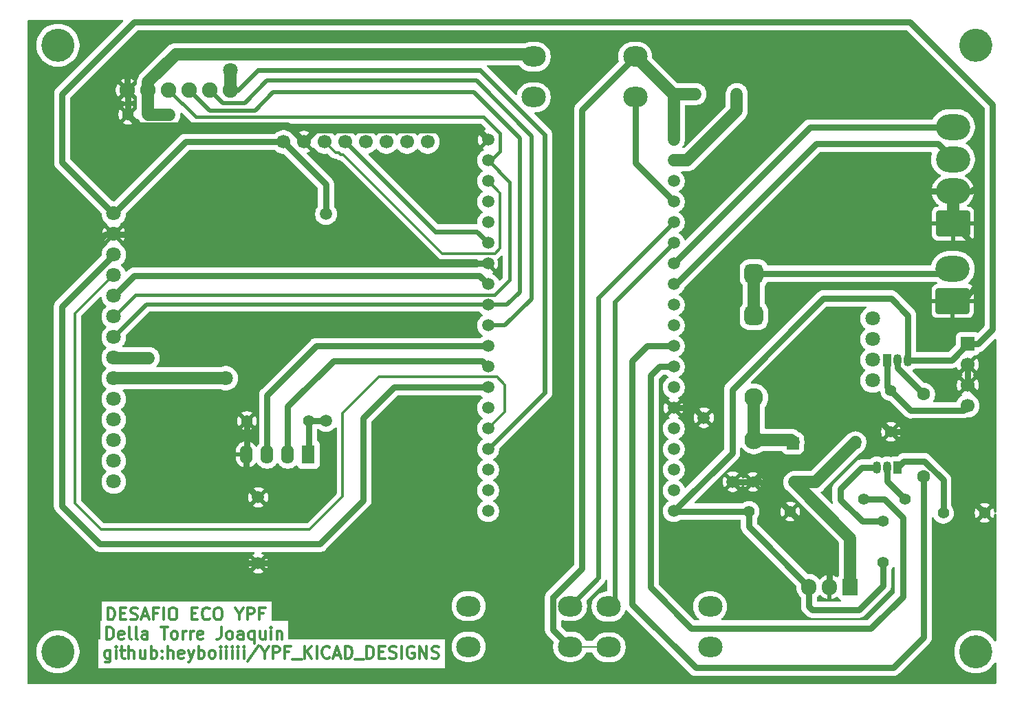
<source format=gbr>
G04 #@! TF.GenerationSoftware,KiCad,Pcbnew,9.0.4*
G04 #@! TF.CreationDate,2025-10-23T10:27:34-03:00*
G04 #@! TF.ProjectId,auto,6175746f-2e6b-4696-9361-645f70636258,rev?*
G04 #@! TF.SameCoordinates,Original*
G04 #@! TF.FileFunction,Copper,L1,Top*
G04 #@! TF.FilePolarity,Positive*
%FSLAX46Y46*%
G04 Gerber Fmt 4.6, Leading zero omitted, Abs format (unit mm)*
G04 Created by KiCad (PCBNEW 9.0.4) date 2025-10-23 10:27:34*
%MOMM*%
%LPD*%
G01*
G04 APERTURE LIST*
G04 Aperture macros list*
%AMRoundRect*
0 Rectangle with rounded corners*
0 $1 Rounding radius*
0 $2 $3 $4 $5 $6 $7 $8 $9 X,Y pos of 4 corners*
0 Add a 4 corners polygon primitive as box body*
4,1,4,$2,$3,$4,$5,$6,$7,$8,$9,$2,$3,0*
0 Add four circle primitives for the rounded corners*
1,1,$1+$1,$2,$3*
1,1,$1+$1,$4,$5*
1,1,$1+$1,$6,$7*
1,1,$1+$1,$8,$9*
0 Add four rect primitives between the rounded corners*
20,1,$1+$1,$2,$3,$4,$5,0*
20,1,$1+$1,$4,$5,$6,$7,0*
20,1,$1+$1,$6,$7,$8,$9,0*
20,1,$1+$1,$8,$9,$2,$3,0*%
G04 Aperture macros list end*
G04 #@! TA.AperFunction,NonConductor*
%ADD10C,2.050000*%
G04 #@! TD*
%ADD11C,0.300000*%
G04 #@! TA.AperFunction,NonConductor*
%ADD12C,0.300000*%
G04 #@! TD*
G04 #@! TA.AperFunction,ComponentPad*
%ADD13C,1.905000*%
G04 #@! TD*
G04 #@! TA.AperFunction,ComponentPad*
%ADD14R,1.050000X1.500000*%
G04 #@! TD*
G04 #@! TA.AperFunction,ComponentPad*
%ADD15O,1.050000X1.500000*%
G04 #@! TD*
G04 #@! TA.AperFunction,ComponentPad*
%ADD16C,1.500000*%
G04 #@! TD*
G04 #@! TA.AperFunction,ComponentPad*
%ADD17R,1.905000X2.000000*%
G04 #@! TD*
G04 #@! TA.AperFunction,ComponentPad*
%ADD18O,1.905000X2.000000*%
G04 #@! TD*
G04 #@! TA.AperFunction,ComponentPad*
%ADD19C,1.400000*%
G04 #@! TD*
G04 #@! TA.AperFunction,ComponentPad*
%ADD20O,3.000000X2.500000*%
G04 #@! TD*
G04 #@! TA.AperFunction,ComponentPad*
%ADD21C,1.700000*%
G04 #@! TD*
G04 #@! TA.AperFunction,ComponentPad*
%ADD22R,1.600000X2.300000*%
G04 #@! TD*
G04 #@! TA.AperFunction,ComponentPad*
%ADD23O,1.600000X2.300000*%
G04 #@! TD*
G04 #@! TA.AperFunction,ComponentPad*
%ADD24C,1.800000*%
G04 #@! TD*
G04 #@! TA.AperFunction,ComponentPad*
%ADD25RoundRect,0.250000X1.850000X-1.330000X1.850000X1.330000X-1.850000X1.330000X-1.850000X-1.330000X0*%
G04 #@! TD*
G04 #@! TA.AperFunction,ComponentPad*
%ADD26O,4.200000X3.160000*%
G04 #@! TD*
G04 #@! TA.AperFunction,ComponentPad*
%ADD27RoundRect,0.575000X-0.575000X0.575000X-0.575000X-0.575000X0.575000X-0.575000X0.575000X0.575000X0*%
G04 #@! TD*
G04 #@! TA.AperFunction,ComponentPad*
%ADD28C,2.300000*%
G04 #@! TD*
G04 #@! TA.AperFunction,ComponentPad*
%ADD29R,1.700000X1.700000*%
G04 #@! TD*
G04 #@! TA.AperFunction,ComponentPad*
%ADD30C,1.600000*%
G04 #@! TD*
G04 #@! TA.AperFunction,ComponentPad*
%ADD31RoundRect,0.250000X-0.550000X-0.550000X0.550000X-0.550000X0.550000X0.550000X-0.550000X0.550000X0*%
G04 #@! TD*
G04 #@! TA.AperFunction,Conductor*
%ADD32C,0.800000*%
G04 #@! TD*
G04 #@! TA.AperFunction,Conductor*
%ADD33C,1.500000*%
G04 #@! TD*
G04 #@! TA.AperFunction,Conductor*
%ADD34C,0.200000*%
G04 #@! TD*
G04 #@! TA.AperFunction,Conductor*
%ADD35C,0.600000*%
G04 #@! TD*
G04 #@! TA.AperFunction,Conductor*
%ADD36C,0.300000*%
G04 #@! TD*
G04 #@! TA.AperFunction,Conductor*
%ADD37C,0.500000*%
G04 #@! TD*
G04 #@! TA.AperFunction,Conductor*
%ADD38C,0.400000*%
G04 #@! TD*
G04 APERTURE END LIST*
D10*
X76955000Y-107300000D02*
G75*
G02*
X74905000Y-107300000I-1025000J0D01*
G01*
X74905000Y-107300000D02*
G75*
G02*
X76955000Y-107300000I1025000J0D01*
G01*
X76955000Y-32600000D02*
G75*
G02*
X74905000Y-32600000I-1025000J0D01*
G01*
X74905000Y-32600000D02*
G75*
G02*
X76955000Y-32600000I1025000J0D01*
G01*
X189955000Y-32600000D02*
G75*
G02*
X187905000Y-32600000I-1025000J0D01*
G01*
X187905000Y-32600000D02*
G75*
G02*
X189955000Y-32600000I1025000J0D01*
G01*
X189955000Y-107300000D02*
G75*
G02*
X187905000Y-107300000I-1025000J0D01*
G01*
X187905000Y-107300000D02*
G75*
G02*
X189955000Y-107300000I1025000J0D01*
G01*
D11*
D12*
X82387368Y-107100828D02*
X82387368Y-108315114D01*
X82387368Y-108315114D02*
X82315939Y-108457971D01*
X82315939Y-108457971D02*
X82244510Y-108529400D01*
X82244510Y-108529400D02*
X82101653Y-108600828D01*
X82101653Y-108600828D02*
X81887368Y-108600828D01*
X81887368Y-108600828D02*
X81744510Y-108529400D01*
X82387368Y-108029400D02*
X82244510Y-108100828D01*
X82244510Y-108100828D02*
X81958796Y-108100828D01*
X81958796Y-108100828D02*
X81815939Y-108029400D01*
X81815939Y-108029400D02*
X81744510Y-107957971D01*
X81744510Y-107957971D02*
X81673082Y-107815114D01*
X81673082Y-107815114D02*
X81673082Y-107386542D01*
X81673082Y-107386542D02*
X81744510Y-107243685D01*
X81744510Y-107243685D02*
X81815939Y-107172257D01*
X81815939Y-107172257D02*
X81958796Y-107100828D01*
X81958796Y-107100828D02*
X82244510Y-107100828D01*
X82244510Y-107100828D02*
X82387368Y-107172257D01*
X83101653Y-108100828D02*
X83101653Y-107100828D01*
X83101653Y-106600828D02*
X83030225Y-106672257D01*
X83030225Y-106672257D02*
X83101653Y-106743685D01*
X83101653Y-106743685D02*
X83173082Y-106672257D01*
X83173082Y-106672257D02*
X83101653Y-106600828D01*
X83101653Y-106600828D02*
X83101653Y-106743685D01*
X83601654Y-107100828D02*
X84173082Y-107100828D01*
X83815939Y-106600828D02*
X83815939Y-107886542D01*
X83815939Y-107886542D02*
X83887368Y-108029400D01*
X83887368Y-108029400D02*
X84030225Y-108100828D01*
X84030225Y-108100828D02*
X84173082Y-108100828D01*
X84673082Y-108100828D02*
X84673082Y-106600828D01*
X85315940Y-108100828D02*
X85315940Y-107315114D01*
X85315940Y-107315114D02*
X85244511Y-107172257D01*
X85244511Y-107172257D02*
X85101654Y-107100828D01*
X85101654Y-107100828D02*
X84887368Y-107100828D01*
X84887368Y-107100828D02*
X84744511Y-107172257D01*
X84744511Y-107172257D02*
X84673082Y-107243685D01*
X86673083Y-107100828D02*
X86673083Y-108100828D01*
X86030225Y-107100828D02*
X86030225Y-107886542D01*
X86030225Y-107886542D02*
X86101654Y-108029400D01*
X86101654Y-108029400D02*
X86244511Y-108100828D01*
X86244511Y-108100828D02*
X86458797Y-108100828D01*
X86458797Y-108100828D02*
X86601654Y-108029400D01*
X86601654Y-108029400D02*
X86673083Y-107957971D01*
X87387368Y-108100828D02*
X87387368Y-106600828D01*
X87387368Y-107172257D02*
X87530226Y-107100828D01*
X87530226Y-107100828D02*
X87815940Y-107100828D01*
X87815940Y-107100828D02*
X87958797Y-107172257D01*
X87958797Y-107172257D02*
X88030226Y-107243685D01*
X88030226Y-107243685D02*
X88101654Y-107386542D01*
X88101654Y-107386542D02*
X88101654Y-107815114D01*
X88101654Y-107815114D02*
X88030226Y-107957971D01*
X88030226Y-107957971D02*
X87958797Y-108029400D01*
X87958797Y-108029400D02*
X87815940Y-108100828D01*
X87815940Y-108100828D02*
X87530226Y-108100828D01*
X87530226Y-108100828D02*
X87387368Y-108029400D01*
X88744511Y-107957971D02*
X88815940Y-108029400D01*
X88815940Y-108029400D02*
X88744511Y-108100828D01*
X88744511Y-108100828D02*
X88673083Y-108029400D01*
X88673083Y-108029400D02*
X88744511Y-107957971D01*
X88744511Y-107957971D02*
X88744511Y-108100828D01*
X88744511Y-107172257D02*
X88815940Y-107243685D01*
X88815940Y-107243685D02*
X88744511Y-107315114D01*
X88744511Y-107315114D02*
X88673083Y-107243685D01*
X88673083Y-107243685D02*
X88744511Y-107172257D01*
X88744511Y-107172257D02*
X88744511Y-107315114D01*
X89458797Y-108100828D02*
X89458797Y-106600828D01*
X90101655Y-108100828D02*
X90101655Y-107315114D01*
X90101655Y-107315114D02*
X90030226Y-107172257D01*
X90030226Y-107172257D02*
X89887369Y-107100828D01*
X89887369Y-107100828D02*
X89673083Y-107100828D01*
X89673083Y-107100828D02*
X89530226Y-107172257D01*
X89530226Y-107172257D02*
X89458797Y-107243685D01*
X91387369Y-108029400D02*
X91244512Y-108100828D01*
X91244512Y-108100828D02*
X90958798Y-108100828D01*
X90958798Y-108100828D02*
X90815940Y-108029400D01*
X90815940Y-108029400D02*
X90744512Y-107886542D01*
X90744512Y-107886542D02*
X90744512Y-107315114D01*
X90744512Y-107315114D02*
X90815940Y-107172257D01*
X90815940Y-107172257D02*
X90958798Y-107100828D01*
X90958798Y-107100828D02*
X91244512Y-107100828D01*
X91244512Y-107100828D02*
X91387369Y-107172257D01*
X91387369Y-107172257D02*
X91458798Y-107315114D01*
X91458798Y-107315114D02*
X91458798Y-107457971D01*
X91458798Y-107457971D02*
X90744512Y-107600828D01*
X91958797Y-107100828D02*
X92315940Y-108100828D01*
X92673083Y-107100828D02*
X92315940Y-108100828D01*
X92315940Y-108100828D02*
X92173083Y-108457971D01*
X92173083Y-108457971D02*
X92101654Y-108529400D01*
X92101654Y-108529400D02*
X91958797Y-108600828D01*
X93244511Y-108100828D02*
X93244511Y-106600828D01*
X93244511Y-107172257D02*
X93387369Y-107100828D01*
X93387369Y-107100828D02*
X93673083Y-107100828D01*
X93673083Y-107100828D02*
X93815940Y-107172257D01*
X93815940Y-107172257D02*
X93887369Y-107243685D01*
X93887369Y-107243685D02*
X93958797Y-107386542D01*
X93958797Y-107386542D02*
X93958797Y-107815114D01*
X93958797Y-107815114D02*
X93887369Y-107957971D01*
X93887369Y-107957971D02*
X93815940Y-108029400D01*
X93815940Y-108029400D02*
X93673083Y-108100828D01*
X93673083Y-108100828D02*
X93387369Y-108100828D01*
X93387369Y-108100828D02*
X93244511Y-108029400D01*
X94815940Y-108100828D02*
X94673083Y-108029400D01*
X94673083Y-108029400D02*
X94601654Y-107957971D01*
X94601654Y-107957971D02*
X94530226Y-107815114D01*
X94530226Y-107815114D02*
X94530226Y-107386542D01*
X94530226Y-107386542D02*
X94601654Y-107243685D01*
X94601654Y-107243685D02*
X94673083Y-107172257D01*
X94673083Y-107172257D02*
X94815940Y-107100828D01*
X94815940Y-107100828D02*
X95030226Y-107100828D01*
X95030226Y-107100828D02*
X95173083Y-107172257D01*
X95173083Y-107172257D02*
X95244512Y-107243685D01*
X95244512Y-107243685D02*
X95315940Y-107386542D01*
X95315940Y-107386542D02*
X95315940Y-107815114D01*
X95315940Y-107815114D02*
X95244512Y-107957971D01*
X95244512Y-107957971D02*
X95173083Y-108029400D01*
X95173083Y-108029400D02*
X95030226Y-108100828D01*
X95030226Y-108100828D02*
X94815940Y-108100828D01*
X95958797Y-108100828D02*
X95958797Y-107100828D01*
X95958797Y-106600828D02*
X95887369Y-106672257D01*
X95887369Y-106672257D02*
X95958797Y-106743685D01*
X95958797Y-106743685D02*
X96030226Y-106672257D01*
X96030226Y-106672257D02*
X95958797Y-106600828D01*
X95958797Y-106600828D02*
X95958797Y-106743685D01*
X96673083Y-108100828D02*
X96673083Y-107100828D01*
X96673083Y-106600828D02*
X96601655Y-106672257D01*
X96601655Y-106672257D02*
X96673083Y-106743685D01*
X96673083Y-106743685D02*
X96744512Y-106672257D01*
X96744512Y-106672257D02*
X96673083Y-106600828D01*
X96673083Y-106600828D02*
X96673083Y-106743685D01*
X97387369Y-108100828D02*
X97387369Y-107100828D01*
X97387369Y-106600828D02*
X97315941Y-106672257D01*
X97315941Y-106672257D02*
X97387369Y-106743685D01*
X97387369Y-106743685D02*
X97458798Y-106672257D01*
X97458798Y-106672257D02*
X97387369Y-106600828D01*
X97387369Y-106600828D02*
X97387369Y-106743685D01*
X98101655Y-108100828D02*
X98101655Y-107100828D01*
X98101655Y-106600828D02*
X98030227Y-106672257D01*
X98030227Y-106672257D02*
X98101655Y-106743685D01*
X98101655Y-106743685D02*
X98173084Y-106672257D01*
X98173084Y-106672257D02*
X98101655Y-106600828D01*
X98101655Y-106600828D02*
X98101655Y-106743685D01*
X98815941Y-108100828D02*
X98815941Y-107100828D01*
X98815941Y-106600828D02*
X98744513Y-106672257D01*
X98744513Y-106672257D02*
X98815941Y-106743685D01*
X98815941Y-106743685D02*
X98887370Y-106672257D01*
X98887370Y-106672257D02*
X98815941Y-106600828D01*
X98815941Y-106600828D02*
X98815941Y-106743685D01*
X100601656Y-106529400D02*
X99315942Y-108457971D01*
X101387371Y-107386542D02*
X101387371Y-108100828D01*
X100887371Y-106600828D02*
X101387371Y-107386542D01*
X101387371Y-107386542D02*
X101887371Y-106600828D01*
X102387370Y-108100828D02*
X102387370Y-106600828D01*
X102387370Y-106600828D02*
X102958799Y-106600828D01*
X102958799Y-106600828D02*
X103101656Y-106672257D01*
X103101656Y-106672257D02*
X103173085Y-106743685D01*
X103173085Y-106743685D02*
X103244513Y-106886542D01*
X103244513Y-106886542D02*
X103244513Y-107100828D01*
X103244513Y-107100828D02*
X103173085Y-107243685D01*
X103173085Y-107243685D02*
X103101656Y-107315114D01*
X103101656Y-107315114D02*
X102958799Y-107386542D01*
X102958799Y-107386542D02*
X102387370Y-107386542D01*
X104387370Y-107315114D02*
X103887370Y-107315114D01*
X103887370Y-108100828D02*
X103887370Y-106600828D01*
X103887370Y-106600828D02*
X104601656Y-106600828D01*
X104815942Y-108243685D02*
X105958799Y-108243685D01*
X106315941Y-108100828D02*
X106315941Y-106600828D01*
X107173084Y-108100828D02*
X106530227Y-107243685D01*
X107173084Y-106600828D02*
X106315941Y-107457971D01*
X107815941Y-108100828D02*
X107815941Y-106600828D01*
X109387370Y-107957971D02*
X109315942Y-108029400D01*
X109315942Y-108029400D02*
X109101656Y-108100828D01*
X109101656Y-108100828D02*
X108958799Y-108100828D01*
X108958799Y-108100828D02*
X108744513Y-108029400D01*
X108744513Y-108029400D02*
X108601656Y-107886542D01*
X108601656Y-107886542D02*
X108530227Y-107743685D01*
X108530227Y-107743685D02*
X108458799Y-107457971D01*
X108458799Y-107457971D02*
X108458799Y-107243685D01*
X108458799Y-107243685D02*
X108530227Y-106957971D01*
X108530227Y-106957971D02*
X108601656Y-106815114D01*
X108601656Y-106815114D02*
X108744513Y-106672257D01*
X108744513Y-106672257D02*
X108958799Y-106600828D01*
X108958799Y-106600828D02*
X109101656Y-106600828D01*
X109101656Y-106600828D02*
X109315942Y-106672257D01*
X109315942Y-106672257D02*
X109387370Y-106743685D01*
X109958799Y-107672257D02*
X110673085Y-107672257D01*
X109815942Y-108100828D02*
X110315942Y-106600828D01*
X110315942Y-106600828D02*
X110815942Y-108100828D01*
X111315941Y-108100828D02*
X111315941Y-106600828D01*
X111315941Y-106600828D02*
X111673084Y-106600828D01*
X111673084Y-106600828D02*
X111887370Y-106672257D01*
X111887370Y-106672257D02*
X112030227Y-106815114D01*
X112030227Y-106815114D02*
X112101656Y-106957971D01*
X112101656Y-106957971D02*
X112173084Y-107243685D01*
X112173084Y-107243685D02*
X112173084Y-107457971D01*
X112173084Y-107457971D02*
X112101656Y-107743685D01*
X112101656Y-107743685D02*
X112030227Y-107886542D01*
X112030227Y-107886542D02*
X111887370Y-108029400D01*
X111887370Y-108029400D02*
X111673084Y-108100828D01*
X111673084Y-108100828D02*
X111315941Y-108100828D01*
X112458799Y-108243685D02*
X113601656Y-108243685D01*
X113958798Y-108100828D02*
X113958798Y-106600828D01*
X113958798Y-106600828D02*
X114315941Y-106600828D01*
X114315941Y-106600828D02*
X114530227Y-106672257D01*
X114530227Y-106672257D02*
X114673084Y-106815114D01*
X114673084Y-106815114D02*
X114744513Y-106957971D01*
X114744513Y-106957971D02*
X114815941Y-107243685D01*
X114815941Y-107243685D02*
X114815941Y-107457971D01*
X114815941Y-107457971D02*
X114744513Y-107743685D01*
X114744513Y-107743685D02*
X114673084Y-107886542D01*
X114673084Y-107886542D02*
X114530227Y-108029400D01*
X114530227Y-108029400D02*
X114315941Y-108100828D01*
X114315941Y-108100828D02*
X113958798Y-108100828D01*
X115458798Y-107315114D02*
X115958798Y-107315114D01*
X116173084Y-108100828D02*
X115458798Y-108100828D01*
X115458798Y-108100828D02*
X115458798Y-106600828D01*
X115458798Y-106600828D02*
X116173084Y-106600828D01*
X116744513Y-108029400D02*
X116958799Y-108100828D01*
X116958799Y-108100828D02*
X117315941Y-108100828D01*
X117315941Y-108100828D02*
X117458799Y-108029400D01*
X117458799Y-108029400D02*
X117530227Y-107957971D01*
X117530227Y-107957971D02*
X117601656Y-107815114D01*
X117601656Y-107815114D02*
X117601656Y-107672257D01*
X117601656Y-107672257D02*
X117530227Y-107529400D01*
X117530227Y-107529400D02*
X117458799Y-107457971D01*
X117458799Y-107457971D02*
X117315941Y-107386542D01*
X117315941Y-107386542D02*
X117030227Y-107315114D01*
X117030227Y-107315114D02*
X116887370Y-107243685D01*
X116887370Y-107243685D02*
X116815941Y-107172257D01*
X116815941Y-107172257D02*
X116744513Y-107029400D01*
X116744513Y-107029400D02*
X116744513Y-106886542D01*
X116744513Y-106886542D02*
X116815941Y-106743685D01*
X116815941Y-106743685D02*
X116887370Y-106672257D01*
X116887370Y-106672257D02*
X117030227Y-106600828D01*
X117030227Y-106600828D02*
X117387370Y-106600828D01*
X117387370Y-106600828D02*
X117601656Y-106672257D01*
X118244512Y-108100828D02*
X118244512Y-106600828D01*
X119744513Y-106672257D02*
X119601656Y-106600828D01*
X119601656Y-106600828D02*
X119387370Y-106600828D01*
X119387370Y-106600828D02*
X119173084Y-106672257D01*
X119173084Y-106672257D02*
X119030227Y-106815114D01*
X119030227Y-106815114D02*
X118958798Y-106957971D01*
X118958798Y-106957971D02*
X118887370Y-107243685D01*
X118887370Y-107243685D02*
X118887370Y-107457971D01*
X118887370Y-107457971D02*
X118958798Y-107743685D01*
X118958798Y-107743685D02*
X119030227Y-107886542D01*
X119030227Y-107886542D02*
X119173084Y-108029400D01*
X119173084Y-108029400D02*
X119387370Y-108100828D01*
X119387370Y-108100828D02*
X119530227Y-108100828D01*
X119530227Y-108100828D02*
X119744513Y-108029400D01*
X119744513Y-108029400D02*
X119815941Y-107957971D01*
X119815941Y-107957971D02*
X119815941Y-107457971D01*
X119815941Y-107457971D02*
X119530227Y-107457971D01*
X120458798Y-108100828D02*
X120458798Y-106600828D01*
X120458798Y-106600828D02*
X121315941Y-108100828D01*
X121315941Y-108100828D02*
X121315941Y-106600828D01*
X121958799Y-108029400D02*
X122173085Y-108100828D01*
X122173085Y-108100828D02*
X122530227Y-108100828D01*
X122530227Y-108100828D02*
X122673085Y-108029400D01*
X122673085Y-108029400D02*
X122744513Y-107957971D01*
X122744513Y-107957971D02*
X122815942Y-107815114D01*
X122815942Y-107815114D02*
X122815942Y-107672257D01*
X122815942Y-107672257D02*
X122744513Y-107529400D01*
X122744513Y-107529400D02*
X122673085Y-107457971D01*
X122673085Y-107457971D02*
X122530227Y-107386542D01*
X122530227Y-107386542D02*
X122244513Y-107315114D01*
X122244513Y-107315114D02*
X122101656Y-107243685D01*
X122101656Y-107243685D02*
X122030227Y-107172257D01*
X122030227Y-107172257D02*
X121958799Y-107029400D01*
X121958799Y-107029400D02*
X121958799Y-106886542D01*
X121958799Y-106886542D02*
X122030227Y-106743685D01*
X122030227Y-106743685D02*
X122101656Y-106672257D01*
X122101656Y-106672257D02*
X122244513Y-106600828D01*
X122244513Y-106600828D02*
X122601656Y-106600828D01*
X122601656Y-106600828D02*
X122815942Y-106672257D01*
D11*
D12*
X81954510Y-105750828D02*
X81954510Y-104250828D01*
X81954510Y-104250828D02*
X82311653Y-104250828D01*
X82311653Y-104250828D02*
X82525939Y-104322257D01*
X82525939Y-104322257D02*
X82668796Y-104465114D01*
X82668796Y-104465114D02*
X82740225Y-104607971D01*
X82740225Y-104607971D02*
X82811653Y-104893685D01*
X82811653Y-104893685D02*
X82811653Y-105107971D01*
X82811653Y-105107971D02*
X82740225Y-105393685D01*
X82740225Y-105393685D02*
X82668796Y-105536542D01*
X82668796Y-105536542D02*
X82525939Y-105679400D01*
X82525939Y-105679400D02*
X82311653Y-105750828D01*
X82311653Y-105750828D02*
X81954510Y-105750828D01*
X84025939Y-105679400D02*
X83883082Y-105750828D01*
X83883082Y-105750828D02*
X83597368Y-105750828D01*
X83597368Y-105750828D02*
X83454510Y-105679400D01*
X83454510Y-105679400D02*
X83383082Y-105536542D01*
X83383082Y-105536542D02*
X83383082Y-104965114D01*
X83383082Y-104965114D02*
X83454510Y-104822257D01*
X83454510Y-104822257D02*
X83597368Y-104750828D01*
X83597368Y-104750828D02*
X83883082Y-104750828D01*
X83883082Y-104750828D02*
X84025939Y-104822257D01*
X84025939Y-104822257D02*
X84097368Y-104965114D01*
X84097368Y-104965114D02*
X84097368Y-105107971D01*
X84097368Y-105107971D02*
X83383082Y-105250828D01*
X84954510Y-105750828D02*
X84811653Y-105679400D01*
X84811653Y-105679400D02*
X84740224Y-105536542D01*
X84740224Y-105536542D02*
X84740224Y-104250828D01*
X85740224Y-105750828D02*
X85597367Y-105679400D01*
X85597367Y-105679400D02*
X85525938Y-105536542D01*
X85525938Y-105536542D02*
X85525938Y-104250828D01*
X86954510Y-105750828D02*
X86954510Y-104965114D01*
X86954510Y-104965114D02*
X86883081Y-104822257D01*
X86883081Y-104822257D02*
X86740224Y-104750828D01*
X86740224Y-104750828D02*
X86454510Y-104750828D01*
X86454510Y-104750828D02*
X86311652Y-104822257D01*
X86954510Y-105679400D02*
X86811652Y-105750828D01*
X86811652Y-105750828D02*
X86454510Y-105750828D01*
X86454510Y-105750828D02*
X86311652Y-105679400D01*
X86311652Y-105679400D02*
X86240224Y-105536542D01*
X86240224Y-105536542D02*
X86240224Y-105393685D01*
X86240224Y-105393685D02*
X86311652Y-105250828D01*
X86311652Y-105250828D02*
X86454510Y-105179400D01*
X86454510Y-105179400D02*
X86811652Y-105179400D01*
X86811652Y-105179400D02*
X86954510Y-105107971D01*
X88597367Y-104250828D02*
X89454510Y-104250828D01*
X89025938Y-105750828D02*
X89025938Y-104250828D01*
X90168795Y-105750828D02*
X90025938Y-105679400D01*
X90025938Y-105679400D02*
X89954509Y-105607971D01*
X89954509Y-105607971D02*
X89883081Y-105465114D01*
X89883081Y-105465114D02*
X89883081Y-105036542D01*
X89883081Y-105036542D02*
X89954509Y-104893685D01*
X89954509Y-104893685D02*
X90025938Y-104822257D01*
X90025938Y-104822257D02*
X90168795Y-104750828D01*
X90168795Y-104750828D02*
X90383081Y-104750828D01*
X90383081Y-104750828D02*
X90525938Y-104822257D01*
X90525938Y-104822257D02*
X90597367Y-104893685D01*
X90597367Y-104893685D02*
X90668795Y-105036542D01*
X90668795Y-105036542D02*
X90668795Y-105465114D01*
X90668795Y-105465114D02*
X90597367Y-105607971D01*
X90597367Y-105607971D02*
X90525938Y-105679400D01*
X90525938Y-105679400D02*
X90383081Y-105750828D01*
X90383081Y-105750828D02*
X90168795Y-105750828D01*
X91311652Y-105750828D02*
X91311652Y-104750828D01*
X91311652Y-105036542D02*
X91383081Y-104893685D01*
X91383081Y-104893685D02*
X91454510Y-104822257D01*
X91454510Y-104822257D02*
X91597367Y-104750828D01*
X91597367Y-104750828D02*
X91740224Y-104750828D01*
X92240223Y-105750828D02*
X92240223Y-104750828D01*
X92240223Y-105036542D02*
X92311652Y-104893685D01*
X92311652Y-104893685D02*
X92383081Y-104822257D01*
X92383081Y-104822257D02*
X92525938Y-104750828D01*
X92525938Y-104750828D02*
X92668795Y-104750828D01*
X93740223Y-105679400D02*
X93597366Y-105750828D01*
X93597366Y-105750828D02*
X93311652Y-105750828D01*
X93311652Y-105750828D02*
X93168794Y-105679400D01*
X93168794Y-105679400D02*
X93097366Y-105536542D01*
X93097366Y-105536542D02*
X93097366Y-104965114D01*
X93097366Y-104965114D02*
X93168794Y-104822257D01*
X93168794Y-104822257D02*
X93311652Y-104750828D01*
X93311652Y-104750828D02*
X93597366Y-104750828D01*
X93597366Y-104750828D02*
X93740223Y-104822257D01*
X93740223Y-104822257D02*
X93811652Y-104965114D01*
X93811652Y-104965114D02*
X93811652Y-105107971D01*
X93811652Y-105107971D02*
X93097366Y-105250828D01*
X96025937Y-104250828D02*
X96025937Y-105322257D01*
X96025937Y-105322257D02*
X95954508Y-105536542D01*
X95954508Y-105536542D02*
X95811651Y-105679400D01*
X95811651Y-105679400D02*
X95597365Y-105750828D01*
X95597365Y-105750828D02*
X95454508Y-105750828D01*
X96954508Y-105750828D02*
X96811651Y-105679400D01*
X96811651Y-105679400D02*
X96740222Y-105607971D01*
X96740222Y-105607971D02*
X96668794Y-105465114D01*
X96668794Y-105465114D02*
X96668794Y-105036542D01*
X96668794Y-105036542D02*
X96740222Y-104893685D01*
X96740222Y-104893685D02*
X96811651Y-104822257D01*
X96811651Y-104822257D02*
X96954508Y-104750828D01*
X96954508Y-104750828D02*
X97168794Y-104750828D01*
X97168794Y-104750828D02*
X97311651Y-104822257D01*
X97311651Y-104822257D02*
X97383080Y-104893685D01*
X97383080Y-104893685D02*
X97454508Y-105036542D01*
X97454508Y-105036542D02*
X97454508Y-105465114D01*
X97454508Y-105465114D02*
X97383080Y-105607971D01*
X97383080Y-105607971D02*
X97311651Y-105679400D01*
X97311651Y-105679400D02*
X97168794Y-105750828D01*
X97168794Y-105750828D02*
X96954508Y-105750828D01*
X98740223Y-105750828D02*
X98740223Y-104965114D01*
X98740223Y-104965114D02*
X98668794Y-104822257D01*
X98668794Y-104822257D02*
X98525937Y-104750828D01*
X98525937Y-104750828D02*
X98240223Y-104750828D01*
X98240223Y-104750828D02*
X98097365Y-104822257D01*
X98740223Y-105679400D02*
X98597365Y-105750828D01*
X98597365Y-105750828D02*
X98240223Y-105750828D01*
X98240223Y-105750828D02*
X98097365Y-105679400D01*
X98097365Y-105679400D02*
X98025937Y-105536542D01*
X98025937Y-105536542D02*
X98025937Y-105393685D01*
X98025937Y-105393685D02*
X98097365Y-105250828D01*
X98097365Y-105250828D02*
X98240223Y-105179400D01*
X98240223Y-105179400D02*
X98597365Y-105179400D01*
X98597365Y-105179400D02*
X98740223Y-105107971D01*
X100097366Y-104750828D02*
X100097366Y-106250828D01*
X100097366Y-105679400D02*
X99954508Y-105750828D01*
X99954508Y-105750828D02*
X99668794Y-105750828D01*
X99668794Y-105750828D02*
X99525937Y-105679400D01*
X99525937Y-105679400D02*
X99454508Y-105607971D01*
X99454508Y-105607971D02*
X99383080Y-105465114D01*
X99383080Y-105465114D02*
X99383080Y-105036542D01*
X99383080Y-105036542D02*
X99454508Y-104893685D01*
X99454508Y-104893685D02*
X99525937Y-104822257D01*
X99525937Y-104822257D02*
X99668794Y-104750828D01*
X99668794Y-104750828D02*
X99954508Y-104750828D01*
X99954508Y-104750828D02*
X100097366Y-104822257D01*
X101454509Y-104750828D02*
X101454509Y-105750828D01*
X100811651Y-104750828D02*
X100811651Y-105536542D01*
X100811651Y-105536542D02*
X100883080Y-105679400D01*
X100883080Y-105679400D02*
X101025937Y-105750828D01*
X101025937Y-105750828D02*
X101240223Y-105750828D01*
X101240223Y-105750828D02*
X101383080Y-105679400D01*
X101383080Y-105679400D02*
X101454509Y-105607971D01*
X102168794Y-105750828D02*
X102168794Y-104750828D01*
X102168794Y-104250828D02*
X102097366Y-104322257D01*
X102097366Y-104322257D02*
X102168794Y-104393685D01*
X102168794Y-104393685D02*
X102240223Y-104322257D01*
X102240223Y-104322257D02*
X102168794Y-104250828D01*
X102168794Y-104250828D02*
X102168794Y-104393685D01*
X102883080Y-104750828D02*
X102883080Y-105750828D01*
X102883080Y-104893685D02*
X102954509Y-104822257D01*
X102954509Y-104822257D02*
X103097366Y-104750828D01*
X103097366Y-104750828D02*
X103311652Y-104750828D01*
X103311652Y-104750828D02*
X103454509Y-104822257D01*
X103454509Y-104822257D02*
X103525938Y-104965114D01*
X103525938Y-104965114D02*
X103525938Y-105750828D01*
D11*
D12*
X82094510Y-103350828D02*
X82094510Y-101850828D01*
X82094510Y-101850828D02*
X82451653Y-101850828D01*
X82451653Y-101850828D02*
X82665939Y-101922257D01*
X82665939Y-101922257D02*
X82808796Y-102065114D01*
X82808796Y-102065114D02*
X82880225Y-102207971D01*
X82880225Y-102207971D02*
X82951653Y-102493685D01*
X82951653Y-102493685D02*
X82951653Y-102707971D01*
X82951653Y-102707971D02*
X82880225Y-102993685D01*
X82880225Y-102993685D02*
X82808796Y-103136542D01*
X82808796Y-103136542D02*
X82665939Y-103279400D01*
X82665939Y-103279400D02*
X82451653Y-103350828D01*
X82451653Y-103350828D02*
X82094510Y-103350828D01*
X83594510Y-102565114D02*
X84094510Y-102565114D01*
X84308796Y-103350828D02*
X83594510Y-103350828D01*
X83594510Y-103350828D02*
X83594510Y-101850828D01*
X83594510Y-101850828D02*
X84308796Y-101850828D01*
X84880225Y-103279400D02*
X85094511Y-103350828D01*
X85094511Y-103350828D02*
X85451653Y-103350828D01*
X85451653Y-103350828D02*
X85594511Y-103279400D01*
X85594511Y-103279400D02*
X85665939Y-103207971D01*
X85665939Y-103207971D02*
X85737368Y-103065114D01*
X85737368Y-103065114D02*
X85737368Y-102922257D01*
X85737368Y-102922257D02*
X85665939Y-102779400D01*
X85665939Y-102779400D02*
X85594511Y-102707971D01*
X85594511Y-102707971D02*
X85451653Y-102636542D01*
X85451653Y-102636542D02*
X85165939Y-102565114D01*
X85165939Y-102565114D02*
X85023082Y-102493685D01*
X85023082Y-102493685D02*
X84951653Y-102422257D01*
X84951653Y-102422257D02*
X84880225Y-102279400D01*
X84880225Y-102279400D02*
X84880225Y-102136542D01*
X84880225Y-102136542D02*
X84951653Y-101993685D01*
X84951653Y-101993685D02*
X85023082Y-101922257D01*
X85023082Y-101922257D02*
X85165939Y-101850828D01*
X85165939Y-101850828D02*
X85523082Y-101850828D01*
X85523082Y-101850828D02*
X85737368Y-101922257D01*
X86308796Y-102922257D02*
X87023082Y-102922257D01*
X86165939Y-103350828D02*
X86665939Y-101850828D01*
X86665939Y-101850828D02*
X87165939Y-103350828D01*
X88165938Y-102565114D02*
X87665938Y-102565114D01*
X87665938Y-103350828D02*
X87665938Y-101850828D01*
X87665938Y-101850828D02*
X88380224Y-101850828D01*
X88951652Y-103350828D02*
X88951652Y-101850828D01*
X89951653Y-101850828D02*
X90237367Y-101850828D01*
X90237367Y-101850828D02*
X90380224Y-101922257D01*
X90380224Y-101922257D02*
X90523081Y-102065114D01*
X90523081Y-102065114D02*
X90594510Y-102350828D01*
X90594510Y-102350828D02*
X90594510Y-102850828D01*
X90594510Y-102850828D02*
X90523081Y-103136542D01*
X90523081Y-103136542D02*
X90380224Y-103279400D01*
X90380224Y-103279400D02*
X90237367Y-103350828D01*
X90237367Y-103350828D02*
X89951653Y-103350828D01*
X89951653Y-103350828D02*
X89808796Y-103279400D01*
X89808796Y-103279400D02*
X89665938Y-103136542D01*
X89665938Y-103136542D02*
X89594510Y-102850828D01*
X89594510Y-102850828D02*
X89594510Y-102350828D01*
X89594510Y-102350828D02*
X89665938Y-102065114D01*
X89665938Y-102065114D02*
X89808796Y-101922257D01*
X89808796Y-101922257D02*
X89951653Y-101850828D01*
X92380224Y-102565114D02*
X92880224Y-102565114D01*
X93094510Y-103350828D02*
X92380224Y-103350828D01*
X92380224Y-103350828D02*
X92380224Y-101850828D01*
X92380224Y-101850828D02*
X93094510Y-101850828D01*
X94594510Y-103207971D02*
X94523082Y-103279400D01*
X94523082Y-103279400D02*
X94308796Y-103350828D01*
X94308796Y-103350828D02*
X94165939Y-103350828D01*
X94165939Y-103350828D02*
X93951653Y-103279400D01*
X93951653Y-103279400D02*
X93808796Y-103136542D01*
X93808796Y-103136542D02*
X93737367Y-102993685D01*
X93737367Y-102993685D02*
X93665939Y-102707971D01*
X93665939Y-102707971D02*
X93665939Y-102493685D01*
X93665939Y-102493685D02*
X93737367Y-102207971D01*
X93737367Y-102207971D02*
X93808796Y-102065114D01*
X93808796Y-102065114D02*
X93951653Y-101922257D01*
X93951653Y-101922257D02*
X94165939Y-101850828D01*
X94165939Y-101850828D02*
X94308796Y-101850828D01*
X94308796Y-101850828D02*
X94523082Y-101922257D01*
X94523082Y-101922257D02*
X94594510Y-101993685D01*
X95523082Y-101850828D02*
X95808796Y-101850828D01*
X95808796Y-101850828D02*
X95951653Y-101922257D01*
X95951653Y-101922257D02*
X96094510Y-102065114D01*
X96094510Y-102065114D02*
X96165939Y-102350828D01*
X96165939Y-102350828D02*
X96165939Y-102850828D01*
X96165939Y-102850828D02*
X96094510Y-103136542D01*
X96094510Y-103136542D02*
X95951653Y-103279400D01*
X95951653Y-103279400D02*
X95808796Y-103350828D01*
X95808796Y-103350828D02*
X95523082Y-103350828D01*
X95523082Y-103350828D02*
X95380225Y-103279400D01*
X95380225Y-103279400D02*
X95237367Y-103136542D01*
X95237367Y-103136542D02*
X95165939Y-102850828D01*
X95165939Y-102850828D02*
X95165939Y-102350828D01*
X95165939Y-102350828D02*
X95237367Y-102065114D01*
X95237367Y-102065114D02*
X95380225Y-101922257D01*
X95380225Y-101922257D02*
X95523082Y-101850828D01*
X98237368Y-102636542D02*
X98237368Y-103350828D01*
X97737368Y-101850828D02*
X98237368Y-102636542D01*
X98237368Y-102636542D02*
X98737368Y-101850828D01*
X99237367Y-103350828D02*
X99237367Y-101850828D01*
X99237367Y-101850828D02*
X99808796Y-101850828D01*
X99808796Y-101850828D02*
X99951653Y-101922257D01*
X99951653Y-101922257D02*
X100023082Y-101993685D01*
X100023082Y-101993685D02*
X100094510Y-102136542D01*
X100094510Y-102136542D02*
X100094510Y-102350828D01*
X100094510Y-102350828D02*
X100023082Y-102493685D01*
X100023082Y-102493685D02*
X99951653Y-102565114D01*
X99951653Y-102565114D02*
X99808796Y-102636542D01*
X99808796Y-102636542D02*
X99237367Y-102636542D01*
X101237367Y-102565114D02*
X100737367Y-102565114D01*
X100737367Y-103350828D02*
X100737367Y-101850828D01*
X100737367Y-101850828D02*
X101451653Y-101850828D01*
D13*
X84500000Y-38145000D03*
X87040000Y-38145000D03*
X89580000Y-38145000D03*
X92120000Y-38145000D03*
X94660000Y-38145000D03*
X97200000Y-38145000D03*
D14*
X178054000Y-71374000D03*
D15*
X179324000Y-71374000D03*
X180594000Y-71374000D03*
D16*
X108930000Y-78870000D03*
D17*
X173482000Y-99314000D03*
D18*
X170942000Y-99314000D03*
X168402000Y-99314000D03*
D19*
X89662000Y-41148000D03*
X84582000Y-41148000D03*
X175154000Y-88514000D03*
X180234000Y-88514000D03*
D16*
X151750000Y-44250000D03*
X151750000Y-46790000D03*
X151750000Y-49330000D03*
X151750000Y-51870000D03*
X151750000Y-54410000D03*
X151750000Y-56950000D03*
X151750000Y-59490000D03*
X151750000Y-62030000D03*
X151750000Y-64570000D03*
X151750000Y-67110000D03*
X151750000Y-69650000D03*
X151750000Y-72190000D03*
X151750000Y-74730000D03*
X151750000Y-77270000D03*
X151750000Y-79810000D03*
X151750000Y-82350000D03*
X151750000Y-84890000D03*
X151750000Y-87430000D03*
X151750000Y-89970000D03*
X128890000Y-44250000D03*
X128890000Y-46790000D03*
X128890000Y-49330000D03*
X128890000Y-51870000D03*
X128890000Y-54410000D03*
X128890000Y-56950000D03*
X128890000Y-59490000D03*
X128890000Y-62030000D03*
X128890000Y-64570000D03*
X128890000Y-67110000D03*
X128890000Y-69650000D03*
X128890000Y-72190000D03*
X128890000Y-74730000D03*
X128890000Y-77270000D03*
X128890000Y-79810000D03*
X128890000Y-82350000D03*
X128890000Y-84890000D03*
X128890000Y-87430000D03*
X128890000Y-89970000D03*
D19*
X99190000Y-78870000D03*
X106810000Y-78870000D03*
D20*
X134500000Y-34000000D03*
X147000000Y-34000000D03*
X134500000Y-39000000D03*
X147000000Y-39000000D03*
D14*
X179294000Y-84594000D03*
D15*
X178024000Y-84594000D03*
X176754000Y-84594000D03*
D21*
X103700000Y-44500000D03*
X106240000Y-44500000D03*
X108780000Y-44500000D03*
X111320000Y-44500000D03*
X113860000Y-44500000D03*
X116400000Y-44500000D03*
X118940000Y-44500000D03*
X121480000Y-44500000D03*
D22*
X106770000Y-83000000D03*
D23*
X104230000Y-83000000D03*
X101690000Y-83000000D03*
X99150000Y-83000000D03*
D20*
X156230000Y-106730000D03*
X143730000Y-106730000D03*
X156230000Y-101730000D03*
X143730000Y-101730000D03*
D24*
X96600000Y-73600000D03*
D19*
X159512000Y-38608000D03*
X154432000Y-38608000D03*
D16*
X87122000Y-41148000D03*
X100584000Y-88265000D03*
D19*
X178484000Y-80204000D03*
X178484000Y-75124000D03*
D25*
X186090000Y-64100000D03*
D26*
X186090000Y-60140000D03*
D27*
X161630000Y-60700000D03*
X161630000Y-65900000D03*
D28*
X161630000Y-76000000D03*
X161630000Y-81200000D03*
D19*
X166590000Y-86390000D03*
X161510000Y-86390000D03*
D25*
X186120000Y-54550000D03*
D26*
X186120000Y-50590000D03*
X186120000Y-46630000D03*
X186120000Y-42670000D03*
D16*
X87122000Y-71120000D03*
X108940000Y-53380000D03*
D29*
X187940000Y-69380000D03*
D21*
X187940000Y-71920000D03*
X187940000Y-74460000D03*
X187940000Y-77000000D03*
D16*
X159004000Y-86360000D03*
X155448000Y-78486000D03*
D24*
X82800000Y-53310000D03*
X82800000Y-55850000D03*
X82800000Y-58390000D03*
X82800000Y-60930000D03*
X82800000Y-63470000D03*
X82800000Y-66010000D03*
X82800000Y-68550000D03*
X82800000Y-71090000D03*
X82800000Y-73630000D03*
X82800000Y-76170000D03*
X82800000Y-78710000D03*
X82800000Y-81250000D03*
X82800000Y-83790000D03*
X82800000Y-86330000D03*
X176220000Y-66257500D03*
X176220000Y-68797500D03*
X176220000Y-71337500D03*
X176220000Y-73877500D03*
D16*
X100584000Y-96393000D03*
D30*
X182524000Y-85724000D03*
X182524000Y-75564000D03*
D24*
X97200000Y-35660000D03*
D19*
X177524000Y-91244000D03*
X177524000Y-96324000D03*
X184930000Y-90200000D03*
X190010000Y-90200000D03*
D20*
X138990000Y-106670000D03*
X126490000Y-106670000D03*
X138990000Y-101670000D03*
X126490000Y-101670000D03*
D19*
X161010000Y-90040000D03*
X166090000Y-90040000D03*
D31*
X166400000Y-81610000D03*
D30*
X174020000Y-81610000D03*
D32*
X185420000Y-55250000D02*
X186120000Y-54550000D01*
X137922000Y-33038000D02*
X137922000Y-94722000D01*
X151750000Y-77270000D02*
X154232000Y-77270000D01*
X186120000Y-50590000D02*
X188460000Y-50590000D01*
X163826000Y-84074000D02*
X167132000Y-84074000D01*
X136481600Y-31597600D02*
X137922000Y-33038000D01*
X178484000Y-80204000D02*
X188546000Y-80204000D01*
X85852000Y-42418000D02*
X104158000Y-42418000D01*
X153260000Y-77270000D02*
X157480000Y-73050000D01*
X135997000Y-96393000D02*
X100584000Y-96393000D01*
X189400000Y-61940000D02*
X189400000Y-57830000D01*
X137922000Y-94722000D02*
X136124000Y-96520000D01*
X107691000Y-43049000D02*
X106240000Y-44500000D01*
X161510000Y-86390000D02*
X159034000Y-86390000D01*
X188546000Y-88736000D02*
X190010000Y-90200000D01*
X104158000Y-42418000D02*
X106240000Y-44500000D01*
X167132000Y-84074000D02*
X172466000Y-78740000D01*
X78633000Y-96393000D02*
X100584000Y-96393000D01*
X187940000Y-71920000D02*
X187940000Y-74460000D01*
X73660000Y-91420000D02*
X78633000Y-96393000D01*
X178484000Y-80204000D02*
X177020000Y-78740000D01*
X161510000Y-86390000D02*
X163826000Y-84074000D01*
X99190000Y-82960000D02*
X99150000Y-83000000D01*
X189360000Y-49690000D02*
X189360000Y-41709800D01*
X187240000Y-64100000D02*
X189400000Y-61940000D01*
X84500000Y-36150000D02*
X89052400Y-31597600D01*
X128890000Y-44250000D02*
X127689000Y-43049000D01*
X99190000Y-78870000D02*
X99190000Y-82960000D01*
X188546000Y-80204000D02*
X188546000Y-88736000D01*
X159034000Y-86390000D02*
X159004000Y-86360000D01*
X122184350Y-59461400D02*
X128861400Y-59461400D01*
X82793000Y-55886500D02*
X86976100Y-55886500D01*
X139311600Y-31648400D02*
X137922000Y-33038000D01*
X177020000Y-78740000D02*
X172466000Y-78740000D01*
X73660000Y-64008000D02*
X73660000Y-91420000D01*
X121244550Y-58521600D02*
X122184350Y-59461400D01*
X170942000Y-94892000D02*
X170942000Y-99314000D01*
X188546000Y-80204000D02*
X190380000Y-78370000D01*
X190380000Y-78370000D02*
X190380000Y-76900000D01*
X128861400Y-59461400D02*
X128890000Y-59490000D01*
X86976100Y-55886500D02*
X89611200Y-58521600D01*
X136124000Y-96520000D02*
X135997000Y-96393000D01*
X189400000Y-57830000D02*
X186120000Y-54550000D01*
X157480000Y-59918600D02*
X166808600Y-50590000D01*
X190380000Y-76900000D02*
X187940000Y-74460000D01*
X127689000Y-43049000D02*
X107691000Y-43049000D01*
X99150000Y-83000000D02*
X99150000Y-86831000D01*
X154232000Y-77270000D02*
X155448000Y-78486000D01*
X166808600Y-50590000D02*
X186120000Y-50590000D01*
X188460000Y-50590000D02*
X189360000Y-49690000D01*
X84500000Y-38145000D02*
X84500000Y-36150000D01*
X186090000Y-64100000D02*
X187240000Y-64100000D01*
X166090000Y-90040000D02*
X170942000Y-94892000D01*
X82793000Y-55886500D02*
X81781500Y-55886500D01*
X84582000Y-41148000D02*
X84582000Y-38227000D01*
X84582000Y-41148000D02*
X85852000Y-42418000D01*
X84582000Y-38227000D02*
X84500000Y-38145000D01*
D33*
X186120000Y-50590000D02*
X186120000Y-54550000D01*
D32*
X189360000Y-41709800D02*
X179298600Y-31648400D01*
X161510000Y-86390000D02*
X162440000Y-86390000D01*
X89052400Y-31597600D02*
X136481600Y-31597600D01*
X151750000Y-77270000D02*
X153260000Y-77270000D01*
X82793000Y-55886500D02*
X83113500Y-55886500D01*
X162440000Y-86390000D02*
X166090000Y-90040000D01*
X81781500Y-55886500D02*
X73660000Y-64008000D01*
X179298600Y-31648400D02*
X139311600Y-31648400D01*
X89611200Y-58521600D02*
X121244550Y-58521600D01*
X99150000Y-86831000D02*
X100584000Y-88265000D01*
X157480000Y-73050000D02*
X157480000Y-59918600D01*
X161630000Y-60700000D02*
X185530000Y-60700000D01*
D33*
X161630000Y-60700000D02*
X161630000Y-65900000D01*
D32*
X185530000Y-60700000D02*
X186090000Y-60140000D01*
X103700000Y-44500000D02*
X108940000Y-49740000D01*
X161010000Y-90040000D02*
X161010000Y-91922000D01*
X191008000Y-67580000D02*
X191008000Y-39878000D01*
X161010000Y-90040000D02*
X151820000Y-90040000D01*
X106810000Y-78870000D02*
X108930000Y-78870000D01*
X91639500Y-44500000D02*
X103700000Y-44500000D01*
X151820000Y-90040000D02*
X151750000Y-89970000D01*
X158927800Y-75006200D02*
X158927800Y-82792200D01*
X180594000Y-71374000D02*
X180594000Y-65854000D01*
X174542500Y-102108000D02*
X177524000Y-99126500D01*
X85344000Y-29718000D02*
X76454000Y-38608000D01*
X180594000Y-71374000D02*
X185946000Y-71374000D01*
X161010000Y-91922000D02*
X168402000Y-99314000D01*
X168791000Y-102108000D02*
X174542500Y-102108000D01*
X82793000Y-53346500D02*
X91639500Y-44500000D01*
X168402000Y-99314000D02*
X168402000Y-101719000D01*
X178494000Y-63754000D02*
X170180000Y-63754000D01*
X180594000Y-65854000D02*
X178494000Y-63754000D01*
X185946000Y-71374000D02*
X187940000Y-69380000D01*
X106810000Y-78870000D02*
X106810000Y-82960000D01*
X76454000Y-47007500D02*
X82793000Y-53346500D01*
X170180000Y-63754000D02*
X158927800Y-75006200D01*
X180848000Y-29718000D02*
X85344000Y-29718000D01*
X82799500Y-53340000D02*
X82793000Y-53346500D01*
X177524000Y-99126500D02*
X177524000Y-96324000D01*
X158927800Y-82792200D02*
X151750000Y-89970000D01*
X108940000Y-49740000D02*
X108940000Y-53380000D01*
X187940000Y-69380000D02*
X189208000Y-69380000D01*
X106810000Y-82960000D02*
X106770000Y-83000000D01*
X168402000Y-101719000D02*
X168791000Y-102108000D01*
X189208000Y-69380000D02*
X191008000Y-67580000D01*
X76454000Y-38608000D02*
X76454000Y-47007500D01*
X191008000Y-39878000D02*
X180848000Y-29718000D01*
X184930000Y-86148686D02*
X184930000Y-90200000D01*
X182601314Y-83820000D02*
X184930000Y-86148686D01*
X180068000Y-83820000D02*
X182601314Y-83820000D01*
X179294000Y-84594000D02*
X180068000Y-83820000D01*
X179324000Y-71374000D02*
X179324000Y-72364000D01*
X179324000Y-72364000D02*
X182524000Y-75564000D01*
X172274000Y-88544000D02*
X174974000Y-91244000D01*
X174974000Y-91244000D02*
X177524000Y-91244000D01*
X172274000Y-87204000D02*
X172274000Y-88544000D01*
X176754000Y-84594000D02*
X174884000Y-84594000D01*
X174884000Y-84594000D02*
X172274000Y-87204000D01*
X178024000Y-86304000D02*
X180234000Y-88514000D01*
X178024000Y-84594000D02*
X178024000Y-86304000D01*
X169285800Y-44760000D02*
X152015800Y-62030000D01*
X184250000Y-44760000D02*
X169285800Y-44760000D01*
X152015800Y-62030000D02*
X151750000Y-62030000D01*
X186120000Y-46630000D02*
X184250000Y-44760000D01*
X146640000Y-71500000D02*
X146640000Y-101428000D01*
X148490000Y-69650000D02*
X146640000Y-71500000D01*
X146640000Y-101428000D02*
X154472000Y-109260000D01*
X154472000Y-109260000D02*
X178776000Y-109260000D01*
X151750000Y-69650000D02*
X148490000Y-69650000D01*
X178776000Y-109260000D02*
X182524000Y-105512000D01*
X182524000Y-105512000D02*
X182524000Y-85724000D01*
X176022000Y-104394000D02*
X179934000Y-100482000D01*
X179934000Y-90744000D02*
X177704000Y-88514000D01*
X148880000Y-99350000D02*
X153924000Y-104394000D01*
X149969000Y-72190000D02*
X148880000Y-73279000D01*
X177704000Y-88514000D02*
X175154000Y-88514000D01*
X151750000Y-72190000D02*
X149969000Y-72190000D01*
X153924000Y-104394000D02*
X176022000Y-104394000D01*
X148880000Y-73279000D02*
X148880000Y-99350000D01*
X179934000Y-100482000D02*
X179934000Y-90744000D01*
X186330000Y-42720000D02*
X168520000Y-42720000D01*
X168520000Y-42720000D02*
X151750000Y-59490000D01*
D33*
X169230000Y-86390000D02*
X174120000Y-81500000D01*
X166590000Y-86390000D02*
X169230000Y-86390000D01*
X173482000Y-99314000D02*
X173482000Y-93282000D01*
X173482000Y-93282000D02*
X166590000Y-86390000D01*
D32*
X147000000Y-47120000D02*
X151750000Y-51870000D01*
X147000000Y-39000000D02*
X147000000Y-47120000D01*
D33*
X147000000Y-34000000D02*
X151750000Y-38750000D01*
D34*
X143670000Y-106670000D02*
X143730000Y-106730000D01*
D33*
X87040000Y-41066000D02*
X87122000Y-41148000D01*
X87040000Y-37091338D02*
X87040000Y-38145000D01*
D32*
X136889000Y-100601000D02*
X140462000Y-97028000D01*
D34*
X138990000Y-106670000D02*
X143670000Y-106670000D01*
X136652000Y-104332000D02*
X136652000Y-100424000D01*
D32*
X138990000Y-106670000D02*
X136889000Y-104569000D01*
X140462000Y-40538000D02*
X147000000Y-34000000D01*
D33*
X87040000Y-38145000D02*
X87040000Y-41066000D01*
X87115500Y-71126500D02*
X87122000Y-71120000D01*
X151750000Y-38750000D02*
X151750000Y-44250000D01*
D32*
X140462000Y-97028000D02*
X140462000Y-40538000D01*
D33*
X134180000Y-33680000D02*
X90451338Y-33680000D01*
X151892000Y-38608000D02*
X151750000Y-38750000D01*
D32*
X136889000Y-104569000D02*
X136889000Y-100601000D01*
D33*
X134500000Y-34000000D02*
X134180000Y-33680000D01*
X87122000Y-41148000D02*
X89662000Y-41148000D01*
X154432000Y-38608000D02*
X151892000Y-38608000D01*
X90451338Y-33680000D02*
X87040000Y-37091338D01*
D34*
X138990000Y-106670000D02*
X136652000Y-104332000D01*
D33*
X82793000Y-71126500D02*
X87115500Y-71126500D01*
D35*
X138990000Y-101670000D02*
X142491500Y-98168500D01*
X142491500Y-63668500D02*
X142491500Y-98168500D01*
X151750000Y-54410000D02*
X142491500Y-63668500D01*
X151750000Y-56950000D02*
X144475200Y-64224800D01*
X144475200Y-64224800D02*
X144475200Y-100984800D01*
X144475200Y-100984800D02*
X143730000Y-101730000D01*
D32*
X109834400Y-71475600D02*
X104230000Y-77080000D01*
X128175600Y-71475600D02*
X109834400Y-71475600D01*
X128890000Y-72190000D02*
X128175600Y-71475600D01*
X104230000Y-77080000D02*
X104230000Y-83000000D01*
X101690000Y-75700000D02*
X101690000Y-83000000D01*
X128890000Y-69650000D02*
X107740000Y-69650000D01*
X107740000Y-69650000D02*
X101690000Y-75700000D01*
D36*
X110100000Y-45820000D02*
X110510000Y-45820000D01*
X108780000Y-44500000D02*
X110100000Y-45820000D01*
X110730000Y-46040000D02*
X111090000Y-46040000D01*
X130360000Y-57610000D02*
X130360000Y-50800000D01*
X123280000Y-58230000D02*
X129740000Y-58230000D01*
X110510000Y-45820000D02*
X110730000Y-46040000D01*
X111090000Y-46040000D02*
X123280000Y-58230000D01*
X130360000Y-50800000D02*
X128890000Y-49330000D01*
X129740000Y-58230000D02*
X130360000Y-57610000D01*
D35*
X111320000Y-44500000D02*
X122390000Y-55570000D01*
X127510000Y-55570000D02*
X128890000Y-56950000D01*
X122390000Y-55570000D02*
X127510000Y-55570000D01*
D37*
X100190000Y-40640000D02*
X102430000Y-38400000D01*
X86809500Y-64570000D02*
X128890000Y-64570000D01*
X131230000Y-64570000D02*
X128890000Y-64570000D01*
X92120000Y-38145000D02*
X94615000Y-40640000D01*
X132790000Y-44040000D02*
X132790000Y-63010000D01*
X94615000Y-40640000D02*
X100190000Y-40640000D01*
X82793000Y-68586500D02*
X86809500Y-64570000D01*
X102430000Y-38400000D02*
X127150000Y-38400000D01*
X127150000Y-38400000D02*
X132790000Y-44040000D01*
X132790000Y-63010000D02*
X131230000Y-64570000D01*
D36*
X82670500Y-60966500D02*
X82793000Y-60966500D01*
X128890000Y-79810000D02*
X130970000Y-77730000D01*
X115413200Y-73456800D02*
X110998000Y-77872000D01*
X110998000Y-88138000D02*
X106934000Y-92202000D01*
X106934000Y-92202000D02*
X81262000Y-92202000D01*
X78030000Y-88970000D02*
X78030000Y-65607000D01*
X78030000Y-65607000D02*
X82670500Y-60966500D01*
X110998000Y-77872000D02*
X110998000Y-88138000D01*
X129971800Y-73456800D02*
X115413200Y-73456800D01*
X130970000Y-77730000D02*
X130970000Y-74455000D01*
X130970000Y-74455000D02*
X129971800Y-73456800D01*
X81262000Y-92202000D02*
X78030000Y-88970000D01*
D35*
X97200000Y-38145000D02*
X98055000Y-38145000D01*
X135890000Y-43610000D02*
X135890000Y-75350000D01*
D33*
X82800000Y-73630000D02*
X96570000Y-73630000D01*
D35*
X100560000Y-35640000D02*
X127920000Y-35640000D01*
D34*
X96570000Y-73630000D02*
X96600000Y-73600000D01*
D35*
X127920000Y-35640000D02*
X135890000Y-43610000D01*
D33*
X97200000Y-38145000D02*
X97200000Y-35660000D01*
D35*
X98055000Y-38145000D02*
X100560000Y-35640000D01*
X135890000Y-75350000D02*
X128890000Y-82350000D01*
D32*
X76430000Y-64789500D02*
X76430000Y-89320000D01*
X82793000Y-58426500D02*
X76430000Y-64789500D01*
X117294000Y-74730000D02*
X113538000Y-78486000D01*
X113538000Y-78486000D02*
X113538000Y-88646000D01*
X108184000Y-94000000D02*
X81110000Y-94000000D01*
D34*
X128890000Y-74730000D02*
X128830000Y-74790000D01*
D32*
X113538000Y-88646000D02*
X108184000Y-94000000D01*
X128890000Y-74730000D02*
X117294000Y-74730000D01*
X81110000Y-94000000D02*
X76430000Y-89320000D01*
X127820000Y-60960000D02*
X128890000Y-62030000D01*
X85339500Y-60960000D02*
X127820000Y-60960000D01*
X82793000Y-63506500D02*
X85339500Y-60960000D01*
D38*
X129232000Y-46790000D02*
X128890000Y-46790000D01*
X129695600Y-63319000D02*
X85520500Y-63319000D01*
X131521200Y-49421200D02*
X131521200Y-61493400D01*
X128324178Y-41452800D02*
X130352800Y-43481422D01*
X128890000Y-46790000D02*
X131521200Y-49421200D01*
X89580000Y-38145000D02*
X92887800Y-41452800D01*
X92887800Y-41452800D02*
X128324178Y-41452800D01*
X130352800Y-45669200D02*
X129232000Y-46790000D01*
X131521200Y-61493400D02*
X129695600Y-63319000D01*
X130352800Y-43481422D02*
X130352800Y-45669200D01*
X85520500Y-63319000D02*
X82793000Y-66046500D01*
D33*
X159512000Y-40640000D02*
X153362000Y-46790000D01*
X153362000Y-46790000D02*
X151750000Y-46790000D01*
X159512000Y-38608000D02*
X159512000Y-40640000D01*
D37*
X134260000Y-63830000D02*
X130980000Y-67110000D01*
X98970000Y-39690000D02*
X101689844Y-36970156D01*
X96205000Y-39690000D02*
X98970000Y-39690000D01*
X127440156Y-36970156D02*
X134260000Y-43790000D01*
X94660000Y-38145000D02*
X96205000Y-39690000D01*
X130980000Y-67110000D02*
X128890000Y-67110000D01*
X134260000Y-43790000D02*
X134260000Y-63830000D01*
X101689844Y-36970156D02*
X127440156Y-36970156D01*
D33*
X161630000Y-81200000D02*
X161630000Y-76000000D01*
X166200000Y-81200000D02*
X166500000Y-81500000D01*
X161630000Y-81200000D02*
X166200000Y-81200000D01*
D32*
X180914000Y-77554000D02*
X180928000Y-77540000D01*
X178484000Y-75124000D02*
X180914000Y-77554000D01*
X178054000Y-71374000D02*
X178054000Y-74694000D01*
X178054000Y-74694000D02*
X178484000Y-75124000D01*
X180928000Y-77540000D02*
X187400000Y-77540000D01*
X187400000Y-77540000D02*
X187940000Y-77000000D01*
G04 #@! TA.AperFunction,Conductor*
G36*
X83940256Y-29494185D02*
G01*
X83986011Y-29546989D01*
X83995955Y-29616147D01*
X83966930Y-29679703D01*
X83960898Y-29686181D01*
X75816220Y-37830859D01*
X75816218Y-37830861D01*
X75778385Y-37868694D01*
X75676859Y-37970219D01*
X75567371Y-38134079D01*
X75567364Y-38134092D01*
X75491950Y-38316160D01*
X75491947Y-38316170D01*
X75453500Y-38509456D01*
X75453500Y-47106044D01*
X75491947Y-47299328D01*
X75491949Y-47299336D01*
X75505646Y-47332403D01*
X75505646Y-47332404D01*
X75567364Y-47481407D01*
X75567371Y-47481420D01*
X75676859Y-47645280D01*
X75676860Y-47645281D01*
X75676861Y-47645282D01*
X75816218Y-47784639D01*
X75816219Y-47784639D01*
X75823286Y-47791706D01*
X75823285Y-47791706D01*
X75823289Y-47791709D01*
X81263181Y-53231601D01*
X81296666Y-53292924D01*
X81299500Y-53319282D01*
X81299500Y-53428097D01*
X81336446Y-53661368D01*
X81409433Y-53885996D01*
X81515295Y-54093760D01*
X81516657Y-54096433D01*
X81655483Y-54287510D01*
X81822490Y-54454517D01*
X81954766Y-54550621D01*
X81997430Y-54605950D01*
X82005497Y-54660667D01*
X82002485Y-54698932D01*
X82670590Y-55367037D01*
X82607007Y-55384075D01*
X82492993Y-55449901D01*
X82399901Y-55542993D01*
X82334075Y-55657007D01*
X82317037Y-55720590D01*
X81648932Y-55052485D01*
X81648931Y-55052485D01*
X81602616Y-55116233D01*
X81502567Y-55312589D01*
X81434473Y-55522164D01*
X81400000Y-55739818D01*
X81400000Y-55960181D01*
X81434473Y-56177835D01*
X81502567Y-56387410D01*
X81602611Y-56583756D01*
X81648932Y-56647513D01*
X82317037Y-55979408D01*
X82334075Y-56042993D01*
X82399901Y-56157007D01*
X82492993Y-56250099D01*
X82607007Y-56315925D01*
X82670590Y-56332962D01*
X82002485Y-57001065D01*
X82005497Y-57039332D01*
X81991133Y-57107709D01*
X81954765Y-57149379D01*
X81822488Y-57245484D01*
X81655485Y-57412487D01*
X81655485Y-57412488D01*
X81655483Y-57412490D01*
X81633185Y-57443181D01*
X81516657Y-57603566D01*
X81409433Y-57814003D01*
X81336446Y-58038631D01*
X81299500Y-58271902D01*
X81299500Y-58453717D01*
X81279815Y-58520756D01*
X81263181Y-58541398D01*
X78482400Y-61322179D01*
X75792221Y-64012358D01*
X75792218Y-64012361D01*
X75752994Y-64051585D01*
X75652859Y-64151719D01*
X75543371Y-64315580D01*
X75543366Y-64315589D01*
X75501455Y-64416774D01*
X75467949Y-64497663D01*
X75467947Y-64497671D01*
X75453877Y-64568405D01*
X75453759Y-64569000D01*
X75429500Y-64690959D01*
X75429500Y-64696557D01*
X75429500Y-89418544D01*
X75467947Y-89611833D01*
X75467949Y-89611837D01*
X75476984Y-89633649D01*
X75490038Y-89665165D01*
X75498024Y-89684445D01*
X75543366Y-89793911D01*
X75543371Y-89793920D01*
X75652859Y-89957780D01*
X75652860Y-89957781D01*
X75652861Y-89957782D01*
X75792218Y-90097139D01*
X75792219Y-90097139D01*
X75799286Y-90104206D01*
X75799285Y-90104206D01*
X75799288Y-90104208D01*
X80332860Y-94637781D01*
X80332861Y-94637782D01*
X80472218Y-94777139D01*
X80636086Y-94886632D01*
X80742745Y-94930811D01*
X80818164Y-94962051D01*
X81011454Y-95000499D01*
X81011457Y-95000500D01*
X100047077Y-95000500D01*
X100114116Y-95020185D01*
X100159871Y-95072989D01*
X100169815Y-95142147D01*
X100140790Y-95205703D01*
X100103371Y-95234985D01*
X99928863Y-95323899D01*
X99928859Y-95323902D01*
X99893873Y-95349320D01*
X99893872Y-95349320D01*
X100537554Y-95993000D01*
X100531339Y-95993000D01*
X100429606Y-96020259D01*
X100338394Y-96072920D01*
X100263920Y-96147394D01*
X100211259Y-96238606D01*
X100184000Y-96340339D01*
X100184000Y-96346552D01*
X99540320Y-95702872D01*
X99540320Y-95702873D01*
X99514902Y-95737859D01*
X99514899Y-95737863D01*
X99425582Y-95913161D01*
X99364778Y-96100294D01*
X99334000Y-96294617D01*
X99334000Y-96491382D01*
X99364778Y-96685705D01*
X99425581Y-96872835D01*
X99514905Y-97048145D01*
X99540319Y-97083125D01*
X99540320Y-97083125D01*
X100184000Y-96439445D01*
X100184000Y-96445661D01*
X100211259Y-96547394D01*
X100263920Y-96638606D01*
X100338394Y-96713080D01*
X100429606Y-96765741D01*
X100531339Y-96793000D01*
X100537553Y-96793000D01*
X99893873Y-97436677D01*
X99893873Y-97436678D01*
X99928858Y-97462096D01*
X100104164Y-97551418D01*
X100291294Y-97612221D01*
X100485618Y-97643000D01*
X100682382Y-97643000D01*
X100876705Y-97612221D01*
X101063835Y-97551418D01*
X101239143Y-97462095D01*
X101274125Y-97436678D01*
X101274126Y-97436678D01*
X100630448Y-96793000D01*
X100636661Y-96793000D01*
X100738394Y-96765741D01*
X100829606Y-96713080D01*
X100904080Y-96638606D01*
X100956741Y-96547394D01*
X100984000Y-96445661D01*
X100984000Y-96439448D01*
X101627678Y-97083126D01*
X101627678Y-97083125D01*
X101653095Y-97048143D01*
X101742418Y-96872835D01*
X101803221Y-96685705D01*
X101834000Y-96491382D01*
X101834000Y-96294617D01*
X101803221Y-96100294D01*
X101742418Y-95913164D01*
X101653096Y-95737858D01*
X101627678Y-95702873D01*
X101627677Y-95702873D01*
X100984000Y-96346551D01*
X100984000Y-96340339D01*
X100956741Y-96238606D01*
X100904080Y-96147394D01*
X100829606Y-96072920D01*
X100738394Y-96020259D01*
X100636661Y-95993000D01*
X100630447Y-95993000D01*
X101274125Y-95349320D01*
X101274125Y-95349319D01*
X101239145Y-95323905D01*
X101064628Y-95234985D01*
X101013832Y-95187011D01*
X100997037Y-95119190D01*
X101019574Y-95053055D01*
X101074289Y-95009603D01*
X101120923Y-95000500D01*
X108282542Y-95000500D01*
X108313566Y-94994328D01*
X108379188Y-94981275D01*
X108475836Y-94962051D01*
X108529165Y-94939961D01*
X108657914Y-94886632D01*
X108821782Y-94777139D01*
X108961139Y-94637782D01*
X108961139Y-94637780D01*
X108971347Y-94627573D01*
X108971348Y-94627570D01*
X114315139Y-89283782D01*
X114372672Y-89197678D01*
X114424632Y-89119914D01*
X114489118Y-88964231D01*
X114500051Y-88937836D01*
X114502065Y-88927715D01*
X114534925Y-88762512D01*
X114538500Y-88744541D01*
X114538500Y-88547460D01*
X114538500Y-78951782D01*
X114558185Y-78884743D01*
X114574819Y-78864101D01*
X117672101Y-75766819D01*
X117733424Y-75733334D01*
X117759782Y-75730500D01*
X127929800Y-75730500D01*
X127996839Y-75750185D01*
X128009365Y-75759493D01*
X128182182Y-75885050D01*
X128190946Y-75889516D01*
X128241742Y-75937491D01*
X128258536Y-76005312D01*
X128235998Y-76071447D01*
X128190946Y-76110484D01*
X128182182Y-76114949D01*
X128010213Y-76239890D01*
X127859890Y-76390213D01*
X127734951Y-76562179D01*
X127638444Y-76751585D01*
X127572753Y-76953760D01*
X127547119Y-77115606D01*
X127539500Y-77163713D01*
X127539500Y-77376287D01*
X127542466Y-77395013D01*
X127567449Y-77552753D01*
X127572754Y-77586243D01*
X127629285Y-77760228D01*
X127638444Y-77788414D01*
X127734951Y-77977820D01*
X127859890Y-78149786D01*
X128010213Y-78300109D01*
X128182182Y-78425050D01*
X128190946Y-78429516D01*
X128241742Y-78477491D01*
X128258536Y-78545312D01*
X128235998Y-78611447D01*
X128190946Y-78650484D01*
X128182182Y-78654949D01*
X128010213Y-78779890D01*
X127859890Y-78930213D01*
X127734951Y-79102179D01*
X127638444Y-79291585D01*
X127572753Y-79493760D01*
X127539500Y-79703713D01*
X127539500Y-79916286D01*
X127572011Y-80121557D01*
X127572754Y-80126243D01*
X127612459Y-80248443D01*
X127638444Y-80328414D01*
X127734951Y-80517820D01*
X127859890Y-80689786D01*
X128010213Y-80840109D01*
X128182182Y-80965050D01*
X128190946Y-80969516D01*
X128241742Y-81017491D01*
X128258536Y-81085312D01*
X128235998Y-81151447D01*
X128190946Y-81190484D01*
X128182182Y-81194949D01*
X128010213Y-81319890D01*
X127859890Y-81470213D01*
X127734951Y-81642179D01*
X127638444Y-81831585D01*
X127638443Y-81831587D01*
X127638443Y-81831588D01*
X127619421Y-81890131D01*
X127572753Y-82033760D01*
X127539500Y-82243713D01*
X127539500Y-82456286D01*
X127571544Y-82658607D01*
X127572754Y-82666243D01*
X127635043Y-82857949D01*
X127638444Y-82868414D01*
X127734951Y-83057820D01*
X127859890Y-83229786D01*
X128010213Y-83380109D01*
X128182182Y-83505050D01*
X128190946Y-83509516D01*
X128241742Y-83557491D01*
X128258536Y-83625312D01*
X128235998Y-83691447D01*
X128190946Y-83730484D01*
X128182182Y-83734949D01*
X128010213Y-83859890D01*
X127859890Y-84010213D01*
X127734951Y-84182179D01*
X127638444Y-84371585D01*
X127572753Y-84573760D01*
X127550222Y-84716015D01*
X127539500Y-84783713D01*
X127539500Y-84996287D01*
X127546344Y-85039500D01*
X127572015Y-85201582D01*
X127572754Y-85206243D01*
X127634425Y-85396047D01*
X127638444Y-85408414D01*
X127734951Y-85597820D01*
X127859890Y-85769786D01*
X128010213Y-85920109D01*
X128182182Y-86045050D01*
X128190946Y-86049516D01*
X128241742Y-86097491D01*
X128258536Y-86165312D01*
X128235998Y-86231447D01*
X128190946Y-86270484D01*
X128182182Y-86274949D01*
X128010213Y-86399890D01*
X127859890Y-86550213D01*
X127734951Y-86722179D01*
X127638444Y-86911585D01*
X127572753Y-87113760D01*
X127548041Y-87269788D01*
X127539500Y-87323713D01*
X127539500Y-87536287D01*
X127546300Y-87579221D01*
X127560168Y-87666782D01*
X127572754Y-87746243D01*
X127637308Y-87944920D01*
X127638444Y-87948414D01*
X127734951Y-88137820D01*
X127859890Y-88309786D01*
X128010213Y-88460109D01*
X128182182Y-88585050D01*
X128190946Y-88589516D01*
X128241742Y-88637491D01*
X128258536Y-88705312D01*
X128235998Y-88771447D01*
X128190946Y-88810484D01*
X128182182Y-88814949D01*
X128010213Y-88939890D01*
X127859890Y-89090213D01*
X127734951Y-89262179D01*
X127638444Y-89451585D01*
X127572753Y-89653760D01*
X127544585Y-89831609D01*
X127539500Y-89863713D01*
X127539500Y-90076287D01*
X127544241Y-90106218D01*
X127570450Y-90271700D01*
X127572754Y-90286243D01*
X127636035Y-90481002D01*
X127638444Y-90488414D01*
X127734951Y-90677820D01*
X127859890Y-90849786D01*
X128010213Y-91000109D01*
X128182179Y-91125048D01*
X128182181Y-91125049D01*
X128182184Y-91125051D01*
X128371588Y-91221557D01*
X128573757Y-91287246D01*
X128783713Y-91320500D01*
X128783714Y-91320500D01*
X128996286Y-91320500D01*
X128996287Y-91320500D01*
X129206243Y-91287246D01*
X129408412Y-91221557D01*
X129597816Y-91125051D01*
X129619789Y-91109086D01*
X129769786Y-91000109D01*
X129769788Y-91000106D01*
X129769792Y-91000104D01*
X129920104Y-90849792D01*
X129920106Y-90849788D01*
X129920109Y-90849786D01*
X130045048Y-90677820D01*
X130045047Y-90677820D01*
X130045051Y-90677816D01*
X130141557Y-90488412D01*
X130207246Y-90286243D01*
X130240500Y-90076287D01*
X130240500Y-89863713D01*
X130207246Y-89653757D01*
X130141557Y-89451588D01*
X130045051Y-89262184D01*
X130045049Y-89262181D01*
X130045048Y-89262179D01*
X129920109Y-89090213D01*
X129769786Y-88939890D01*
X129597820Y-88814951D01*
X129597115Y-88814591D01*
X129589054Y-88810485D01*
X129538259Y-88762512D01*
X129521463Y-88694692D01*
X129543999Y-88628556D01*
X129589054Y-88589515D01*
X129597816Y-88585051D01*
X129649556Y-88547460D01*
X129769786Y-88460109D01*
X129769788Y-88460106D01*
X129769792Y-88460104D01*
X129920104Y-88309792D01*
X129920106Y-88309788D01*
X129920109Y-88309786D01*
X130045048Y-88137820D01*
X130045047Y-88137820D01*
X130045051Y-88137816D01*
X130141557Y-87948412D01*
X130207246Y-87746243D01*
X130240500Y-87536287D01*
X130240500Y-87323713D01*
X130207246Y-87113757D01*
X130141557Y-86911588D01*
X130045051Y-86722184D01*
X130045049Y-86722181D01*
X130045048Y-86722179D01*
X129920109Y-86550213D01*
X129769786Y-86399890D01*
X129597820Y-86274951D01*
X129597115Y-86274591D01*
X129589054Y-86270485D01*
X129538259Y-86222512D01*
X129521463Y-86154692D01*
X129543999Y-86088556D01*
X129589054Y-86049515D01*
X129597816Y-86045051D01*
X129670140Y-85992505D01*
X129769786Y-85920109D01*
X129769788Y-85920106D01*
X129769792Y-85920104D01*
X129920104Y-85769792D01*
X129920106Y-85769788D01*
X129920109Y-85769786D01*
X130045048Y-85597820D01*
X130045047Y-85597820D01*
X130045051Y-85597816D01*
X130141557Y-85408412D01*
X130207246Y-85206243D01*
X130240500Y-84996287D01*
X130240500Y-84783713D01*
X130207246Y-84573757D01*
X130141557Y-84371588D01*
X130045051Y-84182184D01*
X130045049Y-84182181D01*
X130045048Y-84182179D01*
X129920109Y-84010213D01*
X129769786Y-83859890D01*
X129597820Y-83734951D01*
X129597115Y-83734591D01*
X129589054Y-83730485D01*
X129538259Y-83682512D01*
X129521463Y-83614692D01*
X129543999Y-83548556D01*
X129589054Y-83509515D01*
X129597816Y-83505051D01*
X129689236Y-83438631D01*
X129769786Y-83380109D01*
X129769788Y-83380106D01*
X129769792Y-83380104D01*
X129920104Y-83229792D01*
X129920106Y-83229788D01*
X129920109Y-83229786D01*
X130045048Y-83057820D01*
X130045047Y-83057820D01*
X130045051Y-83057816D01*
X130141557Y-82868412D01*
X130207246Y-82666243D01*
X130240500Y-82456287D01*
X130240500Y-82324362D01*
X130260185Y-82257323D01*
X130276819Y-82236681D01*
X136589462Y-75924038D01*
X136589464Y-75924036D01*
X136635034Y-75855835D01*
X136688013Y-75776547D01*
X136723012Y-75692051D01*
X136755895Y-75612666D01*
X136790500Y-75438692D01*
X136790500Y-75261308D01*
X136790500Y-43521309D01*
X136786162Y-43499500D01*
X136755895Y-43347334D01*
X136713917Y-43245992D01*
X136688013Y-43183453D01*
X136686308Y-43180902D01*
X136598508Y-43049500D01*
X136598507Y-43049498D01*
X136589466Y-43035966D01*
X134615681Y-41062181D01*
X134582196Y-41000858D01*
X134587180Y-40931166D01*
X134629052Y-40875233D01*
X134694516Y-40850816D01*
X134703362Y-40850500D01*
X134871289Y-40850500D01*
X134919388Y-40844167D01*
X135111789Y-40818838D01*
X135346100Y-40756054D01*
X135570212Y-40663224D01*
X135780289Y-40541936D01*
X135972738Y-40394265D01*
X136144265Y-40222738D01*
X136291936Y-40030289D01*
X136413224Y-39820212D01*
X136506054Y-39596100D01*
X136568838Y-39361789D01*
X136600500Y-39121288D01*
X136600500Y-38878712D01*
X136568838Y-38638211D01*
X136506054Y-38403900D01*
X136413224Y-38179788D01*
X136291936Y-37969711D01*
X136165453Y-37804875D01*
X136144266Y-37777263D01*
X136144260Y-37777256D01*
X135972743Y-37605739D01*
X135972736Y-37605733D01*
X135780293Y-37458067D01*
X135780292Y-37458066D01*
X135780289Y-37458064D01*
X135570212Y-37336776D01*
X135541128Y-37324729D01*
X135346104Y-37243947D01*
X135111785Y-37181161D01*
X134871289Y-37149500D01*
X134871288Y-37149500D01*
X134128712Y-37149500D01*
X134128711Y-37149500D01*
X133888214Y-37181161D01*
X133653895Y-37243947D01*
X133429794Y-37336773D01*
X133429785Y-37336777D01*
X133364051Y-37374729D01*
X133228571Y-37452949D01*
X133219706Y-37458067D01*
X133027263Y-37605733D01*
X133027256Y-37605739D01*
X132855739Y-37777256D01*
X132855733Y-37777263D01*
X132708067Y-37969706D01*
X132586777Y-38179785D01*
X132586773Y-38179794D01*
X132493947Y-38403895D01*
X132493946Y-38403900D01*
X132442741Y-38595000D01*
X132436148Y-38619605D01*
X132399783Y-38679265D01*
X132336936Y-38709794D01*
X132267560Y-38701499D01*
X132228692Y-38675192D01*
X128795681Y-35242181D01*
X128762196Y-35180858D01*
X128767180Y-35111166D01*
X128809052Y-35055233D01*
X128874516Y-35030816D01*
X128883362Y-35030500D01*
X132647076Y-35030500D01*
X132714115Y-35050185D01*
X132745452Y-35079014D01*
X132855733Y-35222736D01*
X132855739Y-35222743D01*
X133027256Y-35394260D01*
X133027262Y-35394265D01*
X133219711Y-35541936D01*
X133429788Y-35663224D01*
X133653900Y-35756054D01*
X133888211Y-35818838D01*
X134068586Y-35842584D01*
X134128711Y-35850500D01*
X134128712Y-35850500D01*
X134871289Y-35850500D01*
X134928105Y-35843020D01*
X135111789Y-35818838D01*
X135346100Y-35756054D01*
X135570212Y-35663224D01*
X135780289Y-35541936D01*
X135972738Y-35394265D01*
X136144265Y-35222738D01*
X136291936Y-35030289D01*
X136413224Y-34820212D01*
X136506054Y-34596100D01*
X136568838Y-34361789D01*
X136600500Y-34121288D01*
X136600500Y-33878712D01*
X136568838Y-33638211D01*
X136506054Y-33403900D01*
X136413224Y-33179788D01*
X136291936Y-32969711D01*
X136144265Y-32777262D01*
X136144260Y-32777256D01*
X135972743Y-32605739D01*
X135972736Y-32605733D01*
X135780293Y-32458067D01*
X135780292Y-32458066D01*
X135780289Y-32458064D01*
X135570212Y-32336776D01*
X135552646Y-32329500D01*
X135346104Y-32243947D01*
X135111785Y-32181161D01*
X134871289Y-32149500D01*
X134871288Y-32149500D01*
X134128712Y-32149500D01*
X134128711Y-32149500D01*
X133888214Y-32181161D01*
X133653899Y-32243946D01*
X133470141Y-32320061D01*
X133422689Y-32329500D01*
X90557624Y-32329500D01*
X90345051Y-32329500D01*
X90299106Y-32336777D01*
X90135098Y-32362753D01*
X89932923Y-32428444D01*
X89743517Y-32524951D01*
X89571551Y-32649890D01*
X86009890Y-36211551D01*
X85884951Y-36383517D01*
X85788444Y-36572923D01*
X85722753Y-36775098D01*
X85689500Y-36985051D01*
X85689500Y-37257690D01*
X85669815Y-37324729D01*
X85653181Y-37345371D01*
X84942137Y-38056414D01*
X84919333Y-37971306D01*
X84860090Y-37868694D01*
X84776306Y-37784910D01*
X84673694Y-37725667D01*
X84588583Y-37702861D01*
X85335099Y-36956347D01*
X85261276Y-36902711D01*
X85057568Y-36798917D01*
X84840124Y-36728265D01*
X84614313Y-36692500D01*
X84385687Y-36692500D01*
X84159875Y-36728265D01*
X84159874Y-36728265D01*
X83942431Y-36798917D01*
X83738719Y-36902713D01*
X83664900Y-36956346D01*
X83664899Y-36956347D01*
X84411414Y-37702861D01*
X84326306Y-37725667D01*
X84223694Y-37784910D01*
X84139910Y-37868694D01*
X84080667Y-37971306D01*
X84057861Y-38056414D01*
X83311347Y-37309899D01*
X83311346Y-37309900D01*
X83257713Y-37383719D01*
X83153917Y-37587431D01*
X83083265Y-37804874D01*
X83083265Y-37804875D01*
X83047500Y-38030686D01*
X83047500Y-38259313D01*
X83083265Y-38485124D01*
X83083265Y-38485125D01*
X83153917Y-38702568D01*
X83257711Y-38906276D01*
X83311347Y-38980098D01*
X83311347Y-38980099D01*
X84057861Y-38233584D01*
X84080667Y-38318694D01*
X84139910Y-38421306D01*
X84223694Y-38505090D01*
X84326306Y-38564333D01*
X84411414Y-38587137D01*
X83664899Y-39333651D01*
X83738725Y-39387288D01*
X83738731Y-39387292D01*
X83942431Y-39491082D01*
X84159875Y-39561734D01*
X84385687Y-39597500D01*
X84614313Y-39597500D01*
X84840124Y-39561734D01*
X84840125Y-39561734D01*
X85057568Y-39491082D01*
X85261276Y-39387288D01*
X85335098Y-39333651D01*
X84588585Y-38587138D01*
X84673694Y-38564333D01*
X84776306Y-38505090D01*
X84860090Y-38421306D01*
X84919333Y-38318694D01*
X84942138Y-38233585D01*
X85653181Y-38944628D01*
X85686666Y-39005951D01*
X85689500Y-39032309D01*
X85689500Y-40367367D01*
X85669815Y-40434406D01*
X85617011Y-40480161D01*
X85600466Y-40483085D01*
X84935554Y-41147999D01*
X84935554Y-41148000D01*
X85589882Y-41802328D01*
X85589883Y-41802328D01*
X85608333Y-41776935D01*
X85608333Y-41776934D01*
X85636950Y-41720770D01*
X85684923Y-41669974D01*
X85752744Y-41653178D01*
X85818879Y-41675715D01*
X85857920Y-41720769D01*
X85876864Y-41757949D01*
X85884951Y-41773819D01*
X86009890Y-41945786D01*
X86242213Y-42178109D01*
X86414179Y-42303048D01*
X86414181Y-42303049D01*
X86414184Y-42303051D01*
X86603588Y-42399557D01*
X86805757Y-42465246D01*
X87015714Y-42498501D01*
X87015715Y-42498501D01*
X87233398Y-42498501D01*
X87233422Y-42498500D01*
X89768286Y-42498500D01*
X89768287Y-42498500D01*
X89978243Y-42465246D01*
X90180412Y-42399557D01*
X90369816Y-42303051D01*
X90438293Y-42253300D01*
X90541786Y-42178109D01*
X90541788Y-42178106D01*
X90541792Y-42178104D01*
X90692104Y-42027792D01*
X90692106Y-42027788D01*
X90692109Y-42027786D01*
X90817048Y-41855820D01*
X90817047Y-41855820D01*
X90817051Y-41855816D01*
X90913557Y-41666412D01*
X90979246Y-41464243D01*
X91012500Y-41254287D01*
X91012500Y-41041713D01*
X91009695Y-41024005D01*
X91018649Y-40954714D01*
X91063644Y-40901261D01*
X91130396Y-40880621D01*
X91197710Y-40899345D01*
X91219849Y-40916927D01*
X92377507Y-42074586D01*
X92377511Y-42074589D01*
X92508614Y-42162190D01*
X92508618Y-42162192D01*
X92508621Y-42162194D01*
X92654303Y-42222538D01*
X92808953Y-42253299D01*
X92808957Y-42253300D01*
X92808958Y-42253300D01*
X127941238Y-42253300D01*
X128008277Y-42272985D01*
X128028919Y-42289619D01*
X128584622Y-42845322D01*
X128618107Y-42906645D01*
X128613123Y-42976337D01*
X128571251Y-43032270D01*
X128535260Y-43050934D01*
X128410160Y-43091582D01*
X128234863Y-43180899D01*
X128234859Y-43180902D01*
X128199873Y-43206320D01*
X128199872Y-43206320D01*
X128843553Y-43850000D01*
X128837339Y-43850000D01*
X128735606Y-43877259D01*
X128644394Y-43929920D01*
X128569920Y-44004394D01*
X128517259Y-44095606D01*
X128490000Y-44197339D01*
X128490000Y-44203552D01*
X127846320Y-43559872D01*
X127846320Y-43559873D01*
X127820902Y-43594859D01*
X127820899Y-43594863D01*
X127731582Y-43770161D01*
X127670778Y-43957294D01*
X127640000Y-44151617D01*
X127640000Y-44348382D01*
X127670778Y-44542705D01*
X127731581Y-44729835D01*
X127820905Y-44905145D01*
X127846319Y-44940125D01*
X127846320Y-44940125D01*
X128490000Y-44296445D01*
X128490000Y-44302661D01*
X128517259Y-44404394D01*
X128569920Y-44495606D01*
X128644394Y-44570080D01*
X128735606Y-44622741D01*
X128837339Y-44650000D01*
X128843552Y-44650000D01*
X128199873Y-45293677D01*
X128199873Y-45293678D01*
X128234858Y-45319096D01*
X128301630Y-45353118D01*
X128352426Y-45401093D01*
X128369221Y-45468914D01*
X128346684Y-45535049D01*
X128301630Y-45574088D01*
X128182180Y-45634951D01*
X128010213Y-45759890D01*
X127859890Y-45910213D01*
X127734951Y-46082179D01*
X127638444Y-46271585D01*
X127572753Y-46473760D01*
X127539500Y-46683713D01*
X127539500Y-46896286D01*
X127572721Y-47106040D01*
X127572754Y-47106243D01*
X127635491Y-47299328D01*
X127638444Y-47308414D01*
X127734951Y-47497820D01*
X127859890Y-47669786D01*
X128010213Y-47820109D01*
X128182182Y-47945050D01*
X128190946Y-47949516D01*
X128241742Y-47997491D01*
X128258536Y-48065312D01*
X128235998Y-48131447D01*
X128190946Y-48170484D01*
X128182182Y-48174949D01*
X128010213Y-48299890D01*
X127859890Y-48450213D01*
X127734951Y-48622179D01*
X127638444Y-48811585D01*
X127572753Y-49013760D01*
X127539500Y-49223713D01*
X127539500Y-49436286D01*
X127571995Y-49641456D01*
X127572754Y-49646243D01*
X127620253Y-49792430D01*
X127638444Y-49848414D01*
X127734951Y-50037820D01*
X127859890Y-50209786D01*
X128010213Y-50360109D01*
X128182182Y-50485050D01*
X128190946Y-50489516D01*
X128241742Y-50537491D01*
X128258536Y-50605312D01*
X128235998Y-50671447D01*
X128190946Y-50710484D01*
X128182182Y-50714949D01*
X128010213Y-50839890D01*
X127859890Y-50990213D01*
X127734951Y-51162179D01*
X127638444Y-51351585D01*
X127572753Y-51553760D01*
X127539500Y-51763713D01*
X127539500Y-51976286D01*
X127572753Y-52186239D01*
X127638444Y-52388414D01*
X127734951Y-52577820D01*
X127859890Y-52749786D01*
X128010213Y-52900109D01*
X128182182Y-53025050D01*
X128190946Y-53029516D01*
X128241742Y-53077491D01*
X128258536Y-53145312D01*
X128235998Y-53211447D01*
X128190946Y-53250484D01*
X128182182Y-53254949D01*
X128010213Y-53379890D01*
X127859890Y-53530213D01*
X127734951Y-53702179D01*
X127638444Y-53891585D01*
X127572753Y-54093760D01*
X127572330Y-54096433D01*
X127539500Y-54303713D01*
X127539500Y-54516287D01*
X127541054Y-54526102D01*
X127532101Y-54595393D01*
X127487106Y-54648846D01*
X127420355Y-54669487D01*
X127418582Y-54669500D01*
X122814362Y-54669500D01*
X122747323Y-54649815D01*
X122726681Y-54633181D01*
X114198299Y-46104799D01*
X114164814Y-46043476D01*
X114169798Y-45973784D01*
X114211670Y-45917851D01*
X114247662Y-45899187D01*
X114416799Y-45844231D01*
X114620228Y-45740579D01*
X114804937Y-45606379D01*
X114966379Y-45444937D01*
X115029682Y-45357807D01*
X115085012Y-45315143D01*
X115154626Y-45309164D01*
X115216421Y-45341770D01*
X115230315Y-45357804D01*
X115293621Y-45444937D01*
X115455063Y-45606379D01*
X115639772Y-45740579D01*
X115726459Y-45784748D01*
X115843196Y-45844229D01*
X115843198Y-45844229D01*
X115843201Y-45844231D01*
X115959592Y-45882049D01*
X116060339Y-45914784D01*
X116285838Y-45950500D01*
X116285843Y-45950500D01*
X116514162Y-45950500D01*
X116739660Y-45914784D01*
X116753743Y-45910208D01*
X116956799Y-45844231D01*
X117160228Y-45740579D01*
X117344937Y-45606379D01*
X117506379Y-45444937D01*
X117569682Y-45357807D01*
X117625012Y-45315143D01*
X117694626Y-45309164D01*
X117756421Y-45341770D01*
X117770315Y-45357804D01*
X117833621Y-45444937D01*
X117995063Y-45606379D01*
X118179772Y-45740579D01*
X118266459Y-45784748D01*
X118383196Y-45844229D01*
X118383198Y-45844229D01*
X118383201Y-45844231D01*
X118499592Y-45882049D01*
X118600339Y-45914784D01*
X118825838Y-45950500D01*
X118825843Y-45950500D01*
X119054162Y-45950500D01*
X119279660Y-45914784D01*
X119293743Y-45910208D01*
X119496799Y-45844231D01*
X119700228Y-45740579D01*
X119884937Y-45606379D01*
X120046379Y-45444937D01*
X120109682Y-45357807D01*
X120165012Y-45315143D01*
X120234626Y-45309164D01*
X120296421Y-45341770D01*
X120310315Y-45357804D01*
X120373621Y-45444937D01*
X120535063Y-45606379D01*
X120719772Y-45740579D01*
X120806459Y-45784748D01*
X120923196Y-45844229D01*
X120923198Y-45844229D01*
X120923201Y-45844231D01*
X121039592Y-45882049D01*
X121140339Y-45914784D01*
X121365838Y-45950500D01*
X121365843Y-45950500D01*
X121594162Y-45950500D01*
X121819660Y-45914784D01*
X121833743Y-45910208D01*
X122036799Y-45844231D01*
X122240228Y-45740579D01*
X122424937Y-45606379D01*
X122586379Y-45444937D01*
X122720579Y-45260228D01*
X122824231Y-45056799D01*
X122894784Y-44839660D01*
X122907815Y-44757387D01*
X122930500Y-44614162D01*
X122930500Y-44385837D01*
X122895704Y-44166149D01*
X122894784Y-44160340D01*
X122824231Y-43943201D01*
X122824229Y-43943198D01*
X122824229Y-43943196D01*
X122757247Y-43811737D01*
X122720579Y-43739772D01*
X122586379Y-43555063D01*
X122424937Y-43393621D01*
X122240228Y-43259421D01*
X122213870Y-43245991D01*
X122036803Y-43155770D01*
X121819660Y-43085215D01*
X121594162Y-43049500D01*
X121594157Y-43049500D01*
X121365843Y-43049500D01*
X121365838Y-43049500D01*
X121140339Y-43085215D01*
X120923196Y-43155770D01*
X120719771Y-43259421D01*
X120535061Y-43393622D01*
X120373623Y-43555060D01*
X120373621Y-43555063D01*
X120310317Y-43642191D01*
X120254987Y-43684857D01*
X120185373Y-43690835D01*
X120123579Y-43658228D01*
X120109683Y-43642191D01*
X120046379Y-43555063D01*
X119884938Y-43393622D01*
X119872695Y-43384727D01*
X119700228Y-43259421D01*
X119673870Y-43245991D01*
X119496803Y-43155770D01*
X119279660Y-43085215D01*
X119054162Y-43049500D01*
X119054157Y-43049500D01*
X118825843Y-43049500D01*
X118825838Y-43049500D01*
X118600339Y-43085215D01*
X118383196Y-43155770D01*
X118179771Y-43259421D01*
X117995061Y-43393622D01*
X117833623Y-43555060D01*
X117833621Y-43555063D01*
X117770317Y-43642191D01*
X117714987Y-43684857D01*
X117645373Y-43690835D01*
X117583579Y-43658228D01*
X117569683Y-43642191D01*
X117506379Y-43555063D01*
X117344938Y-43393622D01*
X117332695Y-43384727D01*
X117160228Y-43259421D01*
X117133870Y-43245991D01*
X116956803Y-43155770D01*
X116739660Y-43085215D01*
X116514162Y-43049500D01*
X116514157Y-43049500D01*
X116285843Y-43049500D01*
X116285838Y-43049500D01*
X116060339Y-43085215D01*
X115843196Y-43155770D01*
X115639771Y-43259421D01*
X115455061Y-43393622D01*
X115293623Y-43555060D01*
X115293621Y-43555063D01*
X115230317Y-43642191D01*
X115174987Y-43684857D01*
X115105373Y-43690835D01*
X115043579Y-43658228D01*
X115029683Y-43642191D01*
X114966379Y-43555063D01*
X114804938Y-43393622D01*
X114792695Y-43384727D01*
X114620228Y-43259421D01*
X114593870Y-43245991D01*
X114416803Y-43155770D01*
X114199660Y-43085215D01*
X113974162Y-43049500D01*
X113974157Y-43049500D01*
X113745843Y-43049500D01*
X113745838Y-43049500D01*
X113520339Y-43085215D01*
X113303196Y-43155770D01*
X113099771Y-43259421D01*
X112915061Y-43393622D01*
X112753623Y-43555060D01*
X112753621Y-43555063D01*
X112690317Y-43642191D01*
X112634987Y-43684857D01*
X112565373Y-43690835D01*
X112503579Y-43658228D01*
X112489683Y-43642191D01*
X112426379Y-43555063D01*
X112264938Y-43393622D01*
X112252695Y-43384727D01*
X112080228Y-43259421D01*
X112053870Y-43245991D01*
X111876803Y-43155770D01*
X111659660Y-43085215D01*
X111434162Y-43049500D01*
X111434157Y-43049500D01*
X111205843Y-43049500D01*
X111205838Y-43049500D01*
X110980339Y-43085215D01*
X110763196Y-43155770D01*
X110559771Y-43259421D01*
X110375061Y-43393622D01*
X110213623Y-43555060D01*
X110213621Y-43555063D01*
X110150317Y-43642191D01*
X110094987Y-43684857D01*
X110025373Y-43690835D01*
X109963579Y-43658228D01*
X109949683Y-43642191D01*
X109886379Y-43555063D01*
X109724938Y-43393622D01*
X109712695Y-43384727D01*
X109540228Y-43259421D01*
X109513870Y-43245991D01*
X109336803Y-43155770D01*
X109119660Y-43085215D01*
X108894162Y-43049500D01*
X108894157Y-43049500D01*
X108665843Y-43049500D01*
X108665838Y-43049500D01*
X108440339Y-43085215D01*
X108223196Y-43155770D01*
X108019771Y-43259421D01*
X107835061Y-43393622D01*
X107673622Y-43555061D01*
X107548205Y-43727682D01*
X107492874Y-43770347D01*
X107423261Y-43776326D01*
X107361466Y-43743720D01*
X107356862Y-43738407D01*
X107355269Y-43738282D01*
X106722962Y-44370590D01*
X106705925Y-44307007D01*
X106640099Y-44192993D01*
X106547007Y-44099901D01*
X106432993Y-44034075D01*
X106369409Y-44017037D01*
X107001716Y-43384728D01*
X106947550Y-43345375D01*
X106758217Y-43248904D01*
X106556129Y-43183242D01*
X106346246Y-43150000D01*
X106133754Y-43150000D01*
X105923872Y-43183242D01*
X105923869Y-43183242D01*
X105721782Y-43248904D01*
X105532439Y-43345380D01*
X105478282Y-43384727D01*
X105478282Y-43384728D01*
X106110591Y-44017037D01*
X106047007Y-44034075D01*
X105932993Y-44099901D01*
X105839901Y-44192993D01*
X105774075Y-44307007D01*
X105757037Y-44370591D01*
X105124728Y-43738282D01*
X105117992Y-43738812D01*
X105077100Y-43770345D01*
X105007487Y-43776324D01*
X104945692Y-43743718D01*
X104931794Y-43727680D01*
X104843451Y-43606088D01*
X104806379Y-43555063D01*
X104644937Y-43393621D01*
X104460228Y-43259421D01*
X104433870Y-43245991D01*
X104256803Y-43155770D01*
X104039660Y-43085215D01*
X103814162Y-43049500D01*
X103814157Y-43049500D01*
X103585843Y-43049500D01*
X103585838Y-43049500D01*
X103360339Y-43085215D01*
X103143196Y-43155770D01*
X102939771Y-43259421D01*
X102755061Y-43393622D01*
X102755060Y-43393623D01*
X102685503Y-43463181D01*
X102624180Y-43496666D01*
X102597822Y-43499500D01*
X91540955Y-43499500D01*
X91448372Y-43517916D01*
X91448365Y-43517917D01*
X91444312Y-43518724D01*
X91347664Y-43537949D01*
X91306348Y-43555063D01*
X91298907Y-43558145D01*
X91298900Y-43558147D01*
X91165582Y-43613369D01*
X91001718Y-43722860D01*
X91001714Y-43722863D01*
X82951399Y-51773181D01*
X82924471Y-51787884D01*
X82898653Y-51804477D01*
X82892452Y-51805368D01*
X82890076Y-51806666D01*
X82863718Y-51809500D01*
X82722283Y-51809500D01*
X82655244Y-51789815D01*
X82634602Y-51773181D01*
X77490819Y-46629398D01*
X77457334Y-46568075D01*
X77454500Y-46541717D01*
X77454500Y-42155882D01*
X83927669Y-42155882D01*
X83927670Y-42155883D01*
X83953059Y-42174329D01*
X84121362Y-42260085D01*
X84300997Y-42318451D01*
X84487553Y-42348000D01*
X84676447Y-42348000D01*
X84863002Y-42318451D01*
X85042637Y-42260085D01*
X85210937Y-42174331D01*
X85236328Y-42155883D01*
X85236328Y-42155882D01*
X84582001Y-41501554D01*
X84582000Y-41501554D01*
X83927669Y-42155882D01*
X77454500Y-42155882D01*
X77454500Y-41053552D01*
X83382000Y-41053552D01*
X83382000Y-41242447D01*
X83411548Y-41429002D01*
X83469914Y-41608637D01*
X83555666Y-41776933D01*
X83574116Y-41802328D01*
X84228446Y-41148000D01*
X84228446Y-41147999D01*
X84182369Y-41101922D01*
X84232000Y-41101922D01*
X84232000Y-41194078D01*
X84255852Y-41283095D01*
X84301930Y-41362905D01*
X84367095Y-41428070D01*
X84446905Y-41474148D01*
X84535922Y-41498000D01*
X84628078Y-41498000D01*
X84717095Y-41474148D01*
X84796905Y-41428070D01*
X84862070Y-41362905D01*
X84908148Y-41283095D01*
X84932000Y-41194078D01*
X84932000Y-41101922D01*
X84908148Y-41012905D01*
X84862070Y-40933095D01*
X84796905Y-40867930D01*
X84717095Y-40821852D01*
X84628078Y-40798000D01*
X84535922Y-40798000D01*
X84446905Y-40821852D01*
X84367095Y-40867930D01*
X84301930Y-40933095D01*
X84255852Y-41012905D01*
X84232000Y-41101922D01*
X84182369Y-41101922D01*
X83574116Y-40493669D01*
X83574116Y-40493670D01*
X83555669Y-40519060D01*
X83469914Y-40687362D01*
X83411548Y-40866997D01*
X83382000Y-41053552D01*
X77454500Y-41053552D01*
X77454500Y-40140116D01*
X83927669Y-40140116D01*
X84582000Y-40794446D01*
X84582001Y-40794446D01*
X85236328Y-40140116D01*
X85210933Y-40121666D01*
X85042637Y-40035914D01*
X84863002Y-39977548D01*
X84676447Y-39948000D01*
X84487553Y-39948000D01*
X84300997Y-39977548D01*
X84121362Y-40035914D01*
X83953060Y-40121669D01*
X83927670Y-40140116D01*
X83927669Y-40140116D01*
X77454500Y-40140116D01*
X77454500Y-39073782D01*
X77474185Y-39006743D01*
X77490819Y-38986101D01*
X79560994Y-36915926D01*
X81656707Y-34820214D01*
X85722102Y-30754819D01*
X85783425Y-30721334D01*
X85809783Y-30718500D01*
X180382218Y-30718500D01*
X180449257Y-30738185D01*
X180469899Y-30754819D01*
X189971181Y-40256101D01*
X190004666Y-40317424D01*
X190007500Y-40343782D01*
X190007500Y-67114217D01*
X189987815Y-67181256D01*
X189971181Y-67201898D01*
X189204301Y-67968777D01*
X189142978Y-68002262D01*
X189073286Y-67997278D01*
X189069168Y-67995657D01*
X188946765Y-67944957D01*
X188946760Y-67944955D01*
X188829370Y-67929501D01*
X188829367Y-67929500D01*
X188829361Y-67929500D01*
X188829354Y-67929500D01*
X187050636Y-67929500D01*
X186933246Y-67944953D01*
X186933237Y-67944956D01*
X186787160Y-68005463D01*
X186661718Y-68101718D01*
X186565463Y-68227160D01*
X186504956Y-68373237D01*
X186504955Y-68373239D01*
X186489501Y-68490629D01*
X186489500Y-68490645D01*
X186489500Y-69364217D01*
X186469815Y-69431256D01*
X186453181Y-69451898D01*
X185567899Y-70337181D01*
X185506576Y-70370666D01*
X185480218Y-70373500D01*
X181718500Y-70373500D01*
X181651461Y-70353815D01*
X181605706Y-70301011D01*
X181594500Y-70249500D01*
X181594500Y-65755456D01*
X181565382Y-65609072D01*
X181565381Y-65609071D01*
X181563598Y-65600104D01*
X181556051Y-65562164D01*
X181502637Y-65433212D01*
X181480632Y-65380086D01*
X181412300Y-65277820D01*
X181371140Y-65216219D01*
X181316811Y-65161890D01*
X181231782Y-65076861D01*
X181231781Y-65076860D01*
X180206508Y-64051588D01*
X179278209Y-63123289D01*
X179278206Y-63123285D01*
X179278206Y-63123286D01*
X179271139Y-63116219D01*
X179271139Y-63116218D01*
X179131782Y-62976861D01*
X179131781Y-62976860D01*
X179131780Y-62976859D01*
X178967920Y-62867371D01*
X178967911Y-62867366D01*
X178895315Y-62837296D01*
X178839165Y-62814038D01*
X178785836Y-62791949D01*
X178785832Y-62791948D01*
X178785828Y-62791946D01*
X178689188Y-62772724D01*
X178592544Y-62753500D01*
X178592541Y-62753500D01*
X170081459Y-62753500D01*
X170081455Y-62753500D01*
X169984812Y-62772724D01*
X169888167Y-62791947D01*
X169888161Y-62791949D01*
X169834834Y-62814037D01*
X169834834Y-62814038D01*
X169789315Y-62832892D01*
X169706089Y-62867366D01*
X169706079Y-62867371D01*
X169542219Y-62976859D01*
X169472540Y-63046538D01*
X169402861Y-63116218D01*
X169402858Y-63116221D01*
X158290021Y-74229058D01*
X158290018Y-74229061D01*
X158254212Y-74264867D01*
X158150659Y-74368419D01*
X158041171Y-74532280D01*
X158041164Y-74532293D01*
X158006890Y-74615038D01*
X158006884Y-74615055D01*
X158004889Y-74619873D01*
X157965749Y-74714364D01*
X157951328Y-74786861D01*
X157949971Y-74793681D01*
X157949969Y-74793689D01*
X157927300Y-74907655D01*
X157927300Y-82326417D01*
X157907615Y-82393456D01*
X157890981Y-82414098D01*
X153240756Y-87064322D01*
X153179433Y-87097807D01*
X153109741Y-87092823D01*
X153053808Y-87050951D01*
X153035144Y-87014959D01*
X153001557Y-86911588D01*
X152905051Y-86722184D01*
X152905049Y-86722181D01*
X152905048Y-86722179D01*
X152780109Y-86550213D01*
X152629786Y-86399890D01*
X152457820Y-86274951D01*
X152457115Y-86274591D01*
X152449054Y-86270485D01*
X152398259Y-86222512D01*
X152381463Y-86154692D01*
X152403999Y-86088556D01*
X152449054Y-86049515D01*
X152457816Y-86045051D01*
X152530140Y-85992505D01*
X152629786Y-85920109D01*
X152629788Y-85920106D01*
X152629792Y-85920104D01*
X152780104Y-85769792D01*
X152780106Y-85769788D01*
X152780109Y-85769786D01*
X152905048Y-85597820D01*
X152905047Y-85597820D01*
X152905051Y-85597816D01*
X153001557Y-85408412D01*
X153067246Y-85206243D01*
X153100500Y-84996287D01*
X153100500Y-84783713D01*
X153067246Y-84573757D01*
X153001557Y-84371588D01*
X152905051Y-84182184D01*
X152905049Y-84182181D01*
X152905048Y-84182179D01*
X152780109Y-84010213D01*
X152629786Y-83859890D01*
X152457820Y-83734951D01*
X152457115Y-83734591D01*
X152449054Y-83730485D01*
X152398259Y-83682512D01*
X152381463Y-83614692D01*
X152403999Y-83548556D01*
X152449054Y-83509515D01*
X152457816Y-83505051D01*
X152549236Y-83438631D01*
X152629786Y-83380109D01*
X152629788Y-83380106D01*
X152629792Y-83380104D01*
X152780104Y-83229792D01*
X152780106Y-83229788D01*
X152780109Y-83229786D01*
X152905048Y-83057820D01*
X152905047Y-83057820D01*
X152905051Y-83057816D01*
X153001557Y-82868412D01*
X153067246Y-82666243D01*
X153100500Y-82456287D01*
X153100500Y-82243713D01*
X153067246Y-82033757D01*
X153001557Y-81831588D01*
X152905051Y-81642184D01*
X152905049Y-81642181D01*
X152905048Y-81642179D01*
X152780109Y-81470213D01*
X152629786Y-81319890D01*
X152457820Y-81194951D01*
X152457115Y-81194591D01*
X152449054Y-81190485D01*
X152398259Y-81142512D01*
X152381463Y-81074692D01*
X152403999Y-81008556D01*
X152449054Y-80969515D01*
X152457816Y-80965051D01*
X152549236Y-80898631D01*
X152629786Y-80840109D01*
X152629788Y-80840106D01*
X152629792Y-80840104D01*
X152780104Y-80689792D01*
X152780106Y-80689788D01*
X152780109Y-80689786D01*
X152905048Y-80517820D01*
X152905047Y-80517820D01*
X152905051Y-80517816D01*
X153001557Y-80328412D01*
X153067246Y-80126243D01*
X153100500Y-79916287D01*
X153100500Y-79703713D01*
X153080123Y-79575059D01*
X153068523Y-79501817D01*
X153067246Y-79493758D01*
X153067246Y-79493757D01*
X153001557Y-79291588D01*
X152905051Y-79102184D01*
X152905049Y-79102181D01*
X152905048Y-79102179D01*
X152780109Y-78930213D01*
X152629786Y-78779890D01*
X152457820Y-78654951D01*
X152338369Y-78594088D01*
X152333162Y-78589170D01*
X152326318Y-78587067D01*
X152308102Y-78565502D01*
X152287573Y-78546114D01*
X152285851Y-78539161D01*
X152281231Y-78533692D01*
X152277565Y-78505700D01*
X152270778Y-78478293D01*
X152273087Y-78471514D01*
X152272158Y-78464414D01*
X152284208Y-78438880D01*
X152293315Y-78412158D01*
X152299648Y-78406166D01*
X152301979Y-78401228D01*
X152317719Y-78389069D01*
X152319254Y-78387617D01*
X154198000Y-78387617D01*
X154198000Y-78584382D01*
X154228778Y-78778705D01*
X154289581Y-78965835D01*
X154378905Y-79141145D01*
X154404319Y-79176125D01*
X154404320Y-79176125D01*
X155048000Y-78532445D01*
X155048000Y-78538661D01*
X155075259Y-78640394D01*
X155127920Y-78731606D01*
X155202394Y-78806080D01*
X155293606Y-78858741D01*
X155395339Y-78886000D01*
X155401553Y-78886000D01*
X154757873Y-79529677D01*
X154757873Y-79529678D01*
X154792858Y-79555096D01*
X154968164Y-79644418D01*
X155155294Y-79705221D01*
X155349618Y-79736000D01*
X155546382Y-79736000D01*
X155740705Y-79705221D01*
X155927835Y-79644418D01*
X156103143Y-79555095D01*
X156138125Y-79529678D01*
X156138126Y-79529678D01*
X155494448Y-78886000D01*
X155500661Y-78886000D01*
X155602394Y-78858741D01*
X155693606Y-78806080D01*
X155768080Y-78731606D01*
X155820741Y-78640394D01*
X155848000Y-78538661D01*
X155848000Y-78532448D01*
X156491678Y-79176126D01*
X156491678Y-79176125D01*
X156517095Y-79141143D01*
X156606418Y-78965835D01*
X156667221Y-78778705D01*
X156698000Y-78584382D01*
X156698000Y-78387617D01*
X156667221Y-78193294D01*
X156606418Y-78006164D01*
X156517096Y-77830858D01*
X156491678Y-77795873D01*
X156491677Y-77795873D01*
X155848000Y-78439551D01*
X155848000Y-78433339D01*
X155820741Y-78331606D01*
X155768080Y-78240394D01*
X155693606Y-78165920D01*
X155602394Y-78113259D01*
X155500661Y-78086000D01*
X155494447Y-78086000D01*
X156138125Y-77442320D01*
X156138125Y-77442319D01*
X156103145Y-77416905D01*
X155927835Y-77327581D01*
X155740705Y-77266778D01*
X155546382Y-77236000D01*
X155349618Y-77236000D01*
X155155294Y-77266778D01*
X154968161Y-77327582D01*
X154792863Y-77416899D01*
X154792859Y-77416902D01*
X154757873Y-77442320D01*
X154757872Y-77442320D01*
X155401554Y-78086000D01*
X155395339Y-78086000D01*
X155293606Y-78113259D01*
X155202394Y-78165920D01*
X155127920Y-78240394D01*
X155075259Y-78331606D01*
X155048000Y-78433339D01*
X155048000Y-78439552D01*
X154404320Y-77795872D01*
X154404320Y-77795873D01*
X154378902Y-77830859D01*
X154378899Y-77830863D01*
X154289582Y-78006161D01*
X154228778Y-78193294D01*
X154198000Y-78387617D01*
X152319254Y-78387617D01*
X152328941Y-78378453D01*
X152437221Y-78310773D01*
X151796448Y-77670000D01*
X151802661Y-77670000D01*
X151904394Y-77642741D01*
X151995606Y-77590080D01*
X152070080Y-77515606D01*
X152122741Y-77424394D01*
X152150000Y-77322661D01*
X152150000Y-77316448D01*
X152793678Y-77960126D01*
X152793678Y-77960125D01*
X152819095Y-77925143D01*
X152908418Y-77749835D01*
X152969221Y-77562705D01*
X152983876Y-77470181D01*
X152983876Y-77470180D01*
X153000000Y-77368381D01*
X153000000Y-77171617D01*
X152969221Y-76977294D01*
X152908418Y-76790164D01*
X152819096Y-76614858D01*
X152793678Y-76579873D01*
X152793677Y-76579873D01*
X152150000Y-77223551D01*
X152150000Y-77217339D01*
X152122741Y-77115606D01*
X152070080Y-77024394D01*
X151995606Y-76949920D01*
X151904394Y-76897259D01*
X151802661Y-76870000D01*
X151796447Y-76870000D01*
X152440125Y-76226320D01*
X152440125Y-76226319D01*
X152405142Y-76200903D01*
X152338368Y-76166880D01*
X152287573Y-76118906D01*
X152270778Y-76051085D01*
X152293316Y-75984950D01*
X152338368Y-75945912D01*
X152457816Y-75885051D01*
X152567158Y-75805610D01*
X152629786Y-75760109D01*
X152629788Y-75760106D01*
X152629792Y-75760104D01*
X152780104Y-75609792D01*
X152780106Y-75609788D01*
X152780109Y-75609786D01*
X152904414Y-75438693D01*
X152905051Y-75437816D01*
X153001557Y-75248412D01*
X153067246Y-75046243D01*
X153100500Y-74836287D01*
X153100500Y-74623713D01*
X153067246Y-74413757D01*
X153001557Y-74211588D01*
X152905051Y-74022184D01*
X152905049Y-74022181D01*
X152905048Y-74022179D01*
X152780109Y-73850213D01*
X152629786Y-73699890D01*
X152457820Y-73574951D01*
X152457115Y-73574591D01*
X152449054Y-73570485D01*
X152398259Y-73522512D01*
X152381463Y-73454692D01*
X152403999Y-73388556D01*
X152449054Y-73349515D01*
X152457816Y-73345051D01*
X152578128Y-73257640D01*
X152629786Y-73220109D01*
X152629788Y-73220106D01*
X152629792Y-73220104D01*
X152780104Y-73069792D01*
X152780106Y-73069788D01*
X152780109Y-73069786D01*
X152889086Y-72919789D01*
X152905051Y-72897816D01*
X153001557Y-72708412D01*
X153067246Y-72506243D01*
X153100500Y-72296287D01*
X153100500Y-72083713D01*
X153067246Y-71873757D01*
X153001557Y-71671588D01*
X152905051Y-71482184D01*
X152905049Y-71482181D01*
X152905048Y-71482179D01*
X152780109Y-71310213D01*
X152629786Y-71159890D01*
X152457820Y-71034951D01*
X152457115Y-71034591D01*
X152449054Y-71030485D01*
X152398259Y-70982512D01*
X152381463Y-70914692D01*
X152403999Y-70848556D01*
X152449054Y-70809515D01*
X152457816Y-70805051D01*
X152517755Y-70761503D01*
X152629786Y-70680109D01*
X152629788Y-70680106D01*
X152629792Y-70680104D01*
X152780104Y-70529792D01*
X152780106Y-70529788D01*
X152780109Y-70529786D01*
X152898859Y-70366338D01*
X152905051Y-70357816D01*
X153001557Y-70168412D01*
X153067246Y-69966243D01*
X153100500Y-69756287D01*
X153100500Y-69543713D01*
X153067246Y-69333757D01*
X153001557Y-69131588D01*
X152905051Y-68942184D01*
X152905049Y-68942181D01*
X152905048Y-68942179D01*
X152780109Y-68770213D01*
X152629786Y-68619890D01*
X152457820Y-68494951D01*
X152457115Y-68494591D01*
X152449054Y-68490485D01*
X152398259Y-68442512D01*
X152381463Y-68374692D01*
X152403999Y-68308556D01*
X152449054Y-68269515D01*
X152457816Y-68265051D01*
X152549236Y-68198631D01*
X152629786Y-68140109D01*
X152629788Y-68140106D01*
X152629792Y-68140104D01*
X152780104Y-67989792D01*
X152780106Y-67989788D01*
X152780109Y-67989786D01*
X152889086Y-67839789D01*
X152905051Y-67817816D01*
X153001557Y-67628412D01*
X153067246Y-67426243D01*
X153100500Y-67216287D01*
X153100500Y-67003713D01*
X153067246Y-66793757D01*
X153001557Y-66591588D01*
X152905051Y-66402184D01*
X152905049Y-66402181D01*
X152905048Y-66402179D01*
X152780109Y-66230213D01*
X152629786Y-66079890D01*
X152457820Y-65954951D01*
X152457115Y-65954591D01*
X152449054Y-65950485D01*
X152398259Y-65902512D01*
X152381463Y-65834692D01*
X152403999Y-65768556D01*
X152449054Y-65729515D01*
X152457816Y-65725051D01*
X152549236Y-65658631D01*
X152629786Y-65600109D01*
X152629793Y-65600103D01*
X152667749Y-65562147D01*
X152780104Y-65449792D01*
X152780106Y-65449788D01*
X152780109Y-65449786D01*
X152889086Y-65299789D01*
X152905051Y-65277816D01*
X153001557Y-65088412D01*
X153067246Y-64886243D01*
X153100500Y-64676287D01*
X153100500Y-64463713D01*
X153067246Y-64253757D01*
X153001557Y-64051588D01*
X152905051Y-63862184D01*
X152905049Y-63862181D01*
X152905048Y-63862179D01*
X152780109Y-63690213D01*
X152629786Y-63539890D01*
X152457820Y-63414951D01*
X152457115Y-63414591D01*
X152449054Y-63410485D01*
X152398259Y-63362512D01*
X152381463Y-63294692D01*
X152403999Y-63228556D01*
X152449054Y-63189515D01*
X152457816Y-63185051D01*
X152542829Y-63123286D01*
X152629786Y-63060109D01*
X152629788Y-63060106D01*
X152629792Y-63060104D01*
X152780104Y-62909792D01*
X152780106Y-62909788D01*
X152780109Y-62909786D01*
X152905048Y-62737820D01*
X152905047Y-62737820D01*
X152905051Y-62737816D01*
X153001557Y-62548412D01*
X153017672Y-62498815D01*
X153035314Y-62444518D01*
X153065562Y-62395156D01*
X155408274Y-60052444D01*
X159879500Y-60052444D01*
X159879500Y-61347555D01*
X159885784Y-61438093D01*
X159885786Y-61438109D01*
X159935659Y-61650156D01*
X159935661Y-61650161D01*
X159935662Y-61650164D01*
X160023657Y-61849454D01*
X160099726Y-61960500D01*
X160146639Y-62028986D01*
X160146774Y-62029182D01*
X160243182Y-62125590D01*
X160276666Y-62186911D01*
X160279500Y-62213270D01*
X160279500Y-64386729D01*
X160259815Y-64453768D01*
X160243181Y-64474410D01*
X160146778Y-64570812D01*
X160146773Y-64570818D01*
X160116839Y-64614517D01*
X160023657Y-64750546D01*
X160023655Y-64750549D01*
X160023655Y-64750550D01*
X159935662Y-64949836D01*
X159935659Y-64949843D01*
X159885786Y-65161890D01*
X159885784Y-65161906D01*
X159879500Y-65252444D01*
X159879500Y-66547555D01*
X159885784Y-66638093D01*
X159885786Y-66638109D01*
X159935659Y-66850156D01*
X159935661Y-66850161D01*
X159935662Y-66850164D01*
X160023657Y-67049454D01*
X160103205Y-67165579D01*
X160146773Y-67229181D01*
X160146778Y-67229187D01*
X160300812Y-67383221D01*
X160300818Y-67383226D01*
X160480546Y-67506343D01*
X160679836Y-67594338D01*
X160679841Y-67594339D01*
X160679843Y-67594340D01*
X160891890Y-67644213D01*
X160891895Y-67644213D01*
X160891901Y-67644215D01*
X160942204Y-67647706D01*
X160982444Y-67650500D01*
X160982448Y-67650500D01*
X162277556Y-67650500D01*
X162313770Y-67647986D01*
X162368099Y-67644215D01*
X162368105Y-67644213D01*
X162368109Y-67644213D01*
X162580156Y-67594340D01*
X162580156Y-67594339D01*
X162580164Y-67594338D01*
X162779454Y-67506343D01*
X162959182Y-67383226D01*
X163113226Y-67229182D01*
X163236343Y-67049454D01*
X163324338Y-66850164D01*
X163328259Y-66833492D01*
X163374213Y-66638109D01*
X163374213Y-66638105D01*
X163374215Y-66638099D01*
X163380500Y-66547552D01*
X163380500Y-65252448D01*
X163374215Y-65161901D01*
X163374213Y-65161895D01*
X163374213Y-65161890D01*
X163324340Y-64949843D01*
X163324339Y-64949841D01*
X163324338Y-64949836D01*
X163236343Y-64750546D01*
X163113226Y-64570818D01*
X163113221Y-64570812D01*
X163016819Y-64474410D01*
X162983334Y-64413087D01*
X162980500Y-64386729D01*
X162980500Y-62213270D01*
X163000185Y-62146231D01*
X163016814Y-62125593D01*
X163113226Y-62029182D01*
X163236343Y-61849454D01*
X163269477Y-61774412D01*
X163314562Y-61721038D01*
X163381348Y-61700510D01*
X163382911Y-61700500D01*
X183995444Y-61700500D01*
X184021895Y-61708267D01*
X184049107Y-61712713D01*
X184057647Y-61718765D01*
X184062483Y-61720185D01*
X184078427Y-61732360D01*
X184080831Y-61734525D01*
X184129211Y-61782905D01*
X184165280Y-61810581D01*
X184168908Y-61813849D01*
X184184772Y-61839606D01*
X184202614Y-61864040D01*
X184202912Y-61869058D01*
X184205550Y-61873340D01*
X184204970Y-61903590D01*
X184206769Y-61933786D01*
X184204307Y-61938169D01*
X184204211Y-61943197D01*
X184187370Y-61968328D01*
X184172557Y-61994707D01*
X184168115Y-61997064D01*
X184165317Y-62001240D01*
X184137568Y-62013275D01*
X184110840Y-62027460D01*
X184101598Y-62028876D01*
X184101217Y-62029042D01*
X184100879Y-62028986D01*
X184098530Y-62029347D01*
X184087302Y-62030494D01*
X183920880Y-62085641D01*
X183920875Y-62085643D01*
X183771654Y-62177684D01*
X183647684Y-62301654D01*
X183555643Y-62450875D01*
X183555641Y-62450880D01*
X183500494Y-62617302D01*
X183500493Y-62617309D01*
X183490000Y-62720013D01*
X183490000Y-63850000D01*
X185222096Y-63850000D01*
X185190000Y-64011358D01*
X185190000Y-64188642D01*
X185222096Y-64350000D01*
X183490001Y-64350000D01*
X183490001Y-65479986D01*
X183500494Y-65582697D01*
X183555641Y-65749119D01*
X183555643Y-65749124D01*
X183647684Y-65898345D01*
X183771654Y-66022315D01*
X183920875Y-66114356D01*
X183920880Y-66114358D01*
X184087302Y-66169505D01*
X184087309Y-66169506D01*
X184190019Y-66179999D01*
X185839999Y-66179999D01*
X185840000Y-66179998D01*
X185840000Y-64967904D01*
X186001358Y-65000000D01*
X186178642Y-65000000D01*
X186340000Y-64967904D01*
X186340000Y-66179999D01*
X187989972Y-66179999D01*
X187989986Y-66179998D01*
X188092697Y-66169505D01*
X188259119Y-66114358D01*
X188259124Y-66114356D01*
X188408345Y-66022315D01*
X188532315Y-65898345D01*
X188624356Y-65749124D01*
X188624358Y-65749119D01*
X188679505Y-65582697D01*
X188679506Y-65582690D01*
X188689999Y-65479986D01*
X188690000Y-65479973D01*
X188690000Y-64350000D01*
X186957904Y-64350000D01*
X186990000Y-64188642D01*
X186990000Y-64011358D01*
X186957904Y-63850000D01*
X188689999Y-63850000D01*
X188689999Y-62720028D01*
X188689998Y-62720013D01*
X188679505Y-62617302D01*
X188624358Y-62450880D01*
X188624356Y-62450875D01*
X188532315Y-62301654D01*
X188408345Y-62177684D01*
X188259124Y-62085643D01*
X188259119Y-62085641D01*
X188092697Y-62030494D01*
X188092690Y-62030493D01*
X188081471Y-62029347D01*
X188016779Y-62002950D01*
X187976629Y-61945768D01*
X187973767Y-61875957D01*
X188009102Y-61815681D01*
X188018589Y-61807613D01*
X188027646Y-61800663D01*
X188050789Y-61782905D01*
X188252905Y-61580789D01*
X188426910Y-61354020D01*
X188569827Y-61106480D01*
X188679212Y-60842403D01*
X188753191Y-60566307D01*
X188790500Y-60282918D01*
X188790500Y-59997082D01*
X188753191Y-59713693D01*
X188679212Y-59437597D01*
X188569827Y-59173520D01*
X188569825Y-59173517D01*
X188569823Y-59173512D01*
X188426910Y-58925980D01*
X188252906Y-58699212D01*
X188252900Y-58699205D01*
X188050794Y-58497099D01*
X188050787Y-58497093D01*
X187824019Y-58323089D01*
X187576487Y-58180176D01*
X187576476Y-58180171D01*
X187312410Y-58070791D01*
X187312411Y-58070791D01*
X187312403Y-58070788D01*
X187036307Y-57996809D01*
X187036301Y-57996808D01*
X187036296Y-57996807D01*
X186752927Y-57959501D01*
X186752924Y-57959500D01*
X186752918Y-57959500D01*
X185427082Y-57959500D01*
X185427076Y-57959500D01*
X185427072Y-57959501D01*
X185143703Y-57996807D01*
X185143696Y-57996808D01*
X185143693Y-57996809D01*
X185051661Y-58021468D01*
X184867603Y-58070786D01*
X184867589Y-58070791D01*
X184603523Y-58180171D01*
X184603512Y-58180176D01*
X184355980Y-58323089D01*
X184129212Y-58497093D01*
X184129205Y-58497099D01*
X183927099Y-58699205D01*
X183927093Y-58699212D01*
X183753089Y-58925980D01*
X183610176Y-59173512D01*
X183610171Y-59173523D01*
X183500791Y-59437589D01*
X183500787Y-59437599D01*
X183455238Y-59607594D01*
X183418873Y-59667254D01*
X183356026Y-59697783D01*
X183335463Y-59699500D01*
X163382911Y-59699500D01*
X163315872Y-59679815D01*
X163270117Y-59627011D01*
X163269508Y-59625657D01*
X163236343Y-59550546D01*
X163113226Y-59370818D01*
X163113221Y-59370812D01*
X162959187Y-59216778D01*
X162959181Y-59216773D01*
X162926646Y-59194486D01*
X162779454Y-59093657D01*
X162580164Y-59005662D01*
X162580161Y-59005661D01*
X162580156Y-59005659D01*
X162368109Y-58955786D01*
X162368093Y-58955784D01*
X162277556Y-58949500D01*
X162277552Y-58949500D01*
X160982448Y-58949500D01*
X160982444Y-58949500D01*
X160891906Y-58955784D01*
X160891890Y-58955786D01*
X160679843Y-59005659D01*
X160679836Y-59005662D01*
X160480550Y-59093655D01*
X160480549Y-59093655D01*
X160480546Y-59093657D01*
X160438956Y-59122147D01*
X160300818Y-59216773D01*
X160300812Y-59216778D01*
X160146778Y-59370812D01*
X160146773Y-59370818D01*
X160101025Y-59437603D01*
X160023657Y-59550546D01*
X160023655Y-59550549D01*
X160023655Y-59550550D01*
X159935662Y-59749836D01*
X159935659Y-59749843D01*
X159885786Y-59961890D01*
X159885784Y-59961906D01*
X159879500Y-60052444D01*
X155408274Y-60052444D01*
X169663901Y-45796819D01*
X169725224Y-45763334D01*
X169751582Y-45760500D01*
X183414468Y-45760500D01*
X183481507Y-45780185D01*
X183527262Y-45832989D01*
X183537206Y-45902147D01*
X183531889Y-45924353D01*
X183530789Y-45927591D01*
X183498426Y-46048375D01*
X183463295Y-46179489D01*
X183456810Y-46203690D01*
X183456807Y-46203703D01*
X183419501Y-46487072D01*
X183419500Y-46487088D01*
X183419500Y-46772911D01*
X183419501Y-46772927D01*
X183456807Y-47056296D01*
X183456808Y-47056301D01*
X183456809Y-47056307D01*
X183530788Y-47332403D01*
X183563691Y-47411837D01*
X183640171Y-47596476D01*
X183640176Y-47596487D01*
X183783089Y-47844019D01*
X183957093Y-48070787D01*
X183957099Y-48070794D01*
X184159205Y-48272900D01*
X184159212Y-48272906D01*
X184385980Y-48446910D01*
X184582960Y-48560636D01*
X184631175Y-48611203D01*
X184644399Y-48679810D01*
X184618431Y-48744674D01*
X184582960Y-48775410D01*
X184441933Y-48856831D01*
X184225617Y-49022818D01*
X184032818Y-49215617D01*
X183866831Y-49431933D01*
X183730503Y-49668062D01*
X183730499Y-49668072D01*
X183626159Y-49919970D01*
X183555588Y-50183344D01*
X183534965Y-50340000D01*
X185252096Y-50340000D01*
X185220000Y-50501358D01*
X185220000Y-50678642D01*
X185252096Y-50840000D01*
X183534965Y-50840000D01*
X183555588Y-50996655D01*
X183626159Y-51260029D01*
X183730499Y-51511927D01*
X183730503Y-51511937D01*
X183866831Y-51748066D01*
X184032818Y-51964382D01*
X184032826Y-51964391D01*
X184225608Y-52157173D01*
X184343485Y-52247624D01*
X184384687Y-52304052D01*
X184388842Y-52373798D01*
X184354629Y-52434719D01*
X184292912Y-52467471D01*
X184268000Y-52470000D01*
X184220030Y-52470000D01*
X184220012Y-52470001D01*
X184117302Y-52480494D01*
X183950880Y-52535641D01*
X183950875Y-52535643D01*
X183801654Y-52627684D01*
X183677684Y-52751654D01*
X183585643Y-52900875D01*
X183585641Y-52900880D01*
X183530494Y-53067302D01*
X183530493Y-53067309D01*
X183520000Y-53170013D01*
X183520000Y-54300000D01*
X185252096Y-54300000D01*
X185220000Y-54461358D01*
X185220000Y-54638642D01*
X185252096Y-54800000D01*
X183520001Y-54800000D01*
X183520001Y-55929986D01*
X183530494Y-56032697D01*
X183585641Y-56199119D01*
X183585643Y-56199124D01*
X183677684Y-56348345D01*
X183801654Y-56472315D01*
X183950875Y-56564356D01*
X183950880Y-56564358D01*
X184117302Y-56619505D01*
X184117309Y-56619506D01*
X184220019Y-56629999D01*
X185869999Y-56629999D01*
X185870000Y-56629998D01*
X185870000Y-55417904D01*
X186031358Y-55450000D01*
X186208642Y-55450000D01*
X186370000Y-55417904D01*
X186370000Y-56629999D01*
X188019972Y-56629999D01*
X188019986Y-56629998D01*
X188122697Y-56619505D01*
X188289119Y-56564358D01*
X188289124Y-56564356D01*
X188438345Y-56472315D01*
X188562315Y-56348345D01*
X188654356Y-56199124D01*
X188654358Y-56199119D01*
X188709505Y-56032697D01*
X188709506Y-56032690D01*
X188719999Y-55929986D01*
X188720000Y-55929973D01*
X188720000Y-54800000D01*
X186987904Y-54800000D01*
X187020000Y-54638642D01*
X187020000Y-54461358D01*
X186987904Y-54300000D01*
X188719999Y-54300000D01*
X188719999Y-53170028D01*
X188719998Y-53170013D01*
X188709505Y-53067302D01*
X188654358Y-52900880D01*
X188654356Y-52900875D01*
X188562315Y-52751654D01*
X188438345Y-52627684D01*
X188289124Y-52535643D01*
X188289119Y-52535641D01*
X188122697Y-52480494D01*
X188122690Y-52480493D01*
X188019986Y-52470000D01*
X187972002Y-52470000D01*
X187904963Y-52450315D01*
X187859208Y-52397511D01*
X187849264Y-52328353D01*
X187878289Y-52264797D01*
X187896515Y-52247624D01*
X188014391Y-52157173D01*
X188207174Y-51964391D01*
X188207181Y-51964382D01*
X188373168Y-51748066D01*
X188509496Y-51511937D01*
X188509500Y-51511927D01*
X188613840Y-51260029D01*
X188684411Y-50996655D01*
X188705035Y-50840000D01*
X186987904Y-50840000D01*
X187020000Y-50678642D01*
X187020000Y-50501358D01*
X186987904Y-50340000D01*
X188705034Y-50340000D01*
X188684411Y-50183344D01*
X188613840Y-49919970D01*
X188509500Y-49668072D01*
X188509496Y-49668062D01*
X188373168Y-49431933D01*
X188207181Y-49215617D01*
X188207174Y-49215609D01*
X188014391Y-49022826D01*
X188014382Y-49022818D01*
X187798066Y-48856831D01*
X187657039Y-48775410D01*
X187608824Y-48724843D01*
X187595600Y-48656236D01*
X187621568Y-48591371D01*
X187657040Y-48560636D01*
X187854015Y-48446913D01*
X187854017Y-48446912D01*
X187854020Y-48446910D01*
X188080789Y-48272905D01*
X188282905Y-48070789D01*
X188456910Y-47844020D01*
X188599827Y-47596480D01*
X188709212Y-47332403D01*
X188783191Y-47056307D01*
X188820500Y-46772918D01*
X188820500Y-46487082D01*
X188783191Y-46203693D01*
X188709212Y-45927597D01*
X188599827Y-45663520D01*
X188599825Y-45663517D01*
X188599823Y-45663512D01*
X188456910Y-45415980D01*
X188282906Y-45189212D01*
X188282900Y-45189205D01*
X188080794Y-44987099D01*
X188080787Y-44987093D01*
X187854017Y-44813087D01*
X187854015Y-44813086D01*
X187757540Y-44757387D01*
X187709324Y-44706821D01*
X187696100Y-44638214D01*
X187722068Y-44573349D01*
X187757540Y-44542613D01*
X187854015Y-44486913D01*
X187854017Y-44486912D01*
X187875914Y-44470110D01*
X188080789Y-44312905D01*
X188282905Y-44110789D01*
X188456910Y-43884020D01*
X188599827Y-43636480D01*
X188709212Y-43372403D01*
X188783191Y-43096307D01*
X188820500Y-42812918D01*
X188820500Y-42527082D01*
X188783191Y-42243693D01*
X188709212Y-41967597D01*
X188599827Y-41703520D01*
X188599825Y-41703517D01*
X188599823Y-41703512D01*
X188456910Y-41455980D01*
X188282906Y-41229212D01*
X188282900Y-41229205D01*
X188080794Y-41027099D01*
X188080787Y-41027093D01*
X187854019Y-40853089D01*
X187606487Y-40710176D01*
X187606476Y-40710171D01*
X187342410Y-40600791D01*
X187342411Y-40600791D01*
X187342403Y-40600788D01*
X187066307Y-40526809D01*
X187066301Y-40526808D01*
X187066296Y-40526807D01*
X186782927Y-40489501D01*
X186782924Y-40489500D01*
X186782918Y-40489500D01*
X185457082Y-40489500D01*
X185457076Y-40489500D01*
X185457072Y-40489501D01*
X185173703Y-40526807D01*
X185173696Y-40526808D01*
X185173693Y-40526809D01*
X185147923Y-40533714D01*
X184897603Y-40600786D01*
X184897589Y-40600791D01*
X184633523Y-40710171D01*
X184633512Y-40710176D01*
X184385980Y-40853089D01*
X184159212Y-41027093D01*
X184159205Y-41027099D01*
X183957099Y-41229205D01*
X183957093Y-41229212D01*
X183783089Y-41455980D01*
X183666742Y-41657500D01*
X183616175Y-41705716D01*
X183559355Y-41719500D01*
X168421456Y-41719500D01*
X168228171Y-41757947D01*
X168228163Y-41757949D01*
X168189858Y-41773816D01*
X168189857Y-41773816D01*
X168046092Y-41833364D01*
X168046080Y-41833371D01*
X167970958Y-41883567D01*
X167970957Y-41883567D01*
X167882222Y-41942857D01*
X167882214Y-41942863D01*
X153240756Y-56584321D01*
X153179433Y-56617806D01*
X153109741Y-56612822D01*
X153053808Y-56570950D01*
X153035144Y-56534958D01*
X153026001Y-56506819D01*
X153001557Y-56431588D01*
X152905051Y-56242184D01*
X152905049Y-56242181D01*
X152905048Y-56242179D01*
X152780109Y-56070213D01*
X152629786Y-55919890D01*
X152457820Y-55794951D01*
X152457115Y-55794591D01*
X152449054Y-55790485D01*
X152398259Y-55742512D01*
X152381463Y-55674692D01*
X152403999Y-55608556D01*
X152449054Y-55569515D01*
X152457816Y-55565051D01*
X152488176Y-55542993D01*
X152629786Y-55440109D01*
X152629788Y-55440106D01*
X152629792Y-55440104D01*
X152780104Y-55289792D01*
X152780106Y-55289788D01*
X152780109Y-55289786D01*
X152905048Y-55117820D01*
X152905047Y-55117820D01*
X152905051Y-55117816D01*
X153001557Y-54928412D01*
X153067246Y-54726243D01*
X153100500Y-54516287D01*
X153100500Y-54303713D01*
X153067246Y-54093757D01*
X153001557Y-53891588D01*
X152905051Y-53702184D01*
X152905049Y-53702181D01*
X152905048Y-53702179D01*
X152780109Y-53530213D01*
X152629786Y-53379890D01*
X152457820Y-53254951D01*
X152455796Y-53253920D01*
X152449054Y-53250485D01*
X152398259Y-53202512D01*
X152381463Y-53134692D01*
X152403999Y-53068556D01*
X152449054Y-53029515D01*
X152457816Y-53025051D01*
X152479789Y-53009086D01*
X152629786Y-52900109D01*
X152629788Y-52900106D01*
X152629792Y-52900104D01*
X152780104Y-52749792D01*
X152780106Y-52749788D01*
X152780109Y-52749786D01*
X152905048Y-52577820D01*
X152905047Y-52577820D01*
X152905051Y-52577816D01*
X153001557Y-52388412D01*
X153067246Y-52186243D01*
X153100500Y-51976287D01*
X153100500Y-51763713D01*
X153067246Y-51553757D01*
X153001557Y-51351588D01*
X152905051Y-51162184D01*
X152905049Y-51162181D01*
X152905048Y-51162179D01*
X152780109Y-50990213D01*
X152629786Y-50839890D01*
X152457820Y-50714951D01*
X152457115Y-50714591D01*
X152449054Y-50710485D01*
X152398259Y-50662512D01*
X152381463Y-50594692D01*
X152403999Y-50528556D01*
X152449054Y-50489515D01*
X152457816Y-50485051D01*
X152479789Y-50469086D01*
X152629786Y-50360109D01*
X152629788Y-50360106D01*
X152629792Y-50360104D01*
X152780104Y-50209792D01*
X152780106Y-50209788D01*
X152780109Y-50209786D01*
X152905048Y-50037820D01*
X152905047Y-50037820D01*
X152905051Y-50037816D01*
X153001557Y-49848412D01*
X153067246Y-49646243D01*
X153100500Y-49436287D01*
X153100500Y-49223713D01*
X153067246Y-49013757D01*
X153001557Y-48811588D01*
X152905051Y-48622184D01*
X152905049Y-48622181D01*
X152905048Y-48622179D01*
X152780109Y-48450213D01*
X152682077Y-48352181D01*
X152648592Y-48290858D01*
X152653576Y-48221166D01*
X152695448Y-48165233D01*
X152760912Y-48140816D01*
X152769758Y-48140500D01*
X153468286Y-48140500D01*
X153468287Y-48140500D01*
X153678243Y-48107246D01*
X153880412Y-48041557D01*
X154069816Y-47945051D01*
X154126035Y-47904206D01*
X154241786Y-47820109D01*
X154241788Y-47820106D01*
X154241792Y-47820104D01*
X154392104Y-47669792D01*
X154392105Y-47669790D01*
X154399165Y-47662730D01*
X154399170Y-47662723D01*
X160542104Y-41519792D01*
X160542106Y-41519788D01*
X160542109Y-41519786D01*
X160667048Y-41347820D01*
X160667047Y-41347820D01*
X160667051Y-41347816D01*
X160763557Y-41158412D01*
X160829246Y-40956243D01*
X160862500Y-40746287D01*
X160862500Y-40533714D01*
X160862500Y-38501713D01*
X160829246Y-38291757D01*
X160763557Y-38089588D01*
X160667051Y-37900184D01*
X160667049Y-37900181D01*
X160667048Y-37900179D01*
X160542109Y-37728213D01*
X160391786Y-37577890D01*
X160219820Y-37452951D01*
X160030414Y-37356444D01*
X160030413Y-37356443D01*
X160030412Y-37356443D01*
X159828243Y-37290754D01*
X159828241Y-37290753D01*
X159828240Y-37290753D01*
X159666957Y-37265208D01*
X159618287Y-37257500D01*
X159405713Y-37257500D01*
X159357042Y-37265208D01*
X159195760Y-37290753D01*
X158993585Y-37356444D01*
X158804179Y-37452951D01*
X158632213Y-37577890D01*
X158481890Y-37728213D01*
X158356951Y-37900179D01*
X158260444Y-38089585D01*
X158194753Y-38291760D01*
X158161500Y-38501713D01*
X158161500Y-40029242D01*
X158141815Y-40096281D01*
X158125181Y-40116923D01*
X153011561Y-45230543D01*
X152950238Y-45264028D01*
X152880546Y-45259044D01*
X152824613Y-45217172D01*
X152800196Y-45151708D01*
X152815048Y-45083435D01*
X152823562Y-45069977D01*
X152837137Y-45051291D01*
X152905051Y-44957816D01*
X153001557Y-44768412D01*
X153067246Y-44566243D01*
X153100500Y-44356287D01*
X153100500Y-40082500D01*
X153120185Y-40015461D01*
X153172989Y-39969706D01*
X153224500Y-39958500D01*
X154538286Y-39958500D01*
X154538287Y-39958500D01*
X154748243Y-39925246D01*
X154950412Y-39859557D01*
X155139816Y-39763051D01*
X155233653Y-39694875D01*
X155311786Y-39638109D01*
X155311788Y-39638106D01*
X155311792Y-39638104D01*
X155462104Y-39487792D01*
X155462106Y-39487788D01*
X155462109Y-39487786D01*
X155587048Y-39315820D01*
X155587047Y-39315820D01*
X155587051Y-39315816D01*
X155683557Y-39126412D01*
X155749246Y-38924243D01*
X155782500Y-38714287D01*
X155782500Y-38501713D01*
X155749246Y-38291757D01*
X155683557Y-38089588D01*
X155587051Y-37900184D01*
X155587049Y-37900181D01*
X155587048Y-37900179D01*
X155462109Y-37728213D01*
X155311786Y-37577890D01*
X155139820Y-37452951D01*
X154950414Y-37356444D01*
X154950413Y-37356443D01*
X154950412Y-37356443D01*
X154748243Y-37290754D01*
X154748241Y-37290753D01*
X154748240Y-37290753D01*
X154586957Y-37265208D01*
X154538287Y-37257500D01*
X154538286Y-37257500D01*
X152218758Y-37257500D01*
X152151719Y-37237815D01*
X152131077Y-37221181D01*
X149135675Y-34225779D01*
X149102190Y-34164456D01*
X149100564Y-34125361D01*
X149100234Y-34125340D01*
X149100435Y-34122263D01*
X149100420Y-34121893D01*
X149100500Y-34121288D01*
X149100500Y-33878712D01*
X149068838Y-33638211D01*
X149006054Y-33403900D01*
X148913224Y-33179788D01*
X148791936Y-32969711D01*
X148644265Y-32777262D01*
X148644260Y-32777256D01*
X148472743Y-32605739D01*
X148472736Y-32605733D01*
X148280293Y-32458067D01*
X148280292Y-32458066D01*
X148280289Y-32458064D01*
X148070212Y-32336776D01*
X148052646Y-32329500D01*
X147846104Y-32243947D01*
X147611785Y-32181161D01*
X147371289Y-32149500D01*
X147371288Y-32149500D01*
X146628712Y-32149500D01*
X146628711Y-32149500D01*
X146388214Y-32181161D01*
X146153895Y-32243947D01*
X145929794Y-32336773D01*
X145929785Y-32336777D01*
X145719706Y-32458067D01*
X145527263Y-32605733D01*
X145527256Y-32605739D01*
X145355739Y-32777256D01*
X145355733Y-32777263D01*
X145208067Y-32969706D01*
X145086777Y-33179785D01*
X145086773Y-33179794D01*
X144993947Y-33403895D01*
X144931161Y-33638214D01*
X144899500Y-33878711D01*
X144899500Y-34121288D01*
X144931161Y-34361787D01*
X144974366Y-34523031D01*
X144972703Y-34592881D01*
X144942272Y-34642805D01*
X141099955Y-38485124D01*
X139824220Y-39760859D01*
X139824218Y-39760861D01*
X139787579Y-39797500D01*
X139684859Y-39900219D01*
X139575371Y-40064079D01*
X139575364Y-40064091D01*
X139540817Y-40147500D01*
X139504978Y-40234024D01*
X139504977Y-40234028D01*
X139499948Y-40246167D01*
X139499947Y-40246171D01*
X139461500Y-40439454D01*
X139461500Y-96562217D01*
X139441815Y-96629256D01*
X139425181Y-96649898D01*
X137820293Y-98254786D01*
X136251221Y-99823858D01*
X136251218Y-99823861D01*
X136211079Y-99864000D01*
X136111859Y-99963219D01*
X136002371Y-100127079D01*
X136002364Y-100127092D01*
X135926950Y-100309160D01*
X135926947Y-100309170D01*
X135888500Y-100502456D01*
X135888500Y-104667544D01*
X135926947Y-104860828D01*
X135926950Y-104860840D01*
X135934680Y-104879501D01*
X136002364Y-105042907D01*
X136002371Y-105042920D01*
X136111859Y-105206780D01*
X136111860Y-105206781D01*
X136111861Y-105206782D01*
X136251218Y-105346139D01*
X136251219Y-105346139D01*
X136258286Y-105353206D01*
X136258285Y-105353206D01*
X136258289Y-105353209D01*
X136932273Y-106027193D01*
X136965758Y-106088516D01*
X136964367Y-106146967D01*
X136921163Y-106308208D01*
X136921160Y-106308221D01*
X136889500Y-106548711D01*
X136889500Y-106791288D01*
X136921161Y-107031785D01*
X136983947Y-107266104D01*
X137076773Y-107490205D01*
X137076776Y-107490212D01*
X137198064Y-107700289D01*
X137198066Y-107700292D01*
X137198067Y-107700293D01*
X137345733Y-107892736D01*
X137345739Y-107892743D01*
X137517256Y-108064260D01*
X137517262Y-108064265D01*
X137709711Y-108211936D01*
X137919788Y-108333224D01*
X138143900Y-108426054D01*
X138378211Y-108488838D01*
X138558586Y-108512584D01*
X138618711Y-108520500D01*
X138618712Y-108520500D01*
X139361289Y-108520500D01*
X139409388Y-108514167D01*
X139601789Y-108488838D01*
X139836100Y-108426054D01*
X140060212Y-108333224D01*
X140270289Y-108211936D01*
X140462738Y-108064265D01*
X140634265Y-107892738D01*
X140781936Y-107700289D01*
X140903224Y-107490212D01*
X140921103Y-107447047D01*
X140964942Y-107392645D01*
X141031236Y-107370579D01*
X141035664Y-107370500D01*
X141659483Y-107370500D01*
X141726522Y-107390185D01*
X141772277Y-107442989D01*
X141774044Y-107447048D01*
X141816770Y-107550200D01*
X141816773Y-107550205D01*
X141816776Y-107550212D01*
X141938064Y-107760289D01*
X141938066Y-107760292D01*
X141938067Y-107760293D01*
X142085733Y-107952736D01*
X142085739Y-107952743D01*
X142257256Y-108124260D01*
X142257262Y-108124265D01*
X142449711Y-108271936D01*
X142659788Y-108393224D01*
X142883900Y-108486054D01*
X143118211Y-108548838D01*
X143298586Y-108572584D01*
X143358711Y-108580500D01*
X143358712Y-108580500D01*
X144101289Y-108580500D01*
X144149388Y-108574167D01*
X144341789Y-108548838D01*
X144576100Y-108486054D01*
X144800212Y-108393224D01*
X145010289Y-108271936D01*
X145202738Y-108124265D01*
X145374265Y-107952738D01*
X145521936Y-107760289D01*
X145643224Y-107550212D01*
X145736054Y-107326100D01*
X145798838Y-107091789D01*
X145830500Y-106851288D01*
X145830500Y-106608712D01*
X145798838Y-106368211D01*
X145736054Y-106133900D01*
X145643224Y-105909788D01*
X145521936Y-105699711D01*
X145396429Y-105536147D01*
X145374266Y-105507263D01*
X145374260Y-105507256D01*
X145202743Y-105335739D01*
X145202736Y-105335733D01*
X145010293Y-105188067D01*
X145010292Y-105188066D01*
X145010289Y-105188064D01*
X144800212Y-105066776D01*
X144800205Y-105066773D01*
X144576104Y-104973947D01*
X144458944Y-104942554D01*
X144341789Y-104911162D01*
X144341788Y-104911161D01*
X144341785Y-104911161D01*
X144101289Y-104879500D01*
X144101288Y-104879500D01*
X143358712Y-104879500D01*
X143358711Y-104879500D01*
X143118214Y-104911161D01*
X142883895Y-104973947D01*
X142659794Y-105066773D01*
X142659785Y-105066777D01*
X142449706Y-105188067D01*
X142257263Y-105335733D01*
X142257256Y-105335739D01*
X142085739Y-105507256D01*
X142085733Y-105507263D01*
X141938067Y-105699706D01*
X141938064Y-105699710D01*
X141938064Y-105699711D01*
X141908238Y-105751371D01*
X141818097Y-105907500D01*
X141767530Y-105955716D01*
X141710710Y-105969500D01*
X141035664Y-105969500D01*
X140968625Y-105949815D01*
X140922870Y-105897011D01*
X140921113Y-105892978D01*
X140903224Y-105849788D01*
X140781936Y-105639711D01*
X140634265Y-105447262D01*
X140634260Y-105447256D01*
X140462743Y-105275739D01*
X140462736Y-105275733D01*
X140270293Y-105128067D01*
X140270292Y-105128066D01*
X140270289Y-105128064D01*
X140060212Y-105006776D01*
X140060205Y-105006773D01*
X139836104Y-104913947D01*
X139637907Y-104860840D01*
X139601789Y-104851162D01*
X139601788Y-104851161D01*
X139601785Y-104851161D01*
X139361289Y-104819500D01*
X139361288Y-104819500D01*
X138618712Y-104819500D01*
X138618705Y-104819500D01*
X138614662Y-104819765D01*
X138614537Y-104817867D01*
X138553017Y-104808007D01*
X138518659Y-104783739D01*
X137925819Y-104190898D01*
X137892334Y-104129575D01*
X137889500Y-104103217D01*
X137889500Y-103506257D01*
X137909185Y-103439218D01*
X137961989Y-103393463D01*
X138031147Y-103383519D01*
X138060950Y-103391695D01*
X138143900Y-103426054D01*
X138378211Y-103488838D01*
X138558586Y-103512584D01*
X138618711Y-103520500D01*
X138618712Y-103520500D01*
X139361289Y-103520500D01*
X139409388Y-103514167D01*
X139601789Y-103488838D01*
X139836100Y-103426054D01*
X140060212Y-103333224D01*
X140270289Y-103211936D01*
X140462738Y-103064265D01*
X140634265Y-102892738D01*
X140781936Y-102700289D01*
X140903224Y-102490212D01*
X140996054Y-102266100D01*
X141058838Y-102031789D01*
X141090500Y-101791288D01*
X141090500Y-101548712D01*
X141058838Y-101308211D01*
X140996054Y-101073900D01*
X140987793Y-101053957D01*
X140980324Y-100984493D01*
X141011596Y-100922013D01*
X141014645Y-100918853D01*
X143190964Y-98742535D01*
X143251066Y-98652586D01*
X143289513Y-98595047D01*
X143313614Y-98536861D01*
X143336139Y-98482480D01*
X143379980Y-98428078D01*
X143446274Y-98406013D01*
X143513974Y-98423292D01*
X143561584Y-98474430D01*
X143574700Y-98529934D01*
X143574700Y-99755500D01*
X143555015Y-99822539D01*
X143502211Y-99868294D01*
X143450700Y-99879500D01*
X143358711Y-99879500D01*
X143118214Y-99911161D01*
X142883895Y-99973947D01*
X142659794Y-100066773D01*
X142659785Y-100066777D01*
X142449706Y-100188067D01*
X142257263Y-100335733D01*
X142257256Y-100335739D01*
X142085739Y-100507256D01*
X142085733Y-100507263D01*
X141938067Y-100699706D01*
X141816777Y-100909785D01*
X141816773Y-100909794D01*
X141723947Y-101133895D01*
X141661161Y-101368214D01*
X141629500Y-101608711D01*
X141629500Y-101851288D01*
X141661161Y-102091785D01*
X141723947Y-102326104D01*
X141796176Y-102500479D01*
X141816776Y-102550212D01*
X141938064Y-102760289D01*
X141938066Y-102760292D01*
X141938067Y-102760293D01*
X142085733Y-102952736D01*
X142085739Y-102952743D01*
X142257256Y-103124260D01*
X142257262Y-103124265D01*
X142449711Y-103271936D01*
X142659788Y-103393224D01*
X142883900Y-103486054D01*
X143118211Y-103548838D01*
X143298586Y-103572584D01*
X143358711Y-103580500D01*
X143358712Y-103580500D01*
X144101289Y-103580500D01*
X144149388Y-103574167D01*
X144341789Y-103548838D01*
X144576100Y-103486054D01*
X144800212Y-103393224D01*
X145010289Y-103271936D01*
X145202738Y-103124265D01*
X145374265Y-102952738D01*
X145521936Y-102760289D01*
X145643224Y-102550212D01*
X145736054Y-102326100D01*
X145762276Y-102228237D01*
X145765435Y-102223055D01*
X145765868Y-102217001D01*
X145783406Y-102193571D01*
X145798640Y-102168579D01*
X145804100Y-102165926D01*
X145807738Y-102161067D01*
X145835161Y-102150838D01*
X145861487Y-102138050D01*
X145867513Y-102138770D01*
X145873202Y-102136649D01*
X145901803Y-102142870D01*
X145930862Y-102146345D01*
X145937059Y-102150539D01*
X145941475Y-102151500D01*
X145969726Y-102172648D01*
X145969730Y-102172651D01*
X146002218Y-102205139D01*
X146002219Y-102205139D01*
X146009287Y-102212207D01*
X146009289Y-102212209D01*
X153834215Y-110037137D01*
X153834219Y-110037140D01*
X153998079Y-110146628D01*
X153998085Y-110146631D01*
X153998086Y-110146632D01*
X154180165Y-110222052D01*
X154373455Y-110260500D01*
X154373458Y-110260501D01*
X154373460Y-110260501D01*
X154576655Y-110260501D01*
X154576675Y-110260500D01*
X178874542Y-110260500D01*
X178905566Y-110254328D01*
X178971188Y-110241275D01*
X179067836Y-110222051D01*
X179121165Y-110199961D01*
X179249914Y-110146632D01*
X179413782Y-110037139D01*
X179553139Y-109897782D01*
X179553139Y-109897780D01*
X179563347Y-109887573D01*
X179563348Y-109887570D01*
X183301139Y-106149782D01*
X183368329Y-106049225D01*
X183410632Y-105985914D01*
X183467017Y-105849788D01*
X183486051Y-105803836D01*
X183524500Y-105610541D01*
X183524500Y-105413460D01*
X183524500Y-90822645D01*
X183544185Y-90755606D01*
X183596989Y-90709851D01*
X183666147Y-90699907D01*
X183729703Y-90728932D01*
X183758985Y-90766350D01*
X183817715Y-90881613D01*
X183938028Y-91047213D01*
X184082786Y-91191971D01*
X184237749Y-91304556D01*
X184248390Y-91312287D01*
X184362543Y-91370451D01*
X184430776Y-91405218D01*
X184430778Y-91405218D01*
X184430781Y-91405220D01*
X184512632Y-91431815D01*
X184625465Y-91468477D01*
X184714476Y-91482575D01*
X184827648Y-91500500D01*
X184827649Y-91500500D01*
X185032351Y-91500500D01*
X185032352Y-91500500D01*
X185234534Y-91468477D01*
X185429219Y-91405220D01*
X185611610Y-91312287D01*
X185711105Y-91240000D01*
X185755313Y-91207882D01*
X189355669Y-91207882D01*
X189355670Y-91207883D01*
X189381059Y-91226329D01*
X189549362Y-91312085D01*
X189728997Y-91370451D01*
X189915553Y-91400000D01*
X190104447Y-91400000D01*
X190291002Y-91370451D01*
X190470637Y-91312085D01*
X190638937Y-91226331D01*
X190664328Y-91207883D01*
X190664328Y-91207882D01*
X190010001Y-90553554D01*
X190010000Y-90553554D01*
X189355669Y-91207882D01*
X185755313Y-91207882D01*
X185777213Y-91191971D01*
X185777215Y-91191968D01*
X185777219Y-91191966D01*
X185921966Y-91047219D01*
X185921968Y-91047215D01*
X185921971Y-91047213D01*
X186017475Y-90915761D01*
X186042287Y-90881610D01*
X186135220Y-90699219D01*
X186198477Y-90504534D01*
X186230500Y-90302352D01*
X186230500Y-90105552D01*
X188810000Y-90105552D01*
X188810000Y-90294447D01*
X188839548Y-90481002D01*
X188897914Y-90660637D01*
X188983666Y-90828933D01*
X189002116Y-90854328D01*
X189656446Y-90200000D01*
X189656446Y-90199999D01*
X189610369Y-90153922D01*
X189660000Y-90153922D01*
X189660000Y-90246078D01*
X189683852Y-90335095D01*
X189729930Y-90414905D01*
X189795095Y-90480070D01*
X189874905Y-90526148D01*
X189963922Y-90550000D01*
X190056078Y-90550000D01*
X190145095Y-90526148D01*
X190224905Y-90480070D01*
X190290070Y-90414905D01*
X190336148Y-90335095D01*
X190360000Y-90246078D01*
X190360000Y-90153922D01*
X190336148Y-90064905D01*
X190290070Y-89985095D01*
X190224905Y-89919930D01*
X190145095Y-89873852D01*
X190056078Y-89850000D01*
X189963922Y-89850000D01*
X189874905Y-89873852D01*
X189795095Y-89919930D01*
X189729930Y-89985095D01*
X189683852Y-90064905D01*
X189660000Y-90153922D01*
X189610369Y-90153922D01*
X189002116Y-89545669D01*
X189002116Y-89545670D01*
X188983669Y-89571060D01*
X188897914Y-89739362D01*
X188839548Y-89918997D01*
X188810000Y-90105552D01*
X186230500Y-90105552D01*
X186230500Y-90097648D01*
X186198477Y-89895466D01*
X186182549Y-89846446D01*
X186154439Y-89759930D01*
X186135220Y-89700781D01*
X186135218Y-89700778D01*
X186135218Y-89700776D01*
X186089900Y-89611836D01*
X186042287Y-89518390D01*
X185993751Y-89451585D01*
X185954182Y-89397122D01*
X185947029Y-89377077D01*
X185935523Y-89359172D01*
X185932068Y-89335145D01*
X185930702Y-89331316D01*
X185930500Y-89324237D01*
X185930500Y-89192116D01*
X189355669Y-89192116D01*
X190010000Y-89846446D01*
X190010001Y-89846446D01*
X190664328Y-89192116D01*
X190638933Y-89173666D01*
X190470637Y-89087914D01*
X190291002Y-89029548D01*
X190104447Y-89000000D01*
X189915553Y-89000000D01*
X189728997Y-89029548D01*
X189549362Y-89087914D01*
X189381060Y-89173669D01*
X189355670Y-89192116D01*
X189355669Y-89192116D01*
X185930500Y-89192116D01*
X185930500Y-86050144D01*
X185930499Y-86050143D01*
X185909486Y-85944500D01*
X185892051Y-85856850D01*
X185819702Y-85682184D01*
X185816632Y-85674772D01*
X185707139Y-85510904D01*
X185567782Y-85371547D01*
X185567781Y-85371546D01*
X183385522Y-83189288D01*
X183385520Y-83189285D01*
X183385520Y-83189286D01*
X183378453Y-83182219D01*
X183378453Y-83182218D01*
X183239096Y-83042861D01*
X183239095Y-83042860D01*
X183239094Y-83042859D01*
X183075234Y-82933371D01*
X183075225Y-82933366D01*
X182972325Y-82890744D01*
X182946479Y-82880038D01*
X182918411Y-82868412D01*
X182893151Y-82857949D01*
X182893147Y-82857947D01*
X182722045Y-82823914D01*
X182722043Y-82823913D01*
X182699855Y-82819500D01*
X179969459Y-82819500D01*
X179947269Y-82823914D01*
X179947268Y-82823914D01*
X179776167Y-82857947D01*
X179776159Y-82857950D01*
X179722834Y-82880037D01*
X179722834Y-82880038D01*
X179696993Y-82890742D01*
X179594088Y-82933366D01*
X179549683Y-82963037D01*
X179512650Y-82987782D01*
X179489026Y-83003567D01*
X179430217Y-83042861D01*
X179265896Y-83207182D01*
X179204573Y-83240666D01*
X179178215Y-83243500D01*
X178729636Y-83243500D01*
X178612246Y-83258953D01*
X178612234Y-83258957D01*
X178495188Y-83307439D01*
X178425719Y-83314908D01*
X178409418Y-83310809D01*
X178287556Y-83271214D01*
X178200067Y-83257357D01*
X178112579Y-83243500D01*
X177935421Y-83243500D01*
X177877095Y-83252738D01*
X177760443Y-83271214D01*
X177591960Y-83325956D01*
X177591957Y-83325957D01*
X177445295Y-83400687D01*
X177376626Y-83413583D01*
X177332705Y-83400687D01*
X177186042Y-83325957D01*
X177186039Y-83325956D01*
X177017556Y-83271214D01*
X176930067Y-83257357D01*
X176842579Y-83243500D01*
X176665421Y-83243500D01*
X176607095Y-83252738D01*
X176490443Y-83271214D01*
X176321960Y-83325956D01*
X176321957Y-83325957D01*
X176164109Y-83406386D01*
X176119727Y-83438632D01*
X176020786Y-83510517D01*
X176020784Y-83510519D01*
X176020783Y-83510519D01*
X175974122Y-83557181D01*
X175912799Y-83590666D01*
X175886441Y-83593500D01*
X174785456Y-83593500D01*
X174592171Y-83631947D01*
X174592163Y-83631949D01*
X174534129Y-83655988D01*
X174534128Y-83655988D01*
X174410092Y-83707364D01*
X174410079Y-83707371D01*
X174282379Y-83792699D01*
X174246215Y-83816862D01*
X174246212Y-83816865D01*
X172281466Y-85781613D01*
X171636220Y-86426859D01*
X171636218Y-86426861D01*
X171595671Y-86467408D01*
X171496859Y-86566219D01*
X171387371Y-86730080D01*
X171387364Y-86730093D01*
X171341745Y-86840229D01*
X171341745Y-86840232D01*
X171313509Y-86908400D01*
X171313505Y-86908410D01*
X171311948Y-86912165D01*
X171273500Y-87105456D01*
X171273500Y-88642544D01*
X171308506Y-88818531D01*
X171311948Y-88835831D01*
X171311948Y-88835832D01*
X171332344Y-88885074D01*
X171339812Y-88954543D01*
X171308536Y-89017022D01*
X171248446Y-89052674D01*
X171178621Y-89050179D01*
X171130101Y-89020206D01*
X169871108Y-87761213D01*
X169859868Y-87740630D01*
X169844898Y-87722572D01*
X169843434Y-87710532D01*
X169837623Y-87699890D01*
X169839295Y-87676496D01*
X169836465Y-87653213D01*
X169841741Y-87642294D01*
X169842607Y-87630198D01*
X169856663Y-87611421D01*
X169866869Y-87590305D01*
X169879982Y-87580271D01*
X169884479Y-87574265D01*
X169894040Y-87567780D01*
X169898169Y-87565251D01*
X169937816Y-87545051D01*
X169969496Y-87522034D01*
X170109792Y-87420104D01*
X170260104Y-87269792D01*
X170260105Y-87269790D01*
X170267165Y-87262730D01*
X170267170Y-87262723D01*
X174675013Y-82854881D01*
X174706391Y-82832083D01*
X174754022Y-82807815D01*
X174932365Y-82678242D01*
X175088242Y-82522365D01*
X175217815Y-82344022D01*
X175317895Y-82147606D01*
X175336291Y-82090984D01*
X175343737Y-82073010D01*
X175351565Y-82057647D01*
X175371557Y-82018412D01*
X175437246Y-81816243D01*
X175470500Y-81606287D01*
X175470500Y-81393714D01*
X175444622Y-81230329D01*
X175441700Y-81211882D01*
X177829669Y-81211882D01*
X177829670Y-81211883D01*
X177855059Y-81230329D01*
X178023362Y-81316085D01*
X178202997Y-81374451D01*
X178389553Y-81404000D01*
X178578447Y-81404000D01*
X178765002Y-81374451D01*
X178944637Y-81316085D01*
X179112937Y-81230331D01*
X179138328Y-81211883D01*
X179138328Y-81211882D01*
X178484001Y-80557554D01*
X178484000Y-80557554D01*
X177829669Y-81211882D01*
X175441700Y-81211882D01*
X175437288Y-81184021D01*
X175437246Y-81183759D01*
X175437246Y-81183757D01*
X175371557Y-80981588D01*
X175275051Y-80792184D01*
X175150104Y-80620209D01*
X174999791Y-80469896D01*
X174827816Y-80344949D01*
X174655135Y-80256964D01*
X174638414Y-80248444D01*
X174638413Y-80248443D01*
X174638412Y-80248443D01*
X174436243Y-80182754D01*
X174436241Y-80182753D01*
X174436240Y-80182753D01*
X174274956Y-80157208D01*
X174226286Y-80149500D01*
X174013713Y-80149500D01*
X173965042Y-80157208D01*
X173803760Y-80182753D01*
X173601585Y-80248444D01*
X173512430Y-80293871D01*
X173412184Y-80344949D01*
X173412181Y-80344950D01*
X173412181Y-80344951D01*
X173406569Y-80349028D01*
X173389986Y-80359189D01*
X173285976Y-80412185D01*
X173107641Y-80541752D01*
X173107636Y-80541756D01*
X172951752Y-80697640D01*
X172822189Y-80875970D01*
X172822181Y-80875984D01*
X172818690Y-80882835D01*
X172795892Y-80914210D01*
X168706924Y-85003181D01*
X168645601Y-85036666D01*
X168619243Y-85039500D01*
X166483713Y-85039500D01*
X166435042Y-85047208D01*
X166273760Y-85072753D01*
X166071585Y-85138444D01*
X165882179Y-85234951D01*
X165710213Y-85359890D01*
X165559890Y-85510213D01*
X165434951Y-85682179D01*
X165338444Y-85871585D01*
X165338443Y-85871587D01*
X165338443Y-85871588D01*
X165320864Y-85925690D01*
X165272753Y-86073760D01*
X165256173Y-86178443D01*
X165239500Y-86283713D01*
X165239500Y-86496287D01*
X165246051Y-86537648D01*
X165272415Y-86704107D01*
X165272754Y-86706243D01*
X165338442Y-86908410D01*
X165338444Y-86908414D01*
X165434951Y-87097820D01*
X165559889Y-87269784D01*
X165559893Y-87269788D01*
X165559896Y-87269792D01*
X165653246Y-87363142D01*
X165714538Y-87424434D01*
X165714549Y-87424444D01*
X172095181Y-93805076D01*
X172128666Y-93866399D01*
X172131500Y-93892757D01*
X172131500Y-97804160D01*
X172126046Y-97822731D01*
X172125559Y-97842082D01*
X172113743Y-97864631D01*
X172111815Y-97871199D01*
X172110093Y-97873807D01*
X172102864Y-97884454D01*
X172101218Y-97885718D01*
X172004964Y-98011159D01*
X171986363Y-98056063D01*
X171979245Y-98066550D01*
X171961662Y-98081025D01*
X171947371Y-98098760D01*
X171935203Y-98102809D01*
X171925304Y-98110960D01*
X171902686Y-98113631D01*
X171881077Y-98120824D01*
X171868652Y-98117652D01*
X171855917Y-98119157D01*
X171835443Y-98109176D01*
X171813378Y-98103544D01*
X171803767Y-98097221D01*
X171703279Y-98024213D01*
X171499568Y-97920417D01*
X171282124Y-97849765D01*
X171192000Y-97835490D01*
X171192000Y-98823252D01*
X171154292Y-98801482D01*
X171014409Y-98764000D01*
X170869591Y-98764000D01*
X170729708Y-98801482D01*
X170692000Y-98823252D01*
X170692000Y-97835490D01*
X170691999Y-97835490D01*
X170601875Y-97849765D01*
X170384431Y-97920417D01*
X170180723Y-98024211D01*
X169995757Y-98158597D01*
X169834097Y-98320257D01*
X169830931Y-98323965D01*
X169830029Y-98323195D01*
X169779086Y-98362469D01*
X169709472Y-98368440D01*
X169647681Y-98335827D01*
X169633798Y-98319803D01*
X169586562Y-98254789D01*
X169413711Y-98081938D01*
X169215949Y-97938255D01*
X168998145Y-97827279D01*
X168765662Y-97751740D01*
X168765660Y-97751739D01*
X168765659Y-97751739D01*
X168578914Y-97722162D01*
X168524224Y-97713500D01*
X168279776Y-97713500D01*
X168279775Y-97713500D01*
X168278020Y-97713638D01*
X168277363Y-97713500D01*
X168274904Y-97713500D01*
X168274904Y-97712983D01*
X168209644Y-97699268D01*
X168180621Y-97677700D01*
X162046819Y-91543898D01*
X162013334Y-91482575D01*
X162010500Y-91456217D01*
X162010500Y-91047882D01*
X165435669Y-91047882D01*
X165435670Y-91047883D01*
X165461059Y-91066329D01*
X165629362Y-91152085D01*
X165808997Y-91210451D01*
X165995553Y-91240000D01*
X166184447Y-91240000D01*
X166371002Y-91210451D01*
X166550637Y-91152085D01*
X166718937Y-91066331D01*
X166744328Y-91047883D01*
X166744328Y-91047882D01*
X166090001Y-90393554D01*
X166090000Y-90393554D01*
X165435669Y-91047882D01*
X162010500Y-91047882D01*
X162010500Y-90915761D01*
X162030185Y-90848722D01*
X162034165Y-90842899D01*
X162122287Y-90721610D01*
X162215220Y-90539219D01*
X162278477Y-90344534D01*
X162310500Y-90142352D01*
X162310500Y-89945552D01*
X164890000Y-89945552D01*
X164890000Y-90134447D01*
X164919548Y-90321002D01*
X164977914Y-90500637D01*
X165063666Y-90668933D01*
X165082116Y-90694328D01*
X165736446Y-90040000D01*
X165736446Y-90039999D01*
X165690369Y-89993922D01*
X165740000Y-89993922D01*
X165740000Y-90086078D01*
X165763852Y-90175095D01*
X165809930Y-90254905D01*
X165875095Y-90320070D01*
X165954905Y-90366148D01*
X166043922Y-90390000D01*
X166136078Y-90390000D01*
X166225095Y-90366148D01*
X166304905Y-90320070D01*
X166370070Y-90254905D01*
X166416148Y-90175095D01*
X166440000Y-90086078D01*
X166440000Y-90039999D01*
X166443554Y-90039999D01*
X166443554Y-90040000D01*
X167097882Y-90694328D01*
X167097883Y-90694328D01*
X167116331Y-90668937D01*
X167202085Y-90500637D01*
X167260451Y-90321002D01*
X167290000Y-90134447D01*
X167290000Y-89945552D01*
X167260451Y-89758997D01*
X167202085Y-89579362D01*
X167116329Y-89411059D01*
X167097883Y-89385670D01*
X167097882Y-89385669D01*
X166443554Y-90039999D01*
X166440000Y-90039999D01*
X166440000Y-89993922D01*
X166416148Y-89904905D01*
X166370070Y-89825095D01*
X166304905Y-89759930D01*
X166225095Y-89713852D01*
X166136078Y-89690000D01*
X166043922Y-89690000D01*
X165954905Y-89713852D01*
X165875095Y-89759930D01*
X165809930Y-89825095D01*
X165763852Y-89904905D01*
X165740000Y-89993922D01*
X165690369Y-89993922D01*
X165082116Y-89385669D01*
X165082116Y-89385670D01*
X165063669Y-89411060D01*
X164977914Y-89579362D01*
X164919548Y-89758997D01*
X164890000Y-89945552D01*
X162310500Y-89945552D01*
X162310500Y-89937648D01*
X162307546Y-89918997D01*
X162278477Y-89735465D01*
X162238306Y-89611833D01*
X162215220Y-89540781D01*
X162215218Y-89540778D01*
X162215218Y-89540776D01*
X162152935Y-89418540D01*
X162122287Y-89358390D01*
X162095223Y-89321139D01*
X162001971Y-89192786D01*
X161857213Y-89048028D01*
X161835312Y-89032116D01*
X165435669Y-89032116D01*
X166090000Y-89686446D01*
X166090001Y-89686446D01*
X166744328Y-89032116D01*
X166718933Y-89013666D01*
X166550637Y-88927914D01*
X166371002Y-88869548D01*
X166184447Y-88840000D01*
X165995553Y-88840000D01*
X165808997Y-88869548D01*
X165629362Y-88927914D01*
X165461060Y-89013669D01*
X165435670Y-89032116D01*
X165435669Y-89032116D01*
X161835312Y-89032116D01*
X161691613Y-88927715D01*
X161691612Y-88927714D01*
X161691610Y-88927713D01*
X161633007Y-88897853D01*
X161509223Y-88834781D01*
X161314534Y-88771522D01*
X161139995Y-88743878D01*
X161112352Y-88739500D01*
X160907648Y-88739500D01*
X160883329Y-88743351D01*
X160705465Y-88771522D01*
X160510776Y-88834781D01*
X160328386Y-88927715D01*
X160207123Y-89015818D01*
X160141317Y-89039298D01*
X160134238Y-89039500D01*
X154394782Y-89039500D01*
X154327743Y-89019815D01*
X154281988Y-88967011D01*
X154272044Y-88897853D01*
X154301069Y-88834297D01*
X154307101Y-88827819D01*
X155056703Y-88078217D01*
X156873303Y-86261617D01*
X157754000Y-86261617D01*
X157754000Y-86458382D01*
X157784778Y-86652705D01*
X157845581Y-86839835D01*
X157934905Y-87015145D01*
X157960319Y-87050125D01*
X157960320Y-87050125D01*
X158604000Y-86406445D01*
X158604000Y-86412661D01*
X158631259Y-86514394D01*
X158683920Y-86605606D01*
X158758394Y-86680080D01*
X158849606Y-86732741D01*
X158951339Y-86760000D01*
X158957553Y-86760000D01*
X158313873Y-87403677D01*
X158313873Y-87403678D01*
X158348858Y-87429096D01*
X158524164Y-87518418D01*
X158711294Y-87579221D01*
X158905618Y-87610000D01*
X159102382Y-87610000D01*
X159296705Y-87579221D01*
X159483835Y-87518418D01*
X159659143Y-87429095D01*
X159694125Y-87403678D01*
X159694126Y-87403678D01*
X159688330Y-87397882D01*
X160855669Y-87397882D01*
X160855670Y-87397883D01*
X160881059Y-87416329D01*
X161049362Y-87502085D01*
X161228997Y-87560451D01*
X161415553Y-87590000D01*
X161604447Y-87590000D01*
X161791002Y-87560451D01*
X161970637Y-87502085D01*
X162138937Y-87416331D01*
X162164328Y-87397883D01*
X162164328Y-87397882D01*
X161510001Y-86743554D01*
X161510000Y-86743554D01*
X160855669Y-87397882D01*
X159688330Y-87397882D01*
X159050448Y-86760000D01*
X159056661Y-86760000D01*
X159158394Y-86732741D01*
X159249606Y-86680080D01*
X159324080Y-86605606D01*
X159376741Y-86514394D01*
X159404000Y-86412661D01*
X159404000Y-86406447D01*
X160047678Y-87050126D01*
X160047678Y-87050125D01*
X160073095Y-87015143D01*
X160162415Y-86839842D01*
X160163791Y-86836520D01*
X160207625Y-86782111D01*
X160273916Y-86760037D01*
X160341617Y-86777306D01*
X160389235Y-86828437D01*
X160396289Y-86845634D01*
X160397915Y-86850639D01*
X160483666Y-87018933D01*
X160502116Y-87044328D01*
X161156446Y-86390000D01*
X161156446Y-86389999D01*
X161110369Y-86343922D01*
X161160000Y-86343922D01*
X161160000Y-86436078D01*
X161183852Y-86525095D01*
X161229930Y-86604905D01*
X161295095Y-86670070D01*
X161374905Y-86716148D01*
X161463922Y-86740000D01*
X161556078Y-86740000D01*
X161645095Y-86716148D01*
X161724905Y-86670070D01*
X161790070Y-86604905D01*
X161836148Y-86525095D01*
X161860000Y-86436078D01*
X161860000Y-86389999D01*
X161863554Y-86389999D01*
X161863554Y-86390000D01*
X162517882Y-87044328D01*
X162517883Y-87044328D01*
X162536331Y-87018937D01*
X162622085Y-86850637D01*
X162680451Y-86671002D01*
X162710000Y-86484447D01*
X162710000Y-86295552D01*
X162680451Y-86108997D01*
X162622085Y-85929362D01*
X162536329Y-85761059D01*
X162517883Y-85735670D01*
X162517882Y-85735669D01*
X161863554Y-86389999D01*
X161860000Y-86389999D01*
X161860000Y-86343922D01*
X161836148Y-86254905D01*
X161790070Y-86175095D01*
X161724905Y-86109930D01*
X161645095Y-86063852D01*
X161556078Y-86040000D01*
X161463922Y-86040000D01*
X161374905Y-86063852D01*
X161295095Y-86109930D01*
X161229930Y-86175095D01*
X161183852Y-86254905D01*
X161160000Y-86343922D01*
X161110369Y-86343922D01*
X160502116Y-85735669D01*
X160502116Y-85735670D01*
X160483668Y-85761063D01*
X160399784Y-85925690D01*
X160351809Y-85976486D01*
X160283988Y-85993280D01*
X160217853Y-85970742D01*
X160174402Y-85916026D01*
X160171368Y-85907710D01*
X160162417Y-85880162D01*
X160073096Y-85704858D01*
X160047678Y-85669873D01*
X160047677Y-85669873D01*
X159404000Y-86313551D01*
X159404000Y-86307339D01*
X159376741Y-86205606D01*
X159324080Y-86114394D01*
X159249606Y-86039920D01*
X159158394Y-85987259D01*
X159056661Y-85960000D01*
X159050447Y-85960000D01*
X159628330Y-85382116D01*
X160855669Y-85382116D01*
X161510000Y-86036446D01*
X161510001Y-86036446D01*
X162164328Y-85382116D01*
X162138933Y-85363666D01*
X161970637Y-85277914D01*
X161791002Y-85219548D01*
X161604447Y-85190000D01*
X161415553Y-85190000D01*
X161228997Y-85219548D01*
X161049362Y-85277914D01*
X160881060Y-85363669D01*
X160855670Y-85382116D01*
X160855669Y-85382116D01*
X159628330Y-85382116D01*
X159668752Y-85341694D01*
X159694125Y-85316320D01*
X159694125Y-85316319D01*
X159659145Y-85290905D01*
X159483835Y-85201581D01*
X159296705Y-85140778D01*
X159102382Y-85110000D01*
X158905618Y-85110000D01*
X158711294Y-85140778D01*
X158524161Y-85201582D01*
X158348863Y-85290899D01*
X158348859Y-85290902D01*
X158313873Y-85316320D01*
X158313872Y-85316320D01*
X158957554Y-85960000D01*
X158951339Y-85960000D01*
X158849606Y-85987259D01*
X158758394Y-86039920D01*
X158683920Y-86114394D01*
X158631259Y-86205606D01*
X158604000Y-86307339D01*
X158604000Y-86313552D01*
X157960320Y-85669872D01*
X157960320Y-85669873D01*
X157934902Y-85704859D01*
X157934899Y-85704863D01*
X157845582Y-85880161D01*
X157784778Y-86067294D01*
X157754000Y-86261617D01*
X156873303Y-86261617D01*
X159565578Y-83569341D01*
X159565582Y-83569339D01*
X159704939Y-83429982D01*
X159814432Y-83266114D01*
X159829477Y-83229792D01*
X159871997Y-83127140D01*
X159871997Y-83127139D01*
X159889851Y-83084036D01*
X159928300Y-82890740D01*
X159928300Y-82693660D01*
X159928300Y-82216342D01*
X159947985Y-82149303D01*
X160000789Y-82103548D01*
X160069947Y-82093604D01*
X160133503Y-82122629D01*
X160159683Y-82154337D01*
X160171389Y-82174612D01*
X160171392Y-82174617D01*
X160171394Y-82174619D01*
X160311081Y-82356661D01*
X160311089Y-82356670D01*
X160473330Y-82518911D01*
X160473338Y-82518918D01*
X160473339Y-82518919D01*
X160514496Y-82550500D01*
X160655382Y-82658607D01*
X160655385Y-82658608D01*
X160655388Y-82658611D01*
X160854112Y-82773344D01*
X160854117Y-82773346D01*
X160854123Y-82773349D01*
X160937313Y-82807807D01*
X161066113Y-82861158D01*
X161287762Y-82920548D01*
X161515266Y-82950500D01*
X161515273Y-82950500D01*
X161744727Y-82950500D01*
X161744734Y-82950500D01*
X161972238Y-82920548D01*
X162193887Y-82861158D01*
X162405888Y-82773344D01*
X162604612Y-82658611D01*
X162712110Y-82576123D01*
X162777280Y-82550930D01*
X162787597Y-82550500D01*
X165017401Y-82550500D01*
X165084440Y-82570185D01*
X165124958Y-82615458D01*
X165125537Y-82615089D01*
X165127808Y-82618643D01*
X165128487Y-82619401D01*
X165129156Y-82620751D01*
X165245059Y-82764940D01*
X165304214Y-82812490D01*
X165389247Y-82880842D01*
X165554979Y-82963037D01*
X165734501Y-83007682D01*
X165734502Y-83007682D01*
X165734505Y-83007683D01*
X165776046Y-83010500D01*
X165776048Y-83010500D01*
X167023952Y-83010500D01*
X167023954Y-83010500D01*
X167065495Y-83007683D01*
X167245021Y-82963037D01*
X167410753Y-82880842D01*
X167554940Y-82764940D01*
X167670842Y-82620753D01*
X167753037Y-82455021D01*
X167797683Y-82275495D01*
X167800500Y-82233954D01*
X167800500Y-81887421D01*
X167806569Y-81849104D01*
X167814078Y-81825992D01*
X167817246Y-81816243D01*
X167850500Y-81606287D01*
X167850500Y-81393713D01*
X167817246Y-81183757D01*
X167817245Y-81183753D01*
X167817245Y-81183752D01*
X167806569Y-81150895D01*
X167800500Y-81112577D01*
X167800500Y-80986048D01*
X167800500Y-80986046D01*
X167797683Y-80944505D01*
X167753037Y-80764979D01*
X167670842Y-80599247D01*
X167615298Y-80530148D01*
X167554940Y-80455059D01*
X167430161Y-80354759D01*
X167410753Y-80339158D01*
X167410751Y-80339157D01*
X167410750Y-80339156D01*
X167245024Y-80256964D01*
X167245017Y-80256961D01*
X167174393Y-80239397D01*
X167116640Y-80206744D01*
X167079786Y-80169890D01*
X166996737Y-80109552D01*
X177284000Y-80109552D01*
X177284000Y-80298447D01*
X177313548Y-80485002D01*
X177371914Y-80664637D01*
X177457666Y-80832933D01*
X177476116Y-80858328D01*
X178130446Y-80204000D01*
X178130446Y-80203999D01*
X178084369Y-80157922D01*
X178134000Y-80157922D01*
X178134000Y-80250078D01*
X178157852Y-80339095D01*
X178203930Y-80418905D01*
X178269095Y-80484070D01*
X178348905Y-80530148D01*
X178437922Y-80554000D01*
X178530078Y-80554000D01*
X178619095Y-80530148D01*
X178698905Y-80484070D01*
X178764070Y-80418905D01*
X178810148Y-80339095D01*
X178834000Y-80250078D01*
X178834000Y-80203999D01*
X178837554Y-80203999D01*
X178837554Y-80204000D01*
X179491882Y-80858328D01*
X179491883Y-80858328D01*
X179510331Y-80832937D01*
X179596085Y-80664637D01*
X179654451Y-80485002D01*
X179684000Y-80298447D01*
X179684000Y-80109552D01*
X179654451Y-79922997D01*
X179596085Y-79743362D01*
X179510329Y-79575059D01*
X179491883Y-79549670D01*
X179491882Y-79549669D01*
X178837554Y-80203999D01*
X178834000Y-80203999D01*
X178834000Y-80157922D01*
X178810148Y-80068905D01*
X178764070Y-79989095D01*
X178698905Y-79923930D01*
X178619095Y-79877852D01*
X178530078Y-79854000D01*
X178437922Y-79854000D01*
X178348905Y-79877852D01*
X178269095Y-79923930D01*
X178203930Y-79989095D01*
X178157852Y-80068905D01*
X178134000Y-80157922D01*
X178084369Y-80157922D01*
X177476116Y-79549669D01*
X177476116Y-79549670D01*
X177457669Y-79575060D01*
X177371914Y-79743362D01*
X177313548Y-79922997D01*
X177284000Y-80109552D01*
X166996737Y-80109552D01*
X166907820Y-80044951D01*
X166718414Y-79948444D01*
X166718413Y-79948443D01*
X166718412Y-79948443D01*
X166516243Y-79882754D01*
X166516241Y-79882753D01*
X166516240Y-79882753D01*
X166337950Y-79854515D01*
X166306287Y-79849500D01*
X166306286Y-79849500D01*
X163104500Y-79849500D01*
X163037461Y-79829815D01*
X162991706Y-79777011D01*
X162980500Y-79725500D01*
X162980500Y-79196116D01*
X177829669Y-79196116D01*
X178484000Y-79850446D01*
X178484001Y-79850446D01*
X179138328Y-79196116D01*
X179112933Y-79177666D01*
X178944637Y-79091914D01*
X178765002Y-79033548D01*
X178578447Y-79004000D01*
X178389553Y-79004000D01*
X178202997Y-79033548D01*
X178023362Y-79091914D01*
X177855060Y-79177669D01*
X177829670Y-79196116D01*
X177829669Y-79196116D01*
X162980500Y-79196116D01*
X162980500Y-77157597D01*
X163000185Y-77090558D01*
X163006124Y-77082110D01*
X163088611Y-76974612D01*
X163203344Y-76775888D01*
X163291158Y-76563887D01*
X163350548Y-76342238D01*
X163380500Y-76114734D01*
X163380500Y-75885266D01*
X163350548Y-75657762D01*
X163291158Y-75436113D01*
X163221551Y-75268068D01*
X163203349Y-75224123D01*
X163203346Y-75224117D01*
X163203344Y-75224112D01*
X163088611Y-75025388D01*
X163088608Y-75025385D01*
X163088607Y-75025382D01*
X162957875Y-74855011D01*
X162948919Y-74843339D01*
X162948918Y-74843338D01*
X162948911Y-74843330D01*
X162786670Y-74681089D01*
X162786661Y-74681081D01*
X162604617Y-74541392D01*
X162405890Y-74426657D01*
X162405876Y-74426650D01*
X162193887Y-74338842D01*
X161972238Y-74279452D01*
X161934215Y-74274446D01*
X161744741Y-74249500D01*
X161744734Y-74249500D01*
X161515266Y-74249500D01*
X161515260Y-74249500D01*
X161515255Y-74249501D01*
X161398537Y-74264867D01*
X161329502Y-74254101D01*
X161277246Y-74207721D01*
X161258361Y-74140452D01*
X161278842Y-74073652D01*
X161294666Y-74054252D01*
X170558101Y-64790819D01*
X170619424Y-64757334D01*
X170645782Y-64754500D01*
X175354266Y-64754500D01*
X175421305Y-64774185D01*
X175467060Y-64826989D01*
X175477004Y-64896147D01*
X175447979Y-64959703D01*
X175427153Y-64978816D01*
X175242490Y-65112983D01*
X175242488Y-65112985D01*
X175242487Y-65112985D01*
X175075485Y-65279987D01*
X175075485Y-65279988D01*
X175075483Y-65279990D01*
X175015862Y-65362050D01*
X174936657Y-65471066D01*
X174829433Y-65681503D01*
X174756446Y-65906131D01*
X174719500Y-66139402D01*
X174719500Y-66375597D01*
X174756446Y-66608868D01*
X174829433Y-66833496D01*
X174907909Y-66987512D01*
X174936657Y-67043933D01*
X175075483Y-67235010D01*
X175242490Y-67402017D01*
X175277127Y-67427183D01*
X175319792Y-67482513D01*
X175325771Y-67552126D01*
X175293165Y-67613921D01*
X175277130Y-67627815D01*
X175259365Y-67640722D01*
X175242488Y-67652984D01*
X175075485Y-67819987D01*
X175075485Y-67819988D01*
X175075483Y-67819990D01*
X175043726Y-67863700D01*
X174936657Y-68011066D01*
X174829433Y-68221503D01*
X174756446Y-68446131D01*
X174719500Y-68679402D01*
X174719500Y-68915597D01*
X174756446Y-69148868D01*
X174829433Y-69373496D01*
X174907909Y-69527512D01*
X174936657Y-69583933D01*
X175075483Y-69775010D01*
X175242490Y-69942017D01*
X175277127Y-69967183D01*
X175319792Y-70022513D01*
X175325771Y-70092126D01*
X175293165Y-70153921D01*
X175277130Y-70167815D01*
X175259365Y-70180722D01*
X175242488Y-70192984D01*
X175075485Y-70359987D01*
X175075485Y-70359988D01*
X175075483Y-70359990D01*
X175037562Y-70412184D01*
X174936657Y-70551066D01*
X174829433Y-70761503D01*
X174756446Y-70986131D01*
X174719500Y-71219402D01*
X174719500Y-71455597D01*
X174756446Y-71688868D01*
X174829433Y-71913496D01*
X174911366Y-72074297D01*
X174936657Y-72123933D01*
X175075483Y-72315010D01*
X175242490Y-72482017D01*
X175277127Y-72507183D01*
X175319792Y-72562513D01*
X175325771Y-72632126D01*
X175293165Y-72693921D01*
X175277130Y-72707815D01*
X175274158Y-72709975D01*
X175242488Y-72732984D01*
X175075485Y-72899987D01*
X175075485Y-72899988D01*
X175075483Y-72899990D01*
X175015862Y-72982050D01*
X174936657Y-73091066D01*
X174829433Y-73301503D01*
X174756446Y-73526131D01*
X174719500Y-73759402D01*
X174719500Y-73995597D01*
X174756446Y-74228868D01*
X174829433Y-74453496D01*
X174916708Y-74624781D01*
X174936657Y-74663933D01*
X175075483Y-74855010D01*
X175242490Y-75022017D01*
X175433567Y-75160843D01*
X175495672Y-75192487D01*
X175644003Y-75268066D01*
X175644005Y-75268066D01*
X175644008Y-75268068D01*
X175764412Y-75307189D01*
X175868631Y-75341053D01*
X176101903Y-75378000D01*
X176101908Y-75378000D01*
X176338097Y-75378000D01*
X176571368Y-75341053D01*
X176573208Y-75340455D01*
X176795992Y-75268068D01*
X177006433Y-75160843D01*
X177006438Y-75160838D01*
X177008607Y-75159734D01*
X177077276Y-75146838D01*
X177142016Y-75173114D01*
X177182274Y-75230220D01*
X177187375Y-75250821D01*
X177215522Y-75428534D01*
X177278781Y-75623223D01*
X177314086Y-75692511D01*
X177348526Y-75760104D01*
X177371715Y-75805613D01*
X177492028Y-75971213D01*
X177636786Y-76115971D01*
X177788670Y-76226319D01*
X177802390Y-76236287D01*
X177904063Y-76288092D01*
X177984776Y-76329218D01*
X177984778Y-76329218D01*
X177984781Y-76329220D01*
X178026007Y-76342615D01*
X178179465Y-76392477D01*
X178256966Y-76404751D01*
X178327513Y-76415925D01*
X178390648Y-76445854D01*
X178395797Y-76450717D01*
X180276215Y-78331136D01*
X180276219Y-78331139D01*
X180440079Y-78440627D01*
X180440083Y-78440629D01*
X180440086Y-78440631D01*
X180622164Y-78516051D01*
X180769269Y-78545312D01*
X180815455Y-78554499D01*
X180815458Y-78554500D01*
X180815460Y-78554500D01*
X181012541Y-78554500D01*
X181012541Y-78554499D01*
X181070943Y-78542882D01*
X181095134Y-78540500D01*
X187498543Y-78540500D01*
X187534341Y-78533378D01*
X187621453Y-78516051D01*
X187691836Y-78502051D01*
X187745165Y-78479961D01*
X187793502Y-78459939D01*
X187840955Y-78450500D01*
X188054162Y-78450500D01*
X188279660Y-78414784D01*
X188358802Y-78389069D01*
X188496799Y-78344231D01*
X188700228Y-78240579D01*
X188884937Y-78106379D01*
X189046379Y-77944937D01*
X189180579Y-77760228D01*
X189284231Y-77556799D01*
X189354784Y-77339660D01*
X189365817Y-77269999D01*
X189390500Y-77114162D01*
X189390500Y-76885837D01*
X189354784Y-76660339D01*
X189316786Y-76543396D01*
X189284231Y-76443201D01*
X189284229Y-76443198D01*
X189284229Y-76443196D01*
X189210259Y-76298022D01*
X189180579Y-76239772D01*
X189046379Y-76055063D01*
X188884937Y-75893621D01*
X188712317Y-75768204D01*
X188669652Y-75712873D01*
X188663673Y-75643260D01*
X188696279Y-75581465D01*
X188701591Y-75576861D01*
X188701717Y-75575270D01*
X188069408Y-74942962D01*
X188132993Y-74925925D01*
X188247007Y-74860099D01*
X188340099Y-74767007D01*
X188405925Y-74652993D01*
X188422962Y-74589408D01*
X189055270Y-75221717D01*
X189055270Y-75221716D01*
X189094622Y-75167554D01*
X189191095Y-74978217D01*
X189256757Y-74776130D01*
X189256757Y-74776127D01*
X189290000Y-74566246D01*
X189290000Y-74353753D01*
X189256757Y-74143872D01*
X189256757Y-74143869D01*
X189191095Y-73941782D01*
X189094624Y-73752449D01*
X189055270Y-73698282D01*
X189055269Y-73698282D01*
X188422962Y-74330590D01*
X188405925Y-74267007D01*
X188340099Y-74152993D01*
X188247007Y-74059901D01*
X188132993Y-73994075D01*
X188069409Y-73977037D01*
X188701716Y-73344728D01*
X188647550Y-73305375D01*
X188637954Y-73300486D01*
X188587157Y-73252512D01*
X188570361Y-73184692D01*
X188592897Y-73118556D01*
X188637954Y-73079514D01*
X188647554Y-73074622D01*
X188701716Y-73035270D01*
X188701717Y-73035270D01*
X188069408Y-72402962D01*
X188132993Y-72385925D01*
X188247007Y-72320099D01*
X188340099Y-72227007D01*
X188405925Y-72112993D01*
X188422962Y-72049408D01*
X189055270Y-72681717D01*
X189055270Y-72681716D01*
X189094622Y-72627554D01*
X189191095Y-72438217D01*
X189256757Y-72236130D01*
X189256757Y-72236127D01*
X189290000Y-72026246D01*
X189290000Y-71813753D01*
X189256757Y-71603872D01*
X189256757Y-71603869D01*
X189191095Y-71401782D01*
X189094624Y-71212449D01*
X189055270Y-71158282D01*
X189055269Y-71158282D01*
X188422962Y-71790590D01*
X188405925Y-71727007D01*
X188340099Y-71612993D01*
X188247007Y-71519901D01*
X188132993Y-71454075D01*
X188069408Y-71437037D01*
X188639628Y-70866818D01*
X188700951Y-70833333D01*
X188727309Y-70830499D01*
X188829363Y-70830499D01*
X188946753Y-70815046D01*
X188946757Y-70815044D01*
X188946762Y-70815044D01*
X189092841Y-70754536D01*
X189218282Y-70658282D01*
X189314536Y-70532841D01*
X189358657Y-70426322D01*
X189379420Y-70400556D01*
X189402458Y-70371946D01*
X189402485Y-70371934D01*
X189402498Y-70371919D01*
X189434013Y-70356136D01*
X189441396Y-70353675D01*
X189499836Y-70342051D01*
X189592744Y-70303567D01*
X189681914Y-70266632D01*
X189845782Y-70157139D01*
X189985139Y-70017782D01*
X189985139Y-70017780D01*
X189995347Y-70007573D01*
X189995348Y-70007570D01*
X191238820Y-68764098D01*
X191300142Y-68730615D01*
X191369834Y-68735599D01*
X191425767Y-68777471D01*
X191450184Y-68842935D01*
X191450500Y-68851781D01*
X191450500Y-90048443D01*
X191430815Y-90115482D01*
X191378011Y-90161237D01*
X191308853Y-90171181D01*
X191245297Y-90142156D01*
X191207523Y-90083378D01*
X191204027Y-90067841D01*
X191180452Y-89918997D01*
X191122085Y-89739362D01*
X191036329Y-89571059D01*
X191017883Y-89545670D01*
X191017882Y-89545669D01*
X190363554Y-90199999D01*
X190363554Y-90200000D01*
X191017882Y-90854328D01*
X191017883Y-90854328D01*
X191036331Y-90828937D01*
X191122085Y-90660637D01*
X191180451Y-90481002D01*
X191204027Y-90332158D01*
X191233956Y-90269023D01*
X191293268Y-90232092D01*
X191363131Y-90233090D01*
X191421363Y-90271700D01*
X191449477Y-90335664D01*
X191450500Y-90351556D01*
X191450500Y-105899096D01*
X191430815Y-105966135D01*
X191378011Y-106011890D01*
X191308853Y-106021834D01*
X191245297Y-105992809D01*
X191221506Y-105965068D01*
X191149070Y-105849788D01*
X191095050Y-105763815D01*
X190909438Y-105531066D01*
X190698934Y-105320562D01*
X190466185Y-105134950D01*
X190262199Y-105006777D01*
X190214114Y-104976563D01*
X189945904Y-104847400D01*
X189664920Y-104749079D01*
X189664912Y-104749076D01*
X189447233Y-104699393D01*
X189374675Y-104682832D01*
X189374671Y-104682831D01*
X189374662Y-104682830D01*
X189078853Y-104649500D01*
X189078849Y-104649500D01*
X188781151Y-104649500D01*
X188781146Y-104649500D01*
X188485337Y-104682830D01*
X188485325Y-104682832D01*
X188195087Y-104749076D01*
X188195079Y-104749079D01*
X187914095Y-104847400D01*
X187645885Y-104976563D01*
X187393816Y-105134949D01*
X187161066Y-105320561D01*
X186950561Y-105531066D01*
X186764949Y-105763816D01*
X186606563Y-106015885D01*
X186477400Y-106284095D01*
X186379079Y-106565079D01*
X186379076Y-106565087D01*
X186312832Y-106855325D01*
X186312830Y-106855337D01*
X186279500Y-107151146D01*
X186279500Y-107448853D01*
X186312830Y-107744662D01*
X186312832Y-107744674D01*
X186379076Y-108034912D01*
X186379079Y-108034920D01*
X186477400Y-108315904D01*
X186606563Y-108584114D01*
X186606565Y-108584117D01*
X186764950Y-108836185D01*
X186950562Y-109068934D01*
X187161066Y-109279438D01*
X187393815Y-109465050D01*
X187645883Y-109623435D01*
X187914099Y-109752601D01*
X188125135Y-109826445D01*
X188195079Y-109850920D01*
X188195087Y-109850923D01*
X188195090Y-109850923D01*
X188195091Y-109850924D01*
X188485325Y-109917168D01*
X188781147Y-109950499D01*
X188781148Y-109950500D01*
X188781151Y-109950500D01*
X189078852Y-109950500D01*
X189078852Y-109950499D01*
X189374675Y-109917168D01*
X189664909Y-109850924D01*
X189945901Y-109752601D01*
X190214117Y-109623435D01*
X190466185Y-109465050D01*
X190698934Y-109279438D01*
X190909438Y-109068934D01*
X191095050Y-108836185D01*
X191221506Y-108634930D01*
X191273841Y-108588640D01*
X191342894Y-108577992D01*
X191406743Y-108606367D01*
X191445115Y-108664756D01*
X191450500Y-108700903D01*
X191450500Y-111135500D01*
X191430815Y-111202539D01*
X191378011Y-111248294D01*
X191326500Y-111259500D01*
X72325500Y-111259500D01*
X72258461Y-111239815D01*
X72212706Y-111187011D01*
X72201500Y-111135500D01*
X72201500Y-107151146D01*
X73279500Y-107151146D01*
X73279500Y-107448853D01*
X73312830Y-107744662D01*
X73312832Y-107744674D01*
X73379076Y-108034912D01*
X73379079Y-108034920D01*
X73477400Y-108315904D01*
X73606563Y-108584114D01*
X73606565Y-108584117D01*
X73764950Y-108836185D01*
X73950562Y-109068934D01*
X74161066Y-109279438D01*
X74393815Y-109465050D01*
X74645883Y-109623435D01*
X74914099Y-109752601D01*
X75125135Y-109826445D01*
X75195079Y-109850920D01*
X75195087Y-109850923D01*
X75195090Y-109850923D01*
X75195091Y-109850924D01*
X75485325Y-109917168D01*
X75781147Y-109950499D01*
X75781148Y-109950500D01*
X75781151Y-109950500D01*
X76078852Y-109950500D01*
X76078852Y-109950499D01*
X76374675Y-109917168D01*
X76664909Y-109850924D01*
X76945901Y-109752601D01*
X77214117Y-109623435D01*
X77466185Y-109465050D01*
X77698934Y-109279438D01*
X77909438Y-109068934D01*
X78095050Y-108836185D01*
X78253435Y-108584117D01*
X78382601Y-108315901D01*
X78480924Y-108034909D01*
X78547168Y-107744675D01*
X78580500Y-107448849D01*
X78580500Y-107151151D01*
X78547168Y-106855325D01*
X78480924Y-106565091D01*
X78475192Y-106548711D01*
X78412033Y-106368211D01*
X78382601Y-106284099D01*
X78253435Y-106015883D01*
X78099600Y-105771056D01*
X80915857Y-105771056D01*
X80915857Y-109358053D01*
X123573167Y-109358053D01*
X123573167Y-106548711D01*
X124389500Y-106548711D01*
X124389500Y-106791288D01*
X124421161Y-107031785D01*
X124483947Y-107266104D01*
X124576773Y-107490205D01*
X124576776Y-107490212D01*
X124698064Y-107700289D01*
X124698066Y-107700292D01*
X124698067Y-107700293D01*
X124845733Y-107892736D01*
X124845739Y-107892743D01*
X125017256Y-108064260D01*
X125017262Y-108064265D01*
X125209711Y-108211936D01*
X125419788Y-108333224D01*
X125643900Y-108426054D01*
X125878211Y-108488838D01*
X126058586Y-108512584D01*
X126118711Y-108520500D01*
X126118712Y-108520500D01*
X126861289Y-108520500D01*
X126909388Y-108514167D01*
X127101789Y-108488838D01*
X127336100Y-108426054D01*
X127560212Y-108333224D01*
X127770289Y-108211936D01*
X127962738Y-108064265D01*
X128134265Y-107892738D01*
X128281936Y-107700289D01*
X128403224Y-107490212D01*
X128496054Y-107266100D01*
X128558838Y-107031789D01*
X128590500Y-106791288D01*
X128590500Y-106548712D01*
X128558838Y-106308211D01*
X128496054Y-106073900D01*
X128403224Y-105849788D01*
X128281936Y-105639711D01*
X128134265Y-105447262D01*
X128134260Y-105447256D01*
X127962743Y-105275739D01*
X127962736Y-105275733D01*
X127770293Y-105128067D01*
X127770292Y-105128066D01*
X127770289Y-105128064D01*
X127560212Y-105006776D01*
X127560205Y-105006773D01*
X127336104Y-104913947D01*
X127137907Y-104860840D01*
X127101789Y-104851162D01*
X127101788Y-104851161D01*
X127101785Y-104851161D01*
X126861289Y-104819500D01*
X126861288Y-104819500D01*
X126118712Y-104819500D01*
X126118711Y-104819500D01*
X125878214Y-104851161D01*
X125643895Y-104913947D01*
X125419794Y-105006773D01*
X125419785Y-105006777D01*
X125209706Y-105128067D01*
X125017263Y-105275733D01*
X125017256Y-105275739D01*
X124845739Y-105447256D01*
X124845733Y-105447263D01*
X124698067Y-105639706D01*
X124576777Y-105849785D01*
X124576773Y-105849794D01*
X124483947Y-106073895D01*
X124421161Y-106308214D01*
X124389500Y-106548711D01*
X123573167Y-106548711D01*
X123573167Y-105771056D01*
X104407163Y-105771056D01*
X104340124Y-105751371D01*
X104294369Y-105698567D01*
X104283163Y-105647056D01*
X104283163Y-103493603D01*
X102331153Y-103493603D01*
X102264114Y-103473918D01*
X102218359Y-103421114D01*
X102207153Y-103369603D01*
X102207153Y-101548711D01*
X124389500Y-101548711D01*
X124389500Y-101791288D01*
X124418403Y-102010839D01*
X124421162Y-102031789D01*
X124437238Y-102091785D01*
X124483947Y-102266104D01*
X124576773Y-102490205D01*
X124576776Y-102490212D01*
X124698064Y-102700289D01*
X124698066Y-102700292D01*
X124698067Y-102700293D01*
X124845733Y-102892736D01*
X124845739Y-102892743D01*
X125017256Y-103064260D01*
X125017263Y-103064266D01*
X125024801Y-103070050D01*
X125209711Y-103211936D01*
X125419788Y-103333224D01*
X125643900Y-103426054D01*
X125878211Y-103488838D01*
X126058586Y-103512584D01*
X126118711Y-103520500D01*
X126118712Y-103520500D01*
X126861289Y-103520500D01*
X126909388Y-103514167D01*
X127101789Y-103488838D01*
X127336100Y-103426054D01*
X127560212Y-103333224D01*
X127770289Y-103211936D01*
X127962738Y-103064265D01*
X128134265Y-102892738D01*
X128281936Y-102700289D01*
X128403224Y-102490212D01*
X128496054Y-102266100D01*
X128558838Y-102031789D01*
X128590500Y-101791288D01*
X128590500Y-101548712D01*
X128558838Y-101308211D01*
X128496054Y-101073900D01*
X128403224Y-100849788D01*
X128281936Y-100639711D01*
X128210077Y-100546062D01*
X128134266Y-100447263D01*
X128134260Y-100447256D01*
X127962743Y-100275739D01*
X127962736Y-100275733D01*
X127770293Y-100128067D01*
X127770292Y-100128066D01*
X127770289Y-100128064D01*
X127560212Y-100006776D01*
X127514364Y-99987785D01*
X127336104Y-99913947D01*
X127165726Y-99868294D01*
X127101789Y-99851162D01*
X127101788Y-99851161D01*
X127101785Y-99851161D01*
X126861289Y-99819500D01*
X126861288Y-99819500D01*
X126118712Y-99819500D01*
X126118711Y-99819500D01*
X125878214Y-99851161D01*
X125643895Y-99913947D01*
X125419794Y-100006773D01*
X125419785Y-100006777D01*
X125209706Y-100128067D01*
X125017263Y-100275733D01*
X125017256Y-100275739D01*
X124845739Y-100447256D01*
X124845733Y-100447263D01*
X124698067Y-100639706D01*
X124576777Y-100849785D01*
X124576773Y-100849794D01*
X124483947Y-101073895D01*
X124421161Y-101308214D01*
X124389500Y-101548711D01*
X102207153Y-101548711D01*
X102207153Y-101092503D01*
X81339010Y-101092503D01*
X81339010Y-103369603D01*
X81319325Y-103436642D01*
X81266521Y-103482397D01*
X81215010Y-103493603D01*
X81199010Y-103493603D01*
X81199010Y-105647056D01*
X81179325Y-105714095D01*
X81126521Y-105759850D01*
X81075010Y-105771056D01*
X80915857Y-105771056D01*
X78099600Y-105771056D01*
X78095050Y-105763815D01*
X77909438Y-105531066D01*
X77698934Y-105320562D01*
X77466185Y-105134950D01*
X77262199Y-105006777D01*
X77214114Y-104976563D01*
X76945904Y-104847400D01*
X76664920Y-104749079D01*
X76664912Y-104749076D01*
X76447233Y-104699393D01*
X76374675Y-104682832D01*
X76374671Y-104682831D01*
X76374662Y-104682830D01*
X76078853Y-104649500D01*
X76078849Y-104649500D01*
X75781151Y-104649500D01*
X75781146Y-104649500D01*
X75485337Y-104682830D01*
X75485325Y-104682832D01*
X75195087Y-104749076D01*
X75195079Y-104749079D01*
X74914095Y-104847400D01*
X74645885Y-104976563D01*
X74393816Y-105134949D01*
X74161066Y-105320561D01*
X73950561Y-105531066D01*
X73764949Y-105763816D01*
X73606563Y-106015885D01*
X73477400Y-106284095D01*
X73379079Y-106565079D01*
X73379076Y-106565087D01*
X73312832Y-106855325D01*
X73312830Y-106855337D01*
X73279500Y-107151146D01*
X72201500Y-107151146D01*
X72201500Y-32451146D01*
X73279500Y-32451146D01*
X73279500Y-32748853D01*
X73312830Y-33044662D01*
X73312832Y-33044674D01*
X73379076Y-33334912D01*
X73379079Y-33334920D01*
X73477400Y-33615904D01*
X73606563Y-33884114D01*
X73606565Y-33884117D01*
X73764950Y-34136185D01*
X73950562Y-34368934D01*
X74161066Y-34579438D01*
X74393815Y-34765050D01*
X74645883Y-34923435D01*
X74914099Y-35052601D01*
X75081469Y-35111166D01*
X75195079Y-35150920D01*
X75195087Y-35150923D01*
X75195090Y-35150923D01*
X75195091Y-35150924D01*
X75485325Y-35217168D01*
X75781147Y-35250499D01*
X75781148Y-35250500D01*
X75781151Y-35250500D01*
X76078852Y-35250500D01*
X76078852Y-35250499D01*
X76374675Y-35217168D01*
X76664909Y-35150924D01*
X76945901Y-35052601D01*
X77214117Y-34923435D01*
X77466185Y-34765050D01*
X77698934Y-34579438D01*
X77909438Y-34368934D01*
X78095050Y-34136185D01*
X78253435Y-33884117D01*
X78382601Y-33615901D01*
X78480924Y-33334909D01*
X78547168Y-33044675D01*
X78580500Y-32748849D01*
X78580500Y-32451151D01*
X78547168Y-32155325D01*
X78480924Y-31865091D01*
X78382601Y-31584099D01*
X78253435Y-31315883D01*
X78095050Y-31063815D01*
X77909438Y-30831066D01*
X77698934Y-30620562D01*
X77466185Y-30434950D01*
X77214117Y-30276565D01*
X77214114Y-30276563D01*
X76945904Y-30147400D01*
X76664920Y-30049079D01*
X76664912Y-30049076D01*
X76447233Y-29999393D01*
X76374675Y-29982832D01*
X76374671Y-29982831D01*
X76374662Y-29982830D01*
X76078853Y-29949500D01*
X76078849Y-29949500D01*
X75781151Y-29949500D01*
X75781146Y-29949500D01*
X75485337Y-29982830D01*
X75485325Y-29982832D01*
X75195087Y-30049076D01*
X75195079Y-30049079D01*
X74914095Y-30147400D01*
X74645885Y-30276563D01*
X74393816Y-30434949D01*
X74161066Y-30620561D01*
X73950561Y-30831066D01*
X73764949Y-31063816D01*
X73606563Y-31315885D01*
X73477400Y-31584095D01*
X73379079Y-31865079D01*
X73379076Y-31865087D01*
X73312832Y-32155325D01*
X73312830Y-32155337D01*
X73279500Y-32451146D01*
X72201500Y-32451146D01*
X72201500Y-29598500D01*
X72221185Y-29531461D01*
X72273989Y-29485706D01*
X72325500Y-29474500D01*
X83873217Y-29474500D01*
X83940256Y-29494185D01*
G37*
G04 #@! TD.AperFunction*
G04 #@! TA.AperFunction,Conductor*
G36*
X150856839Y-73210185D02*
G01*
X150869365Y-73219493D01*
X151042182Y-73345050D01*
X151050946Y-73349516D01*
X151101742Y-73397491D01*
X151118536Y-73465312D01*
X151095998Y-73531447D01*
X151050946Y-73570484D01*
X151042182Y-73574949D01*
X150870213Y-73699890D01*
X150719890Y-73850213D01*
X150594951Y-74022179D01*
X150498444Y-74211585D01*
X150432753Y-74413760D01*
X150402066Y-74607510D01*
X150399500Y-74623713D01*
X150399500Y-74836287D01*
X150406953Y-74883342D01*
X150431099Y-75035797D01*
X150432754Y-75046243D01*
X150494425Y-75236047D01*
X150498444Y-75248414D01*
X150594951Y-75437820D01*
X150719890Y-75609786D01*
X150870213Y-75760109D01*
X151042179Y-75885048D01*
X151042181Y-75885049D01*
X151042184Y-75885051D01*
X151161629Y-75945911D01*
X151212425Y-75993885D01*
X151229220Y-76061706D01*
X151206683Y-76127841D01*
X151161630Y-76166880D01*
X151094864Y-76200899D01*
X151094859Y-76200902D01*
X151059873Y-76226320D01*
X151059872Y-76226320D01*
X151703554Y-76870000D01*
X151697339Y-76870000D01*
X151595606Y-76897259D01*
X151504394Y-76949920D01*
X151429920Y-77024394D01*
X151377259Y-77115606D01*
X151350000Y-77217339D01*
X151350000Y-77223552D01*
X150706320Y-76579872D01*
X150706320Y-76579873D01*
X150680902Y-76614859D01*
X150680899Y-76614863D01*
X150591582Y-76790161D01*
X150530778Y-76977294D01*
X150500000Y-77171617D01*
X150500000Y-77368382D01*
X150530778Y-77562705D01*
X150591581Y-77749835D01*
X150680905Y-77925145D01*
X150706319Y-77960125D01*
X150706320Y-77960125D01*
X151350000Y-77316445D01*
X151350000Y-77322661D01*
X151377259Y-77424394D01*
X151429920Y-77515606D01*
X151504394Y-77590080D01*
X151595606Y-77642741D01*
X151697339Y-77670000D01*
X151703553Y-77670000D01*
X151059873Y-78313677D01*
X151059873Y-78313678D01*
X151094858Y-78339096D01*
X151161630Y-78373118D01*
X151212426Y-78421093D01*
X151229221Y-78488914D01*
X151206684Y-78555049D01*
X151161630Y-78594088D01*
X151042180Y-78654951D01*
X150870213Y-78779890D01*
X150719890Y-78930213D01*
X150594951Y-79102179D01*
X150498444Y-79291585D01*
X150432753Y-79493760D01*
X150399500Y-79703713D01*
X150399500Y-79916286D01*
X150432011Y-80121557D01*
X150432754Y-80126243D01*
X150472459Y-80248443D01*
X150498444Y-80328414D01*
X150594951Y-80517820D01*
X150719890Y-80689786D01*
X150870213Y-80840109D01*
X151042182Y-80965050D01*
X151050946Y-80969516D01*
X151101742Y-81017491D01*
X151118536Y-81085312D01*
X151095998Y-81151447D01*
X151050946Y-81190484D01*
X151042182Y-81194949D01*
X150870213Y-81319890D01*
X150719890Y-81470213D01*
X150594951Y-81642179D01*
X150498444Y-81831585D01*
X150498443Y-81831587D01*
X150498443Y-81831588D01*
X150479421Y-81890131D01*
X150432753Y-82033760D01*
X150399500Y-82243713D01*
X150399500Y-82456286D01*
X150431544Y-82658607D01*
X150432754Y-82666243D01*
X150495043Y-82857949D01*
X150498444Y-82868414D01*
X150594951Y-83057820D01*
X150719890Y-83229786D01*
X150870213Y-83380109D01*
X151042182Y-83505050D01*
X151050946Y-83509516D01*
X151101742Y-83557491D01*
X151118536Y-83625312D01*
X151095998Y-83691447D01*
X151050946Y-83730484D01*
X151042182Y-83734949D01*
X150870213Y-83859890D01*
X150719890Y-84010213D01*
X150594951Y-84182179D01*
X150498444Y-84371585D01*
X150432753Y-84573760D01*
X150410222Y-84716015D01*
X150399500Y-84783713D01*
X150399500Y-84996287D01*
X150406344Y-85039500D01*
X150432015Y-85201582D01*
X150432754Y-85206243D01*
X150494425Y-85396047D01*
X150498444Y-85408414D01*
X150594951Y-85597820D01*
X150719890Y-85769786D01*
X150870213Y-85920109D01*
X151042182Y-86045050D01*
X151050946Y-86049516D01*
X151101742Y-86097491D01*
X151118536Y-86165312D01*
X151095998Y-86231447D01*
X151050946Y-86270484D01*
X151042182Y-86274949D01*
X150870213Y-86399890D01*
X150719890Y-86550213D01*
X150594951Y-86722179D01*
X150498444Y-86911585D01*
X150432753Y-87113760D01*
X150408041Y-87269788D01*
X150399500Y-87323713D01*
X150399500Y-87536287D01*
X150406300Y-87579221D01*
X150420168Y-87666782D01*
X150432754Y-87746243D01*
X150497308Y-87944920D01*
X150498444Y-87948414D01*
X150594951Y-88137820D01*
X150719890Y-88309786D01*
X150870213Y-88460109D01*
X151042182Y-88585050D01*
X151050946Y-88589516D01*
X151101742Y-88637491D01*
X151118536Y-88705312D01*
X151095998Y-88771447D01*
X151050946Y-88810484D01*
X151042182Y-88814949D01*
X150870213Y-88939890D01*
X150719890Y-89090213D01*
X150594951Y-89262179D01*
X150498444Y-89451585D01*
X150432753Y-89653760D01*
X150404585Y-89831609D01*
X150399500Y-89863713D01*
X150399500Y-90076287D01*
X150404241Y-90106218D01*
X150430450Y-90271700D01*
X150432754Y-90286243D01*
X150496035Y-90481002D01*
X150498444Y-90488414D01*
X150594951Y-90677820D01*
X150719890Y-90849786D01*
X150870213Y-91000109D01*
X151042179Y-91125048D01*
X151042181Y-91125049D01*
X151042184Y-91125051D01*
X151231588Y-91221557D01*
X151433757Y-91287246D01*
X151643713Y-91320500D01*
X151643714Y-91320500D01*
X151856286Y-91320500D01*
X151856287Y-91320500D01*
X152066243Y-91287246D01*
X152268412Y-91221557D01*
X152457816Y-91125051D01*
X152511724Y-91085884D01*
X152541596Y-91064182D01*
X152607402Y-91040702D01*
X152614481Y-91040500D01*
X159885500Y-91040500D01*
X159952539Y-91060185D01*
X159998294Y-91112989D01*
X160009500Y-91164500D01*
X160009500Y-92020543D01*
X160023559Y-92091219D01*
X160046400Y-92206051D01*
X160047432Y-92211240D01*
X160047949Y-92213836D01*
X160123364Y-92395907D01*
X160123371Y-92395920D01*
X160232859Y-92559780D01*
X160232860Y-92559781D01*
X160232861Y-92559782D01*
X160372218Y-92699139D01*
X160372219Y-92699139D01*
X160379286Y-92706206D01*
X160379285Y-92706206D01*
X160379289Y-92706209D01*
X166812681Y-99139601D01*
X166846166Y-99200924D01*
X166849000Y-99227282D01*
X166849000Y-99483723D01*
X166884024Y-99704861D01*
X166887240Y-99725162D01*
X166962779Y-99957645D01*
X167073755Y-100175449D01*
X167217438Y-100373211D01*
X167217440Y-100373213D01*
X167365181Y-100520954D01*
X167398666Y-100582277D01*
X167401500Y-100608635D01*
X167401500Y-101817541D01*
X167401500Y-101817543D01*
X167401499Y-101817543D01*
X167439947Y-102010829D01*
X167439950Y-102010839D01*
X167515364Y-102192907D01*
X167515371Y-102192920D01*
X167624860Y-102356781D01*
X167624863Y-102356785D01*
X167768537Y-102500459D01*
X167768559Y-102500479D01*
X168010735Y-102742655D01*
X168010764Y-102742686D01*
X168153214Y-102885136D01*
X168153218Y-102885139D01*
X168317079Y-102994628D01*
X168317092Y-102994635D01*
X168445833Y-103047961D01*
X168485183Y-103064260D01*
X168499164Y-103070051D01*
X168595812Y-103089275D01*
X168644135Y-103098887D01*
X168692458Y-103108500D01*
X168692459Y-103108500D01*
X174641042Y-103108500D01*
X174672066Y-103102328D01*
X174737688Y-103089275D01*
X174834336Y-103070051D01*
X174887665Y-103047961D01*
X175016414Y-102994632D01*
X175180282Y-102885139D01*
X175319639Y-102745782D01*
X175319639Y-102745780D01*
X175329847Y-102735573D01*
X175329848Y-102735570D01*
X178301140Y-99764281D01*
X178340843Y-99704861D01*
X178410632Y-99600414D01*
X178458966Y-99483724D01*
X178463961Y-99471666D01*
X178463961Y-99471665D01*
X178473539Y-99448541D01*
X178486051Y-99418336D01*
X178524500Y-99225040D01*
X178524500Y-99027960D01*
X178524500Y-97199761D01*
X178544185Y-97132722D01*
X178548165Y-97126899D01*
X178636287Y-97005610D01*
X178699015Y-96882498D01*
X178746990Y-96831703D01*
X178814810Y-96814908D01*
X178880945Y-96837445D01*
X178924397Y-96892160D01*
X178933500Y-96938794D01*
X178933500Y-100016217D01*
X178913815Y-100083256D01*
X178897181Y-100103898D01*
X175643899Y-103357181D01*
X175582576Y-103390666D01*
X175556218Y-103393500D01*
X157717157Y-103393500D01*
X157650118Y-103373815D01*
X157604363Y-103321011D01*
X157594419Y-103251853D01*
X157623444Y-103188297D01*
X157641671Y-103171124D01*
X157677155Y-103143894D01*
X157702738Y-103124265D01*
X157874265Y-102952738D01*
X158021936Y-102760289D01*
X158143224Y-102550212D01*
X158236054Y-102326100D01*
X158298838Y-102091789D01*
X158330500Y-101851288D01*
X158330500Y-101608712D01*
X158298838Y-101368211D01*
X158236054Y-101133900D01*
X158143224Y-100909788D01*
X158021936Y-100699711D01*
X157901323Y-100542525D01*
X157874266Y-100507263D01*
X157874260Y-100507256D01*
X157702743Y-100335739D01*
X157702736Y-100335733D01*
X157510293Y-100188067D01*
X157510292Y-100188066D01*
X157510289Y-100188064D01*
X157300212Y-100066776D01*
X157193038Y-100022383D01*
X157076104Y-99973947D01*
X156958944Y-99942554D01*
X156841789Y-99911162D01*
X156841788Y-99911161D01*
X156841785Y-99911161D01*
X156601289Y-99879500D01*
X156601288Y-99879500D01*
X155858712Y-99879500D01*
X155858711Y-99879500D01*
X155618214Y-99911161D01*
X155383895Y-99973947D01*
X155159794Y-100066773D01*
X155159785Y-100066777D01*
X154949706Y-100188067D01*
X154757263Y-100335733D01*
X154757256Y-100335739D01*
X154585739Y-100507256D01*
X154585733Y-100507263D01*
X154438067Y-100699706D01*
X154316777Y-100909785D01*
X154316773Y-100909794D01*
X154223947Y-101133895D01*
X154161161Y-101368214D01*
X154129500Y-101608711D01*
X154129500Y-101851288D01*
X154161161Y-102091785D01*
X154223947Y-102326104D01*
X154296176Y-102500479D01*
X154316776Y-102550212D01*
X154438064Y-102760289D01*
X154438066Y-102760292D01*
X154438067Y-102760293D01*
X154585733Y-102952736D01*
X154585739Y-102952743D01*
X154757256Y-103124260D01*
X154757263Y-103124266D01*
X154818329Y-103171124D01*
X154859532Y-103227552D01*
X154863687Y-103297298D01*
X154829475Y-103358218D01*
X154767757Y-103390971D01*
X154742843Y-103393500D01*
X154389782Y-103393500D01*
X154322743Y-103373815D01*
X154302101Y-103357181D01*
X149916819Y-98971899D01*
X149883334Y-98910576D01*
X149880500Y-98884218D01*
X149880500Y-73744782D01*
X149900185Y-73677743D01*
X149916819Y-73657101D01*
X150347102Y-73226819D01*
X150408425Y-73193334D01*
X150434783Y-73190500D01*
X150789800Y-73190500D01*
X150856839Y-73210185D01*
G37*
G04 #@! TD.AperFunction*
G04 #@! TA.AperFunction,Conductor*
G36*
X171192000Y-100792508D02*
G01*
X171282128Y-100778234D01*
X171499570Y-100707582D01*
X171703276Y-100603788D01*
X171803766Y-100530778D01*
X171869572Y-100507298D01*
X171937626Y-100523123D01*
X171986321Y-100573229D01*
X171991212Y-100583641D01*
X172004964Y-100616841D01*
X172101218Y-100742282D01*
X172226659Y-100838536D01*
X172300059Y-100868939D01*
X172354462Y-100912780D01*
X172376527Y-100979074D01*
X172359248Y-101046773D01*
X172308111Y-101094384D01*
X172252606Y-101107500D01*
X169526500Y-101107500D01*
X169459461Y-101087815D01*
X169413706Y-101035011D01*
X169402500Y-100983500D01*
X169402500Y-100608635D01*
X169422185Y-100541596D01*
X169438819Y-100520954D01*
X169512517Y-100447256D01*
X169586562Y-100373211D01*
X169633795Y-100308199D01*
X169689123Y-100265535D01*
X169758737Y-100259556D01*
X169820532Y-100292161D01*
X169830867Y-100304089D01*
X169830931Y-100304035D01*
X169834097Y-100307742D01*
X169995757Y-100469402D01*
X170180723Y-100603788D01*
X170384429Y-100707582D01*
X170601871Y-100778234D01*
X170692000Y-100792509D01*
X170692000Y-99804747D01*
X170729708Y-99826518D01*
X170869591Y-99864000D01*
X171014409Y-99864000D01*
X171154292Y-99826518D01*
X171192000Y-99804747D01*
X171192000Y-100792508D01*
G37*
G04 #@! TD.AperFunction*
G04 #@! TA.AperFunction,Conductor*
G36*
X81232558Y-63568323D02*
G01*
X81288491Y-63610195D01*
X81311697Y-63665107D01*
X81336446Y-63821368D01*
X81409433Y-64045996D01*
X81515295Y-64253760D01*
X81516657Y-64256433D01*
X81655483Y-64447510D01*
X81822490Y-64614517D01*
X81857127Y-64639683D01*
X81899792Y-64695013D01*
X81905771Y-64764626D01*
X81873165Y-64826421D01*
X81857130Y-64840315D01*
X81839365Y-64853222D01*
X81822488Y-64865484D01*
X81655485Y-65032487D01*
X81655485Y-65032488D01*
X81655483Y-65032490D01*
X81623245Y-65076862D01*
X81516657Y-65223566D01*
X81409433Y-65434003D01*
X81336446Y-65658631D01*
X81299500Y-65891902D01*
X81299500Y-66128097D01*
X81336446Y-66361368D01*
X81409433Y-66585996D01*
X81515295Y-66793760D01*
X81516657Y-66796433D01*
X81655483Y-66987510D01*
X81822490Y-67154517D01*
X81857127Y-67179683D01*
X81899792Y-67235013D01*
X81905771Y-67304626D01*
X81873165Y-67366421D01*
X81857130Y-67380315D01*
X81853131Y-67383221D01*
X81822488Y-67405484D01*
X81655485Y-67572487D01*
X81655485Y-67572488D01*
X81655483Y-67572490D01*
X81639608Y-67594340D01*
X81516657Y-67763566D01*
X81409433Y-67974003D01*
X81336446Y-68198631D01*
X81299500Y-68431902D01*
X81299500Y-68668097D01*
X81336446Y-68901368D01*
X81409433Y-69125996D01*
X81515295Y-69333760D01*
X81516657Y-69336433D01*
X81655483Y-69527510D01*
X81822490Y-69694517D01*
X81857127Y-69719683D01*
X81899792Y-69775013D01*
X81905771Y-69844626D01*
X81873165Y-69906421D01*
X81857130Y-69920315D01*
X81839365Y-69933222D01*
X81822488Y-69945484D01*
X81655485Y-70112487D01*
X81655485Y-70112488D01*
X81655483Y-70112490D01*
X81625382Y-70153921D01*
X81516657Y-70303566D01*
X81409433Y-70514003D01*
X81336446Y-70738631D01*
X81299500Y-70971902D01*
X81299500Y-71208097D01*
X81336446Y-71441368D01*
X81409433Y-71665996D01*
X81515295Y-71873760D01*
X81516657Y-71876433D01*
X81655483Y-72067510D01*
X81822490Y-72234517D01*
X81857127Y-72259683D01*
X81899792Y-72315013D01*
X81905771Y-72384626D01*
X81873165Y-72446421D01*
X81857130Y-72460315D01*
X81839365Y-72473222D01*
X81822488Y-72485484D01*
X81655485Y-72652487D01*
X81655485Y-72652488D01*
X81655483Y-72652490D01*
X81603671Y-72723803D01*
X81516657Y-72843566D01*
X81409433Y-73054003D01*
X81336446Y-73278631D01*
X81299500Y-73511902D01*
X81299500Y-73748097D01*
X81336446Y-73981368D01*
X81409433Y-74205996D01*
X81515295Y-74413760D01*
X81516657Y-74416433D01*
X81655483Y-74607510D01*
X81822490Y-74774517D01*
X81857127Y-74799683D01*
X81899792Y-74855013D01*
X81905771Y-74924626D01*
X81873165Y-74986421D01*
X81857130Y-75000315D01*
X81847506Y-75007308D01*
X81822488Y-75025484D01*
X81655485Y-75192487D01*
X81655485Y-75192488D01*
X81655483Y-75192490D01*
X81614853Y-75248412D01*
X81516657Y-75383566D01*
X81409433Y-75594003D01*
X81336446Y-75818631D01*
X81299500Y-76051902D01*
X81299500Y-76288097D01*
X81336446Y-76521368D01*
X81409433Y-76745996D01*
X81515295Y-76953760D01*
X81516657Y-76956433D01*
X81655483Y-77147510D01*
X81822490Y-77314517D01*
X81857127Y-77339683D01*
X81899792Y-77395013D01*
X81905771Y-77464626D01*
X81873165Y-77526421D01*
X81857130Y-77540315D01*
X81849606Y-77545782D01*
X81822488Y-77565484D01*
X81655485Y-77732487D01*
X81655485Y-77732488D01*
X81655483Y-77732490D01*
X81603587Y-77803918D01*
X81516657Y-77923566D01*
X81409433Y-78134003D01*
X81336446Y-78358631D01*
X81299500Y-78591902D01*
X81299500Y-78828097D01*
X81336446Y-79061368D01*
X81409433Y-79285996D01*
X81515294Y-79493758D01*
X81516657Y-79496433D01*
X81655483Y-79687510D01*
X81822490Y-79854517D01*
X81857127Y-79879683D01*
X81899792Y-79935013D01*
X81905771Y-80004626D01*
X81873165Y-80066421D01*
X81857130Y-80080315D01*
X81839365Y-80093222D01*
X81822488Y-80105484D01*
X81655485Y-80272487D01*
X81655485Y-80272488D01*
X81655483Y-80272490D01*
X81607047Y-80339156D01*
X81516657Y-80463566D01*
X81409433Y-80674003D01*
X81336446Y-80898631D01*
X81299500Y-81131902D01*
X81299500Y-81368097D01*
X81336446Y-81601368D01*
X81409433Y-81825996D01*
X81515295Y-82033760D01*
X81516657Y-82036433D01*
X81655483Y-82227510D01*
X81822490Y-82394517D01*
X81857127Y-82419683D01*
X81899792Y-82475013D01*
X81905771Y-82544626D01*
X81873165Y-82606421D01*
X81857130Y-82620315D01*
X81856528Y-82620753D01*
X81822488Y-82645484D01*
X81655485Y-82812487D01*
X81655485Y-82812488D01*
X81655483Y-82812490D01*
X81598631Y-82890740D01*
X81516657Y-83003566D01*
X81409433Y-83214003D01*
X81336446Y-83438631D01*
X81299500Y-83671902D01*
X81299500Y-83908097D01*
X81336446Y-84141368D01*
X81409433Y-84365996D01*
X81515295Y-84573760D01*
X81516657Y-84576433D01*
X81655483Y-84767510D01*
X81822490Y-84934517D01*
X81857127Y-84959683D01*
X81899792Y-85015013D01*
X81905771Y-85084626D01*
X81873165Y-85146421D01*
X81857130Y-85160315D01*
X81839365Y-85173222D01*
X81822488Y-85185484D01*
X81655485Y-85352487D01*
X81655485Y-85352488D01*
X81655483Y-85352490D01*
X81614853Y-85408412D01*
X81516657Y-85543566D01*
X81409433Y-85754003D01*
X81336446Y-85978631D01*
X81299500Y-86211902D01*
X81299500Y-86448097D01*
X81336446Y-86681368D01*
X81409433Y-86905996D01*
X81515295Y-87113760D01*
X81516657Y-87116433D01*
X81655483Y-87307510D01*
X81822490Y-87474517D01*
X82013567Y-87613343D01*
X82112991Y-87664002D01*
X82224003Y-87720566D01*
X82224005Y-87720566D01*
X82224008Y-87720568D01*
X82344412Y-87759689D01*
X82448631Y-87793553D01*
X82681903Y-87830500D01*
X82681908Y-87830500D01*
X82918097Y-87830500D01*
X83151368Y-87793553D01*
X83167286Y-87788381D01*
X83375992Y-87720568D01*
X83586433Y-87613343D01*
X83777510Y-87474517D01*
X83944517Y-87307510D01*
X84083343Y-87116433D01*
X84190568Y-86905992D01*
X84263553Y-86681368D01*
X84270681Y-86636363D01*
X84300500Y-86448097D01*
X84300500Y-86211902D01*
X84263553Y-85978631D01*
X84223986Y-85856857D01*
X84190568Y-85754008D01*
X84190566Y-85754005D01*
X84190566Y-85754003D01*
X84110984Y-85597816D01*
X84083343Y-85543567D01*
X83944517Y-85352490D01*
X83777510Y-85185483D01*
X83742872Y-85160317D01*
X83700207Y-85104989D01*
X83694228Y-85035375D01*
X83726833Y-84973580D01*
X83742873Y-84959682D01*
X83777510Y-84934517D01*
X83944517Y-84767510D01*
X84083343Y-84576433D01*
X84190568Y-84365992D01*
X84263553Y-84141368D01*
X84274207Y-84074100D01*
X84300500Y-83908097D01*
X84300500Y-83671902D01*
X84263553Y-83438631D01*
X84226943Y-83325958D01*
X84190568Y-83214008D01*
X84083343Y-83003567D01*
X83944517Y-82812490D01*
X83777510Y-82645483D01*
X83742870Y-82620315D01*
X83700207Y-82564989D01*
X83694228Y-82495376D01*
X83726833Y-82433580D01*
X83742873Y-82419682D01*
X83750559Y-82414098D01*
X83777510Y-82394517D01*
X83944517Y-82227510D01*
X84083343Y-82036433D01*
X84190568Y-81825992D01*
X84263553Y-81601368D01*
X84284327Y-81470208D01*
X84300500Y-81368097D01*
X84300500Y-81131902D01*
X84263553Y-80898631D01*
X84220125Y-80764976D01*
X84190568Y-80674008D01*
X84190566Y-80674005D01*
X84190566Y-80674003D01*
X84110984Y-80517816D01*
X84083343Y-80463567D01*
X83944517Y-80272490D01*
X83777510Y-80105483D01*
X83742872Y-80080317D01*
X83730074Y-80063721D01*
X83713778Y-80050541D01*
X83709168Y-80036610D01*
X83700207Y-80024989D01*
X83698413Y-80004107D01*
X83691829Y-79984208D01*
X83695483Y-79969993D01*
X83694228Y-79955375D01*
X83704007Y-79936840D01*
X83709227Y-79916539D01*
X83722241Y-79902282D01*
X83726833Y-79893580D01*
X83731422Y-79889097D01*
X83736863Y-79884048D01*
X83745350Y-79877882D01*
X98535669Y-79877882D01*
X98535670Y-79877883D01*
X98561059Y-79896329D01*
X98729362Y-79982085D01*
X98908997Y-80040451D01*
X99095553Y-80070000D01*
X99284447Y-80070000D01*
X99471002Y-80040451D01*
X99650637Y-79982085D01*
X99818937Y-79896331D01*
X99844328Y-79877883D01*
X99844328Y-79877882D01*
X99190001Y-79223554D01*
X99190000Y-79223554D01*
X98535669Y-79877882D01*
X83745350Y-79877882D01*
X83777510Y-79854517D01*
X83944517Y-79687510D01*
X84083343Y-79496433D01*
X84190568Y-79285992D01*
X84263553Y-79061368D01*
X84284327Y-78930208D01*
X84300500Y-78828097D01*
X84300500Y-78775552D01*
X97990000Y-78775552D01*
X97990000Y-78964447D01*
X98019548Y-79151002D01*
X98077914Y-79330637D01*
X98163666Y-79498933D01*
X98182116Y-79524328D01*
X98836446Y-78870000D01*
X98836446Y-78869999D01*
X98790369Y-78823922D01*
X98840000Y-78823922D01*
X98840000Y-78916078D01*
X98863852Y-79005095D01*
X98909930Y-79084905D01*
X98975095Y-79150070D01*
X99054905Y-79196148D01*
X99143922Y-79220000D01*
X99236078Y-79220000D01*
X99325095Y-79196148D01*
X99404905Y-79150070D01*
X99470070Y-79084905D01*
X99516148Y-79005095D01*
X99540000Y-78916078D01*
X99540000Y-78869999D01*
X99543554Y-78869999D01*
X99543554Y-78870000D01*
X100197882Y-79524328D01*
X100197883Y-79524328D01*
X100216331Y-79498937D01*
X100302085Y-79330637D01*
X100360451Y-79151002D01*
X100390000Y-78964447D01*
X100390000Y-78775552D01*
X100360451Y-78588997D01*
X100302085Y-78409362D01*
X100216329Y-78241059D01*
X100197883Y-78215670D01*
X100197882Y-78215669D01*
X99543554Y-78869999D01*
X99540000Y-78869999D01*
X99540000Y-78823922D01*
X99516148Y-78734905D01*
X99470070Y-78655095D01*
X99404905Y-78589930D01*
X99325095Y-78543852D01*
X99236078Y-78520000D01*
X99143922Y-78520000D01*
X99054905Y-78543852D01*
X98975095Y-78589930D01*
X98909930Y-78655095D01*
X98863852Y-78734905D01*
X98840000Y-78823922D01*
X98790369Y-78823922D01*
X98182116Y-78215669D01*
X98182116Y-78215670D01*
X98163669Y-78241060D01*
X98077914Y-78409362D01*
X98019548Y-78588997D01*
X97990000Y-78775552D01*
X84300500Y-78775552D01*
X84300500Y-78591902D01*
X84263553Y-78358631D01*
X84208238Y-78188390D01*
X84190568Y-78134008D01*
X84190566Y-78134005D01*
X84190566Y-78134003D01*
X84147418Y-78049322D01*
X84083343Y-77923567D01*
X84083342Y-77923566D01*
X84038696Y-77862116D01*
X98535669Y-77862116D01*
X99190000Y-78516446D01*
X99190001Y-78516446D01*
X99844328Y-77862116D01*
X99818933Y-77843666D01*
X99650637Y-77757914D01*
X99471002Y-77699548D01*
X99284447Y-77670000D01*
X99095553Y-77670000D01*
X98908997Y-77699548D01*
X98729362Y-77757914D01*
X98561060Y-77843669D01*
X98535670Y-77862116D01*
X98535669Y-77862116D01*
X84038696Y-77862116D01*
X83944517Y-77732490D01*
X83777510Y-77565483D01*
X83742872Y-77540317D01*
X83700207Y-77484989D01*
X83694228Y-77415375D01*
X83726833Y-77353580D01*
X83742873Y-77339682D01*
X83777510Y-77314517D01*
X83944517Y-77147510D01*
X84083343Y-76956433D01*
X84190568Y-76745992D01*
X84263553Y-76521368D01*
X84275513Y-76445854D01*
X84300500Y-76288097D01*
X84300500Y-76051902D01*
X84263553Y-75818631D01*
X84216631Y-75674221D01*
X84190568Y-75594008D01*
X84190566Y-75594005D01*
X84190566Y-75594003D01*
X84119117Y-75453778D01*
X84083343Y-75383567D01*
X83944517Y-75192490D01*
X83944208Y-75192181D01*
X83944128Y-75192036D01*
X83941353Y-75188786D01*
X83942035Y-75188202D01*
X83910723Y-75130858D01*
X83915707Y-75061166D01*
X83957579Y-75005233D01*
X84023043Y-74980816D01*
X84031889Y-74980500D01*
X95975036Y-74980500D01*
X96019296Y-74989304D01*
X96019375Y-74989063D01*
X96021411Y-74989724D01*
X96022489Y-74989939D01*
X96024003Y-74990565D01*
X96024008Y-74990568D01*
X96248632Y-75063553D01*
X96341609Y-75078279D01*
X96481903Y-75100500D01*
X96481908Y-75100500D01*
X96718097Y-75100500D01*
X96951368Y-75063553D01*
X96958714Y-75061166D01*
X97175992Y-74990568D01*
X97177227Y-74989939D01*
X97195131Y-74980816D01*
X97386433Y-74883343D01*
X97577510Y-74744517D01*
X97744517Y-74577510D01*
X97883343Y-74386433D01*
X97990568Y-74175992D01*
X98063553Y-73951368D01*
X98065071Y-73941782D01*
X98100500Y-73718097D01*
X98100500Y-73481902D01*
X98063553Y-73248631D01*
X98012357Y-73091067D01*
X97990568Y-73024008D01*
X97990566Y-73024005D01*
X97990566Y-73024003D01*
X97914059Y-72873851D01*
X97883343Y-72813567D01*
X97744517Y-72622490D01*
X97577510Y-72455483D01*
X97386433Y-72316657D01*
X97346453Y-72296286D01*
X97175996Y-72209433D01*
X96951368Y-72136446D01*
X96718097Y-72099500D01*
X96718092Y-72099500D01*
X96481908Y-72099500D01*
X96481903Y-72099500D01*
X96248631Y-72136446D01*
X96024003Y-72209433D01*
X95925387Y-72259682D01*
X95923523Y-72260632D01*
X95913017Y-72265985D01*
X95856722Y-72279500D01*
X88171758Y-72279500D01*
X88104719Y-72259815D01*
X88058964Y-72207011D01*
X88049020Y-72137853D01*
X88078045Y-72074297D01*
X88084077Y-72067819D01*
X88084386Y-72067510D01*
X88145604Y-72006292D01*
X88145605Y-72006291D01*
X88152104Y-71999792D01*
X88152106Y-71999788D01*
X88152109Y-71999786D01*
X88277048Y-71827820D01*
X88277047Y-71827820D01*
X88277051Y-71827816D01*
X88373557Y-71638412D01*
X88439246Y-71436243D01*
X88472500Y-71226287D01*
X88472500Y-71013713D01*
X88439246Y-70803757D01*
X88373557Y-70601588D01*
X88277051Y-70412184D01*
X88277049Y-70412181D01*
X88277048Y-70412179D01*
X88152109Y-70240213D01*
X88001786Y-70089890D01*
X87829820Y-69964951D01*
X87640414Y-69868444D01*
X87640413Y-69868443D01*
X87640412Y-69868443D01*
X87438243Y-69802754D01*
X87438241Y-69802753D01*
X87438240Y-69802753D01*
X87263082Y-69775011D01*
X87228287Y-69769500D01*
X87015713Y-69769500D01*
X86984568Y-69774432D01*
X86984315Y-69774473D01*
X86964917Y-69776000D01*
X83995389Y-69776000D01*
X83928350Y-69756315D01*
X83882595Y-69703511D01*
X83872651Y-69634353D01*
X83901676Y-69570797D01*
X83907708Y-69564319D01*
X83944517Y-69527510D01*
X84083343Y-69336433D01*
X84190568Y-69125992D01*
X84263553Y-68901368D01*
X84272808Y-68842935D01*
X84300500Y-68668097D01*
X84300500Y-68431910D01*
X84300499Y-68431902D01*
X84289857Y-68364714D01*
X84298811Y-68295425D01*
X84324646Y-68257641D01*
X87125470Y-65456819D01*
X87186793Y-65423334D01*
X87213151Y-65420500D01*
X127779242Y-65420500D01*
X127846281Y-65440185D01*
X127866923Y-65456819D01*
X128010213Y-65600109D01*
X128182182Y-65725050D01*
X128190946Y-65729516D01*
X128241742Y-65777491D01*
X128258536Y-65845312D01*
X128235998Y-65911447D01*
X128190946Y-65950484D01*
X128182182Y-65954949D01*
X128010213Y-66079890D01*
X127859890Y-66230213D01*
X127734951Y-66402179D01*
X127638444Y-66591585D01*
X127572753Y-66793760D01*
X127563821Y-66850156D01*
X127539500Y-67003713D01*
X127539500Y-67216287D01*
X127542466Y-67235011D01*
X127568916Y-67402015D01*
X127572754Y-67426243D01*
X127627372Y-67594340D01*
X127638444Y-67628414D01*
X127734951Y-67817820D01*
X127859890Y-67989786D01*
X128010213Y-68140109D01*
X128182182Y-68265050D01*
X128190946Y-68269516D01*
X128241742Y-68317491D01*
X128258536Y-68385312D01*
X128235998Y-68451447D01*
X128190946Y-68490484D01*
X128182182Y-68494949D01*
X128006266Y-68622759D01*
X128005635Y-68621891D01*
X127946581Y-68648359D01*
X127929800Y-68649500D01*
X107641457Y-68649500D01*
X107573229Y-68663072D01*
X107573228Y-68663072D01*
X107448167Y-68687947D01*
X107448159Y-68687950D01*
X107394834Y-68710037D01*
X107394834Y-68710038D01*
X107349315Y-68728892D01*
X107266089Y-68763366D01*
X107266079Y-68763371D01*
X107102219Y-68872859D01*
X107059487Y-68915592D01*
X106962861Y-69012218D01*
X106962858Y-69012221D01*
X101052221Y-74922858D01*
X101052218Y-74922861D01*
X101015079Y-74960000D01*
X100912859Y-75062219D01*
X100803371Y-75226079D01*
X100803366Y-75226088D01*
X100754280Y-75344595D01*
X100727950Y-75408159D01*
X100727947Y-75408171D01*
X100713637Y-75480114D01*
X100713637Y-75480115D01*
X100689500Y-75601456D01*
X100689500Y-81618531D01*
X100669815Y-81685570D01*
X100653181Y-81706212D01*
X100621756Y-81737636D01*
X100621752Y-81737641D01*
X100492185Y-81915976D01*
X100473330Y-81952981D01*
X100425355Y-82003777D01*
X100357534Y-82020571D01*
X100291399Y-81998033D01*
X100262528Y-81969571D01*
X100141582Y-81803104D01*
X99996895Y-81658417D01*
X99831349Y-81538140D01*
X99649029Y-81445244D01*
X99454413Y-81382009D01*
X99400000Y-81373390D01*
X99400000Y-82684314D01*
X99395606Y-82679920D01*
X99304394Y-82627259D01*
X99202661Y-82600000D01*
X99097339Y-82600000D01*
X98995606Y-82627259D01*
X98904394Y-82679920D01*
X98900000Y-82684314D01*
X98900000Y-81373390D01*
X98845586Y-81382009D01*
X98650970Y-81445244D01*
X98468650Y-81538140D01*
X98303105Y-81658417D01*
X98303104Y-81658417D01*
X98158417Y-81803104D01*
X98158417Y-81803105D01*
X98038140Y-81968650D01*
X97945244Y-82150968D01*
X97882009Y-82345582D01*
X97850000Y-82547682D01*
X97850000Y-82750000D01*
X98834314Y-82750000D01*
X98829920Y-82754394D01*
X98777259Y-82845606D01*
X98750000Y-82947339D01*
X98750000Y-83052661D01*
X98777259Y-83154394D01*
X98829920Y-83245606D01*
X98834314Y-83250000D01*
X97850000Y-83250000D01*
X97850000Y-83452317D01*
X97882009Y-83654417D01*
X97945244Y-83849031D01*
X98038140Y-84031349D01*
X98158417Y-84196894D01*
X98158417Y-84196895D01*
X98303104Y-84341582D01*
X98468650Y-84461859D01*
X98650968Y-84554754D01*
X98845578Y-84617988D01*
X98900000Y-84626607D01*
X98900000Y-83315686D01*
X98904394Y-83320080D01*
X98995606Y-83372741D01*
X99097339Y-83400000D01*
X99202661Y-83400000D01*
X99304394Y-83372741D01*
X99395606Y-83320080D01*
X99400000Y-83315686D01*
X99400000Y-84626606D01*
X99454421Y-84617988D01*
X99649031Y-84554754D01*
X99831349Y-84461859D01*
X99996894Y-84341582D01*
X99996895Y-84341582D01*
X100141582Y-84196895D01*
X100141587Y-84196889D01*
X100262528Y-84030429D01*
X100317858Y-83987763D01*
X100387471Y-83981784D01*
X100449266Y-84014390D01*
X100473330Y-84047018D01*
X100487129Y-84074100D01*
X100492187Y-84084025D01*
X100621752Y-84262358D01*
X100621756Y-84262363D01*
X100777636Y-84418243D01*
X100777641Y-84418247D01*
X100933192Y-84531260D01*
X100955978Y-84547815D01*
X101084375Y-84613237D01*
X101152393Y-84647895D01*
X101152396Y-84647896D01*
X101234388Y-84674536D01*
X101362049Y-84716015D01*
X101579778Y-84750500D01*
X101579779Y-84750500D01*
X101800221Y-84750500D01*
X101800222Y-84750500D01*
X102017951Y-84716015D01*
X102227606Y-84647895D01*
X102424022Y-84547815D01*
X102602365Y-84418242D01*
X102758242Y-84262365D01*
X102768804Y-84247826D01*
X102859682Y-84122745D01*
X102915011Y-84080079D01*
X102984625Y-84074100D01*
X103046420Y-84106705D01*
X103060318Y-84122745D01*
X103161752Y-84262358D01*
X103161756Y-84262363D01*
X103317636Y-84418243D01*
X103317641Y-84418247D01*
X103473192Y-84531260D01*
X103495978Y-84547815D01*
X103624375Y-84613237D01*
X103692393Y-84647895D01*
X103692396Y-84647896D01*
X103774388Y-84674536D01*
X103902049Y-84716015D01*
X104119778Y-84750500D01*
X104119779Y-84750500D01*
X104340221Y-84750500D01*
X104340222Y-84750500D01*
X104557951Y-84716015D01*
X104767606Y-84647895D01*
X104964022Y-84547815D01*
X105142365Y-84418242D01*
X105215333Y-84345273D01*
X105276652Y-84311791D01*
X105346344Y-84316775D01*
X105402278Y-84358646D01*
X105417572Y-84385504D01*
X105431132Y-84418242D01*
X105445464Y-84452841D01*
X105541718Y-84578282D01*
X105667159Y-84674536D01*
X105813238Y-84735044D01*
X105930639Y-84750500D01*
X107609360Y-84750499D01*
X107609363Y-84750499D01*
X107726753Y-84735046D01*
X107726757Y-84735044D01*
X107726762Y-84735044D01*
X107872841Y-84674536D01*
X107998282Y-84578282D01*
X108094536Y-84452841D01*
X108155044Y-84306762D01*
X108170500Y-84189361D01*
X108170499Y-81810640D01*
X108170499Y-81810639D01*
X108170499Y-81810636D01*
X108155046Y-81693246D01*
X108155044Y-81693241D01*
X108155044Y-81693238D01*
X108094536Y-81547159D01*
X107998282Y-81421718D01*
X107998280Y-81421717D01*
X107998280Y-81421716D01*
X107872838Y-81325461D01*
X107872487Y-81325259D01*
X107872250Y-81325010D01*
X107866394Y-81320517D01*
X107867095Y-81319602D01*
X107824278Y-81274686D01*
X107810500Y-81217879D01*
X107810500Y-79994500D01*
X107813050Y-79985814D01*
X107811762Y-79976853D01*
X107822740Y-79952812D01*
X107830185Y-79927461D01*
X107837025Y-79921533D01*
X107840787Y-79913297D01*
X107863021Y-79899007D01*
X107882989Y-79881706D01*
X107893503Y-79879418D01*
X107899565Y-79875523D01*
X107934500Y-79870500D01*
X107969800Y-79870500D01*
X108036839Y-79890185D01*
X108049365Y-79899493D01*
X108222179Y-80025048D01*
X108222181Y-80025049D01*
X108222184Y-80025051D01*
X108411588Y-80121557D01*
X108613757Y-80187246D01*
X108823713Y-80220500D01*
X108823714Y-80220500D01*
X109036286Y-80220500D01*
X109036287Y-80220500D01*
X109246243Y-80187246D01*
X109448412Y-80121557D01*
X109637816Y-80025051D01*
X109687306Y-79989095D01*
X109809786Y-79900109D01*
X109809788Y-79900106D01*
X109809792Y-79900104D01*
X109960104Y-79749792D01*
X109960106Y-79749788D01*
X109960109Y-79749786D01*
X110023182Y-79662973D01*
X110078511Y-79620307D01*
X110148125Y-79614328D01*
X110209920Y-79646933D01*
X110244277Y-79707772D01*
X110247500Y-79735858D01*
X110247500Y-87775770D01*
X110227815Y-87842809D01*
X110211181Y-87863451D01*
X106659451Y-91415181D01*
X106598128Y-91448666D01*
X106571770Y-91451500D01*
X81624229Y-91451500D01*
X81557190Y-91431815D01*
X81536548Y-91415181D01*
X79470468Y-89349100D01*
X78816819Y-88695451D01*
X78783334Y-88634128D01*
X78780500Y-88607770D01*
X78780500Y-88166617D01*
X99334000Y-88166617D01*
X99334000Y-88363382D01*
X99364778Y-88557705D01*
X99425581Y-88744835D01*
X99514905Y-88920145D01*
X99540319Y-88955125D01*
X99540320Y-88955125D01*
X100184000Y-88311445D01*
X100184000Y-88317661D01*
X100211259Y-88419394D01*
X100263920Y-88510606D01*
X100338394Y-88585080D01*
X100429606Y-88637741D01*
X100531339Y-88665000D01*
X100537553Y-88665000D01*
X99893873Y-89308677D01*
X99893873Y-89308678D01*
X99928858Y-89334096D01*
X100104164Y-89423418D01*
X100291294Y-89484221D01*
X100485618Y-89515000D01*
X100682382Y-89515000D01*
X100876705Y-89484221D01*
X101063835Y-89423418D01*
X101239143Y-89334095D01*
X101274125Y-89308678D01*
X101274126Y-89308678D01*
X100630448Y-88665000D01*
X100636661Y-88665000D01*
X100738394Y-88637741D01*
X100829606Y-88585080D01*
X100904080Y-88510606D01*
X100956741Y-88419394D01*
X100984000Y-88317661D01*
X100984000Y-88311448D01*
X101627678Y-88955126D01*
X101627678Y-88955125D01*
X101653095Y-88920143D01*
X101742418Y-88744835D01*
X101803221Y-88557705D01*
X101834000Y-88363382D01*
X101834000Y-88166617D01*
X101803221Y-87972294D01*
X101742418Y-87785164D01*
X101653096Y-87609858D01*
X101627678Y-87574873D01*
X101627677Y-87574873D01*
X100984000Y-88218551D01*
X100984000Y-88212339D01*
X100956741Y-88110606D01*
X100904080Y-88019394D01*
X100829606Y-87944920D01*
X100738394Y-87892259D01*
X100636661Y-87865000D01*
X100630447Y-87865000D01*
X101274125Y-87221320D01*
X101274125Y-87221319D01*
X101239145Y-87195905D01*
X101063835Y-87106581D01*
X100876705Y-87045778D01*
X100682382Y-87015000D01*
X100485618Y-87015000D01*
X100291294Y-87045778D01*
X100104161Y-87106582D01*
X99928863Y-87195899D01*
X99928859Y-87195902D01*
X99893873Y-87221320D01*
X99893872Y-87221320D01*
X100537554Y-87865000D01*
X100531339Y-87865000D01*
X100429606Y-87892259D01*
X100338394Y-87944920D01*
X100263920Y-88019394D01*
X100211259Y-88110606D01*
X100184000Y-88212339D01*
X100184000Y-88218552D01*
X99540320Y-87574872D01*
X99540320Y-87574873D01*
X99514902Y-87609859D01*
X99514899Y-87609863D01*
X99425582Y-87785161D01*
X99364778Y-87972294D01*
X99334000Y-88166617D01*
X78780500Y-88166617D01*
X78780500Y-65969230D01*
X78800185Y-65902191D01*
X78816819Y-65881549D01*
X79958368Y-64740000D01*
X81101545Y-63596822D01*
X81162866Y-63563339D01*
X81232558Y-63568323D01*
G37*
G04 #@! TD.AperFunction*
G04 #@! TA.AperFunction,Conductor*
G36*
X187474075Y-72112993D02*
G01*
X187539901Y-72227007D01*
X187632993Y-72320099D01*
X187747007Y-72385925D01*
X187810591Y-72402962D01*
X187209971Y-73003581D01*
X187288711Y-73120895D01*
X187289920Y-73124729D01*
X187292844Y-73127491D01*
X187300343Y-73157778D01*
X187309727Y-73187529D01*
X187308671Y-73191408D01*
X187309638Y-73195312D01*
X187299573Y-73224844D01*
X187291383Y-73254947D01*
X187288397Y-73257640D01*
X187287100Y-73261447D01*
X187242051Y-73300483D01*
X187232440Y-73305380D01*
X187178282Y-73344727D01*
X187178282Y-73344728D01*
X187810591Y-73977037D01*
X187747007Y-73994075D01*
X187632993Y-74059901D01*
X187539901Y-74152993D01*
X187474075Y-74267007D01*
X187457037Y-74330591D01*
X186824728Y-73698282D01*
X186824727Y-73698282D01*
X186785380Y-73752439D01*
X186688904Y-73941782D01*
X186623242Y-74143869D01*
X186623242Y-74143872D01*
X186590000Y-74353753D01*
X186590000Y-74566246D01*
X186623242Y-74776127D01*
X186623242Y-74776130D01*
X186688904Y-74978217D01*
X186785375Y-75167550D01*
X186824728Y-75221716D01*
X187457037Y-74589408D01*
X187474075Y-74652993D01*
X187539901Y-74767007D01*
X187632993Y-74860099D01*
X187747007Y-74925925D01*
X187810590Y-74942962D01*
X187178282Y-75575269D01*
X187178812Y-75582003D01*
X187210347Y-75622898D01*
X187216326Y-75692511D01*
X187183721Y-75754307D01*
X187167682Y-75768205D01*
X186995061Y-75893622D01*
X186833622Y-76055061D01*
X186699421Y-76239771D01*
X186595771Y-76443196D01*
X186592318Y-76453823D01*
X186552878Y-76511497D01*
X186488518Y-76538692D01*
X186474388Y-76539500D01*
X183789735Y-76539500D01*
X183722696Y-76519815D01*
X183676941Y-76467011D01*
X183666997Y-76397853D01*
X183689417Y-76342615D01*
X183701946Y-76325369D01*
X183721815Y-76298022D01*
X183821895Y-76101606D01*
X183890015Y-75891951D01*
X183924500Y-75674222D01*
X183924500Y-75453778D01*
X183890015Y-75236049D01*
X183833193Y-75061166D01*
X183821896Y-75026396D01*
X183821895Y-75026393D01*
X183770703Y-74925925D01*
X183721815Y-74829978D01*
X183682690Y-74776127D01*
X183592247Y-74651641D01*
X183592243Y-74651636D01*
X183436363Y-74495756D01*
X183436358Y-74495752D01*
X183372283Y-74449199D01*
X183258025Y-74366187D01*
X183258024Y-74366186D01*
X183258022Y-74366185D01*
X183195096Y-74334122D01*
X183061606Y-74266104D01*
X183061603Y-74266103D01*
X182851952Y-74197985D01*
X182713093Y-74175992D01*
X182634222Y-74163500D01*
X182634221Y-74163500D01*
X182589783Y-74163500D01*
X182522744Y-74143815D01*
X182502102Y-74127181D01*
X182032022Y-73657101D01*
X181140708Y-72765788D01*
X181107224Y-72704466D01*
X181112208Y-72634774D01*
X181154080Y-72578841D01*
X181172091Y-72567625D01*
X181183890Y-72561614D01*
X181327214Y-72457483D01*
X181373878Y-72410819D01*
X181435201Y-72377334D01*
X181461559Y-72374500D01*
X186044543Y-72374500D01*
X186075497Y-72368342D01*
X186184516Y-72346657D01*
X186237836Y-72336051D01*
X186295871Y-72312012D01*
X186419914Y-72260632D01*
X186457312Y-72235643D01*
X186523987Y-72214765D01*
X186591368Y-72233248D01*
X186638059Y-72285226D01*
X186644134Y-72300427D01*
X186688904Y-72438217D01*
X186785375Y-72627550D01*
X186824728Y-72681716D01*
X187457037Y-72049408D01*
X187474075Y-72112993D01*
G37*
G04 #@! TD.AperFunction*
G04 #@! TA.AperFunction,Conductor*
G36*
X130640033Y-58493847D02*
G01*
X130695967Y-58535718D01*
X130720384Y-58601183D01*
X130720700Y-58610029D01*
X130720700Y-61110460D01*
X130701015Y-61177499D01*
X130684381Y-61198141D01*
X130339664Y-61542857D01*
X130278341Y-61576342D01*
X130208649Y-61571358D01*
X130152716Y-61529486D01*
X13
... [8120 chars truncated]
</source>
